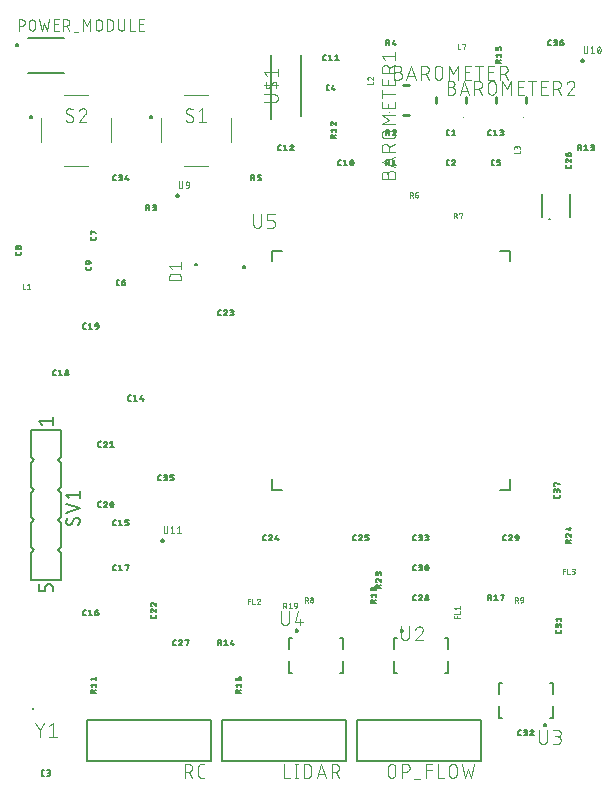
<source format=gto>
G04 EAGLE Gerber RS-274X export*
G75*
%MOMM*%
%FSLAX34Y34*%
%LPD*%
%INTop Silkscreen*%
%IPPOS*%
%AMOC8*
5,1,8,0,0,1.08239X$1,22.5*%
G01*
%ADD10C,0.254000*%
%ADD11C,0.016000*%
%ADD12C,0.016000*%
%ADD13C,0.101600*%
%ADD14C,0.127000*%
%ADD15C,0.200000*%
%ADD16C,0.076200*%
%ADD17C,0.050800*%
%ADD18C,0.100000*%
%ADD19C,0.200000*%
%ADD20C,0.152400*%
%ADD21C,0.100000*%


D10*
X368500Y599400D02*
X368500Y594400D01*
X393500Y594400D02*
X393500Y599400D01*
D11*
X391010Y582660D03*
D12*
X391012Y582643D01*
X391017Y582627D01*
X391025Y582613D01*
X391036Y582601D01*
X391050Y582591D01*
X391065Y582584D01*
X391082Y582580D01*
X391098Y582580D01*
X391115Y582584D01*
X391130Y582591D01*
X391144Y582601D01*
X391155Y582613D01*
X391163Y582627D01*
X391168Y582643D01*
X391170Y582660D01*
D11*
X391170Y582660D03*
D12*
X391168Y582677D01*
X391163Y582693D01*
X391155Y582707D01*
X391144Y582719D01*
X391130Y582729D01*
X391115Y582736D01*
X391098Y582740D01*
X391082Y582740D01*
X391065Y582736D01*
X391050Y582729D01*
X391036Y582719D01*
X391025Y582707D01*
X391017Y582693D01*
X391012Y582677D01*
X391010Y582660D01*
D13*
X336280Y620789D02*
X333035Y620789D01*
X336280Y620790D02*
X336393Y620788D01*
X336506Y620782D01*
X336619Y620772D01*
X336732Y620758D01*
X336844Y620741D01*
X336955Y620719D01*
X337065Y620694D01*
X337175Y620664D01*
X337283Y620631D01*
X337390Y620594D01*
X337496Y620554D01*
X337600Y620509D01*
X337703Y620461D01*
X337804Y620410D01*
X337903Y620355D01*
X338000Y620297D01*
X338095Y620235D01*
X338188Y620170D01*
X338278Y620102D01*
X338366Y620031D01*
X338452Y619956D01*
X338535Y619879D01*
X338615Y619799D01*
X338692Y619716D01*
X338767Y619630D01*
X338838Y619542D01*
X338906Y619452D01*
X338971Y619359D01*
X339033Y619264D01*
X339091Y619167D01*
X339146Y619068D01*
X339197Y618967D01*
X339245Y618864D01*
X339290Y618760D01*
X339330Y618654D01*
X339367Y618547D01*
X339400Y618439D01*
X339430Y618329D01*
X339455Y618219D01*
X339477Y618108D01*
X339494Y617996D01*
X339508Y617883D01*
X339518Y617770D01*
X339524Y617657D01*
X339526Y617544D01*
X339524Y617431D01*
X339518Y617318D01*
X339508Y617205D01*
X339494Y617092D01*
X339477Y616980D01*
X339455Y616869D01*
X339430Y616759D01*
X339400Y616649D01*
X339367Y616541D01*
X339330Y616434D01*
X339290Y616328D01*
X339245Y616224D01*
X339197Y616121D01*
X339146Y616020D01*
X339091Y615921D01*
X339033Y615824D01*
X338971Y615729D01*
X338906Y615636D01*
X338838Y615546D01*
X338767Y615458D01*
X338692Y615372D01*
X338615Y615289D01*
X338535Y615209D01*
X338452Y615132D01*
X338366Y615057D01*
X338278Y614986D01*
X338188Y614918D01*
X338095Y614853D01*
X338000Y614791D01*
X337903Y614733D01*
X337804Y614678D01*
X337703Y614627D01*
X337600Y614579D01*
X337496Y614534D01*
X337390Y614494D01*
X337283Y614457D01*
X337175Y614424D01*
X337065Y614394D01*
X336955Y614369D01*
X336844Y614347D01*
X336732Y614330D01*
X336619Y614316D01*
X336506Y614306D01*
X336393Y614300D01*
X336280Y614298D01*
X333035Y614298D01*
X333035Y625982D01*
X336280Y625982D01*
X336381Y625980D01*
X336481Y625974D01*
X336581Y625964D01*
X336681Y625951D01*
X336780Y625933D01*
X336879Y625912D01*
X336976Y625887D01*
X337073Y625858D01*
X337168Y625825D01*
X337262Y625789D01*
X337354Y625749D01*
X337445Y625706D01*
X337534Y625659D01*
X337621Y625609D01*
X337707Y625555D01*
X337790Y625498D01*
X337870Y625438D01*
X337949Y625375D01*
X338025Y625308D01*
X338098Y625239D01*
X338168Y625167D01*
X338236Y625093D01*
X338301Y625016D01*
X338362Y624936D01*
X338421Y624854D01*
X338476Y624770D01*
X338528Y624684D01*
X338577Y624596D01*
X338622Y624506D01*
X338664Y624414D01*
X338702Y624321D01*
X338736Y624226D01*
X338767Y624131D01*
X338794Y624034D01*
X338817Y623936D01*
X338837Y623837D01*
X338852Y623737D01*
X338864Y623637D01*
X338872Y623537D01*
X338876Y623436D01*
X338876Y623336D01*
X338872Y623235D01*
X338864Y623135D01*
X338852Y623035D01*
X338837Y622935D01*
X338817Y622836D01*
X338794Y622738D01*
X338767Y622641D01*
X338736Y622546D01*
X338702Y622451D01*
X338664Y622358D01*
X338622Y622266D01*
X338577Y622176D01*
X338528Y622088D01*
X338476Y622002D01*
X338421Y621918D01*
X338362Y621836D01*
X338301Y621756D01*
X338236Y621679D01*
X338168Y621605D01*
X338098Y621533D01*
X338025Y621464D01*
X337949Y621397D01*
X337870Y621334D01*
X337790Y621274D01*
X337707Y621217D01*
X337621Y621163D01*
X337534Y621113D01*
X337445Y621066D01*
X337354Y621023D01*
X337262Y620983D01*
X337168Y620947D01*
X337073Y620914D01*
X336976Y620885D01*
X336879Y620860D01*
X336780Y620839D01*
X336681Y620821D01*
X336581Y620808D01*
X336481Y620798D01*
X336381Y620792D01*
X336280Y620790D01*
X343265Y614298D02*
X347160Y625982D01*
X351055Y614298D01*
X350081Y617219D02*
X344239Y617219D01*
X355799Y614298D02*
X355799Y625982D01*
X359045Y625982D01*
X359158Y625980D01*
X359271Y625974D01*
X359384Y625964D01*
X359497Y625950D01*
X359609Y625933D01*
X359720Y625911D01*
X359830Y625886D01*
X359940Y625856D01*
X360048Y625823D01*
X360155Y625786D01*
X360261Y625746D01*
X360365Y625701D01*
X360468Y625653D01*
X360569Y625602D01*
X360668Y625547D01*
X360765Y625489D01*
X360860Y625427D01*
X360953Y625362D01*
X361043Y625294D01*
X361131Y625223D01*
X361217Y625148D01*
X361300Y625071D01*
X361380Y624991D01*
X361457Y624908D01*
X361532Y624822D01*
X361603Y624734D01*
X361671Y624644D01*
X361736Y624551D01*
X361798Y624456D01*
X361856Y624359D01*
X361911Y624260D01*
X361962Y624159D01*
X362010Y624056D01*
X362055Y623952D01*
X362095Y623846D01*
X362132Y623739D01*
X362165Y623631D01*
X362195Y623521D01*
X362220Y623411D01*
X362242Y623300D01*
X362259Y623188D01*
X362273Y623075D01*
X362283Y622962D01*
X362289Y622849D01*
X362291Y622736D01*
X362289Y622623D01*
X362283Y622510D01*
X362273Y622397D01*
X362259Y622284D01*
X362242Y622172D01*
X362220Y622061D01*
X362195Y621951D01*
X362165Y621841D01*
X362132Y621733D01*
X362095Y621626D01*
X362055Y621520D01*
X362010Y621416D01*
X361962Y621313D01*
X361911Y621212D01*
X361856Y621113D01*
X361798Y621016D01*
X361736Y620921D01*
X361671Y620828D01*
X361603Y620738D01*
X361532Y620650D01*
X361457Y620564D01*
X361380Y620481D01*
X361300Y620401D01*
X361217Y620324D01*
X361131Y620249D01*
X361043Y620178D01*
X360953Y620110D01*
X360860Y620045D01*
X360765Y619983D01*
X360668Y619925D01*
X360569Y619870D01*
X360468Y619819D01*
X360365Y619771D01*
X360261Y619726D01*
X360155Y619686D01*
X360048Y619649D01*
X359940Y619616D01*
X359830Y619586D01*
X359720Y619561D01*
X359609Y619539D01*
X359497Y619522D01*
X359384Y619508D01*
X359271Y619498D01*
X359158Y619492D01*
X359045Y619490D01*
X359045Y619491D02*
X355799Y619491D01*
X359694Y619491D02*
X362290Y614298D01*
X367155Y617544D02*
X367155Y622736D01*
X367157Y622849D01*
X367163Y622962D01*
X367173Y623075D01*
X367187Y623188D01*
X367204Y623300D01*
X367226Y623411D01*
X367251Y623521D01*
X367281Y623631D01*
X367314Y623739D01*
X367351Y623846D01*
X367391Y623952D01*
X367436Y624056D01*
X367484Y624159D01*
X367535Y624260D01*
X367590Y624359D01*
X367648Y624456D01*
X367710Y624551D01*
X367775Y624644D01*
X367843Y624734D01*
X367914Y624822D01*
X367989Y624908D01*
X368066Y624991D01*
X368146Y625071D01*
X368229Y625148D01*
X368315Y625223D01*
X368403Y625294D01*
X368493Y625362D01*
X368586Y625427D01*
X368681Y625489D01*
X368778Y625547D01*
X368877Y625602D01*
X368978Y625653D01*
X369081Y625701D01*
X369185Y625746D01*
X369291Y625786D01*
X369398Y625823D01*
X369506Y625856D01*
X369616Y625886D01*
X369726Y625911D01*
X369837Y625933D01*
X369949Y625950D01*
X370062Y625964D01*
X370175Y625974D01*
X370288Y625980D01*
X370401Y625982D01*
X370514Y625980D01*
X370627Y625974D01*
X370740Y625964D01*
X370853Y625950D01*
X370965Y625933D01*
X371076Y625911D01*
X371186Y625886D01*
X371296Y625856D01*
X371404Y625823D01*
X371511Y625786D01*
X371617Y625746D01*
X371721Y625701D01*
X371824Y625653D01*
X371925Y625602D01*
X372024Y625547D01*
X372121Y625489D01*
X372216Y625427D01*
X372309Y625362D01*
X372399Y625294D01*
X372487Y625223D01*
X372573Y625148D01*
X372656Y625071D01*
X372736Y624991D01*
X372813Y624908D01*
X372888Y624822D01*
X372959Y624734D01*
X373027Y624644D01*
X373092Y624551D01*
X373154Y624456D01*
X373212Y624359D01*
X373267Y624260D01*
X373318Y624159D01*
X373366Y624056D01*
X373411Y623952D01*
X373451Y623846D01*
X373488Y623739D01*
X373521Y623631D01*
X373551Y623521D01*
X373576Y623411D01*
X373598Y623300D01*
X373615Y623188D01*
X373629Y623075D01*
X373639Y622962D01*
X373645Y622849D01*
X373647Y622736D01*
X373647Y617544D01*
X373645Y617431D01*
X373639Y617318D01*
X373629Y617205D01*
X373615Y617092D01*
X373598Y616980D01*
X373576Y616869D01*
X373551Y616759D01*
X373521Y616649D01*
X373488Y616541D01*
X373451Y616434D01*
X373411Y616328D01*
X373366Y616224D01*
X373318Y616121D01*
X373267Y616020D01*
X373212Y615921D01*
X373154Y615824D01*
X373092Y615729D01*
X373027Y615636D01*
X372959Y615546D01*
X372888Y615458D01*
X372813Y615372D01*
X372736Y615289D01*
X372656Y615209D01*
X372573Y615132D01*
X372487Y615057D01*
X372399Y614986D01*
X372309Y614918D01*
X372216Y614853D01*
X372121Y614791D01*
X372024Y614733D01*
X371925Y614678D01*
X371824Y614627D01*
X371721Y614579D01*
X371617Y614534D01*
X371511Y614494D01*
X371404Y614457D01*
X371296Y614424D01*
X371186Y614394D01*
X371076Y614369D01*
X370965Y614347D01*
X370853Y614330D01*
X370740Y614316D01*
X370627Y614306D01*
X370514Y614300D01*
X370401Y614298D01*
X370288Y614300D01*
X370175Y614306D01*
X370062Y614316D01*
X369949Y614330D01*
X369837Y614347D01*
X369726Y614369D01*
X369616Y614394D01*
X369506Y614424D01*
X369398Y614457D01*
X369291Y614494D01*
X369185Y614534D01*
X369081Y614579D01*
X368978Y614627D01*
X368877Y614678D01*
X368778Y614733D01*
X368681Y614791D01*
X368586Y614853D01*
X368493Y614918D01*
X368403Y614986D01*
X368315Y615057D01*
X368229Y615132D01*
X368146Y615209D01*
X368066Y615289D01*
X367989Y615372D01*
X367914Y615458D01*
X367843Y615546D01*
X367775Y615636D01*
X367710Y615729D01*
X367648Y615824D01*
X367590Y615921D01*
X367535Y616020D01*
X367484Y616121D01*
X367436Y616224D01*
X367391Y616328D01*
X367351Y616434D01*
X367314Y616541D01*
X367281Y616649D01*
X367251Y616759D01*
X367226Y616869D01*
X367204Y616980D01*
X367187Y617092D01*
X367173Y617205D01*
X367163Y617318D01*
X367157Y617431D01*
X367155Y617544D01*
X379079Y614298D02*
X379079Y625982D01*
X382974Y619491D01*
X386869Y625982D01*
X386869Y614298D01*
X392705Y614298D02*
X397898Y614298D01*
X392705Y614298D02*
X392705Y625982D01*
X397898Y625982D01*
X396600Y620789D02*
X392705Y620789D01*
X404691Y625982D02*
X404691Y614298D01*
X401445Y625982D02*
X407937Y625982D01*
X412517Y614298D02*
X417710Y614298D01*
X412517Y614298D02*
X412517Y625982D01*
X417710Y625982D01*
X416412Y620789D02*
X412517Y620789D01*
X422474Y625982D02*
X422474Y614298D01*
X422474Y625982D02*
X425720Y625982D01*
X425833Y625980D01*
X425946Y625974D01*
X426059Y625964D01*
X426172Y625950D01*
X426284Y625933D01*
X426395Y625911D01*
X426505Y625886D01*
X426615Y625856D01*
X426723Y625823D01*
X426830Y625786D01*
X426936Y625746D01*
X427040Y625701D01*
X427143Y625653D01*
X427244Y625602D01*
X427343Y625547D01*
X427440Y625489D01*
X427535Y625427D01*
X427628Y625362D01*
X427718Y625294D01*
X427806Y625223D01*
X427892Y625148D01*
X427975Y625071D01*
X428055Y624991D01*
X428132Y624908D01*
X428207Y624822D01*
X428278Y624734D01*
X428346Y624644D01*
X428411Y624551D01*
X428473Y624456D01*
X428531Y624359D01*
X428586Y624260D01*
X428637Y624159D01*
X428685Y624056D01*
X428730Y623952D01*
X428770Y623846D01*
X428807Y623739D01*
X428840Y623631D01*
X428870Y623521D01*
X428895Y623411D01*
X428917Y623300D01*
X428934Y623188D01*
X428948Y623075D01*
X428958Y622962D01*
X428964Y622849D01*
X428966Y622736D01*
X428964Y622623D01*
X428958Y622510D01*
X428948Y622397D01*
X428934Y622284D01*
X428917Y622172D01*
X428895Y622061D01*
X428870Y621951D01*
X428840Y621841D01*
X428807Y621733D01*
X428770Y621626D01*
X428730Y621520D01*
X428685Y621416D01*
X428637Y621313D01*
X428586Y621212D01*
X428531Y621113D01*
X428473Y621016D01*
X428411Y620921D01*
X428346Y620828D01*
X428278Y620738D01*
X428207Y620650D01*
X428132Y620564D01*
X428055Y620481D01*
X427975Y620401D01*
X427892Y620324D01*
X427806Y620249D01*
X427718Y620178D01*
X427628Y620110D01*
X427535Y620045D01*
X427440Y619983D01*
X427343Y619925D01*
X427244Y619870D01*
X427143Y619819D01*
X427040Y619771D01*
X426936Y619726D01*
X426830Y619686D01*
X426723Y619649D01*
X426615Y619616D01*
X426505Y619586D01*
X426395Y619561D01*
X426284Y619539D01*
X426172Y619522D01*
X426059Y619508D01*
X425946Y619498D01*
X425833Y619492D01*
X425720Y619490D01*
X425720Y619491D02*
X422474Y619491D01*
X426369Y619491D02*
X428965Y614298D01*
D10*
X345400Y609400D02*
X340400Y609400D01*
X340400Y584400D02*
X345400Y584400D01*
D11*
X328660Y586890D03*
D12*
X328643Y586888D01*
X328627Y586883D01*
X328613Y586875D01*
X328601Y586864D01*
X328591Y586850D01*
X328584Y586835D01*
X328580Y586818D01*
X328580Y586802D01*
X328584Y586785D01*
X328591Y586770D01*
X328601Y586756D01*
X328613Y586745D01*
X328627Y586737D01*
X328643Y586732D01*
X328660Y586730D01*
D11*
X328660Y586730D03*
D12*
X328677Y586732D01*
X328693Y586737D01*
X328707Y586745D01*
X328719Y586756D01*
X328729Y586770D01*
X328736Y586785D01*
X328740Y586802D01*
X328740Y586818D01*
X328736Y586835D01*
X328729Y586850D01*
X328719Y586864D01*
X328707Y586875D01*
X328693Y586883D01*
X328677Y586888D01*
X328660Y586890D01*
D13*
X327391Y533802D02*
X327391Y530557D01*
X327390Y533802D02*
X327392Y533915D01*
X327398Y534028D01*
X327408Y534141D01*
X327422Y534254D01*
X327439Y534366D01*
X327461Y534477D01*
X327486Y534587D01*
X327516Y534697D01*
X327549Y534805D01*
X327586Y534912D01*
X327626Y535018D01*
X327671Y535122D01*
X327719Y535225D01*
X327770Y535326D01*
X327825Y535425D01*
X327883Y535522D01*
X327945Y535617D01*
X328010Y535710D01*
X328078Y535800D01*
X328149Y535888D01*
X328224Y535974D01*
X328301Y536057D01*
X328381Y536137D01*
X328464Y536214D01*
X328550Y536289D01*
X328638Y536360D01*
X328728Y536428D01*
X328821Y536493D01*
X328916Y536555D01*
X329013Y536613D01*
X329112Y536668D01*
X329213Y536719D01*
X329316Y536767D01*
X329420Y536812D01*
X329526Y536852D01*
X329633Y536889D01*
X329741Y536922D01*
X329851Y536952D01*
X329961Y536977D01*
X330072Y536999D01*
X330184Y537016D01*
X330297Y537030D01*
X330410Y537040D01*
X330523Y537046D01*
X330636Y537048D01*
X330749Y537046D01*
X330862Y537040D01*
X330975Y537030D01*
X331088Y537016D01*
X331200Y536999D01*
X331311Y536977D01*
X331421Y536952D01*
X331531Y536922D01*
X331639Y536889D01*
X331746Y536852D01*
X331852Y536812D01*
X331956Y536767D01*
X332059Y536719D01*
X332160Y536668D01*
X332259Y536613D01*
X332356Y536555D01*
X332451Y536493D01*
X332544Y536428D01*
X332634Y536360D01*
X332722Y536289D01*
X332808Y536214D01*
X332891Y536137D01*
X332971Y536057D01*
X333048Y535974D01*
X333123Y535888D01*
X333194Y535800D01*
X333262Y535710D01*
X333327Y535617D01*
X333389Y535522D01*
X333447Y535425D01*
X333502Y535326D01*
X333553Y535225D01*
X333601Y535122D01*
X333646Y535018D01*
X333686Y534912D01*
X333723Y534805D01*
X333756Y534697D01*
X333786Y534587D01*
X333811Y534477D01*
X333833Y534366D01*
X333850Y534254D01*
X333864Y534141D01*
X333874Y534028D01*
X333880Y533915D01*
X333882Y533802D01*
X333882Y530557D01*
X322198Y530557D01*
X322198Y533802D01*
X322200Y533903D01*
X322206Y534003D01*
X322216Y534103D01*
X322229Y534203D01*
X322247Y534302D01*
X322268Y534401D01*
X322293Y534498D01*
X322322Y534595D01*
X322355Y534690D01*
X322391Y534784D01*
X322431Y534876D01*
X322474Y534967D01*
X322521Y535056D01*
X322571Y535143D01*
X322625Y535229D01*
X322682Y535312D01*
X322742Y535392D01*
X322805Y535471D01*
X322872Y535547D01*
X322941Y535620D01*
X323013Y535690D01*
X323087Y535758D01*
X323164Y535823D01*
X323244Y535884D01*
X323326Y535943D01*
X323410Y535998D01*
X323496Y536050D01*
X323584Y536099D01*
X323674Y536144D01*
X323766Y536186D01*
X323859Y536224D01*
X323954Y536258D01*
X324049Y536289D01*
X324146Y536316D01*
X324244Y536339D01*
X324343Y536359D01*
X324443Y536374D01*
X324543Y536386D01*
X324643Y536394D01*
X324744Y536398D01*
X324844Y536398D01*
X324945Y536394D01*
X325045Y536386D01*
X325145Y536374D01*
X325245Y536359D01*
X325344Y536339D01*
X325442Y536316D01*
X325539Y536289D01*
X325634Y536258D01*
X325729Y536224D01*
X325822Y536186D01*
X325914Y536144D01*
X326004Y536099D01*
X326092Y536050D01*
X326178Y535998D01*
X326262Y535943D01*
X326344Y535884D01*
X326424Y535823D01*
X326501Y535758D01*
X326575Y535690D01*
X326647Y535620D01*
X326716Y535547D01*
X326783Y535471D01*
X326846Y535392D01*
X326906Y535312D01*
X326963Y535229D01*
X327017Y535143D01*
X327067Y535056D01*
X327114Y534967D01*
X327157Y534876D01*
X327197Y534784D01*
X327233Y534690D01*
X327266Y534595D01*
X327295Y534498D01*
X327320Y534401D01*
X327341Y534302D01*
X327359Y534203D01*
X327372Y534103D01*
X327382Y534003D01*
X327388Y533903D01*
X327390Y533802D01*
X333882Y540787D02*
X322198Y544682D01*
X333882Y548577D01*
X330961Y547603D02*
X330961Y541761D01*
X333882Y553321D02*
X322198Y553321D01*
X322198Y556566D01*
X322200Y556679D01*
X322206Y556792D01*
X322216Y556905D01*
X322230Y557018D01*
X322247Y557130D01*
X322269Y557241D01*
X322294Y557351D01*
X322324Y557461D01*
X322357Y557569D01*
X322394Y557676D01*
X322434Y557782D01*
X322479Y557886D01*
X322527Y557989D01*
X322578Y558090D01*
X322633Y558189D01*
X322691Y558286D01*
X322753Y558381D01*
X322818Y558474D01*
X322886Y558564D01*
X322957Y558652D01*
X323032Y558738D01*
X323109Y558821D01*
X323189Y558901D01*
X323272Y558978D01*
X323358Y559053D01*
X323446Y559124D01*
X323536Y559192D01*
X323629Y559257D01*
X323724Y559319D01*
X323821Y559377D01*
X323920Y559432D01*
X324021Y559483D01*
X324124Y559531D01*
X324228Y559576D01*
X324334Y559616D01*
X324441Y559653D01*
X324549Y559686D01*
X324659Y559716D01*
X324769Y559741D01*
X324880Y559763D01*
X324992Y559780D01*
X325105Y559794D01*
X325218Y559804D01*
X325331Y559810D01*
X325444Y559812D01*
X325557Y559810D01*
X325670Y559804D01*
X325783Y559794D01*
X325896Y559780D01*
X326008Y559763D01*
X326119Y559741D01*
X326229Y559716D01*
X326339Y559686D01*
X326447Y559653D01*
X326554Y559616D01*
X326660Y559576D01*
X326764Y559531D01*
X326867Y559483D01*
X326968Y559432D01*
X327067Y559377D01*
X327164Y559319D01*
X327259Y559257D01*
X327352Y559192D01*
X327442Y559124D01*
X327530Y559053D01*
X327616Y558978D01*
X327699Y558901D01*
X327779Y558821D01*
X327856Y558738D01*
X327931Y558652D01*
X328002Y558564D01*
X328070Y558474D01*
X328135Y558381D01*
X328197Y558286D01*
X328255Y558189D01*
X328310Y558090D01*
X328361Y557989D01*
X328409Y557886D01*
X328454Y557782D01*
X328494Y557676D01*
X328531Y557569D01*
X328564Y557461D01*
X328594Y557351D01*
X328619Y557241D01*
X328641Y557130D01*
X328658Y557018D01*
X328672Y556905D01*
X328682Y556792D01*
X328688Y556679D01*
X328690Y556566D01*
X328689Y556566D02*
X328689Y553321D01*
X328689Y557216D02*
X333882Y559812D01*
X330636Y564677D02*
X325444Y564677D01*
X325331Y564679D01*
X325218Y564685D01*
X325105Y564695D01*
X324992Y564709D01*
X324880Y564726D01*
X324769Y564748D01*
X324659Y564773D01*
X324549Y564803D01*
X324441Y564836D01*
X324334Y564873D01*
X324228Y564913D01*
X324124Y564958D01*
X324021Y565006D01*
X323920Y565057D01*
X323821Y565112D01*
X323724Y565170D01*
X323629Y565232D01*
X323536Y565297D01*
X323446Y565365D01*
X323358Y565436D01*
X323272Y565511D01*
X323189Y565588D01*
X323109Y565668D01*
X323032Y565751D01*
X322957Y565837D01*
X322886Y565925D01*
X322818Y566015D01*
X322753Y566108D01*
X322691Y566203D01*
X322633Y566300D01*
X322578Y566399D01*
X322527Y566500D01*
X322479Y566603D01*
X322434Y566707D01*
X322394Y566813D01*
X322357Y566920D01*
X322324Y567028D01*
X322294Y567138D01*
X322269Y567248D01*
X322247Y567359D01*
X322230Y567471D01*
X322216Y567584D01*
X322206Y567697D01*
X322200Y567810D01*
X322198Y567923D01*
X322200Y568036D01*
X322206Y568149D01*
X322216Y568262D01*
X322230Y568375D01*
X322247Y568487D01*
X322269Y568598D01*
X322294Y568708D01*
X322324Y568818D01*
X322357Y568926D01*
X322394Y569033D01*
X322434Y569139D01*
X322479Y569243D01*
X322527Y569346D01*
X322578Y569447D01*
X322633Y569546D01*
X322691Y569643D01*
X322753Y569738D01*
X322818Y569831D01*
X322886Y569921D01*
X322957Y570009D01*
X323032Y570095D01*
X323109Y570178D01*
X323189Y570258D01*
X323272Y570335D01*
X323358Y570410D01*
X323446Y570481D01*
X323536Y570549D01*
X323629Y570614D01*
X323724Y570676D01*
X323821Y570734D01*
X323920Y570789D01*
X324021Y570840D01*
X324124Y570888D01*
X324228Y570933D01*
X324334Y570973D01*
X324441Y571010D01*
X324549Y571043D01*
X324659Y571073D01*
X324769Y571098D01*
X324880Y571120D01*
X324992Y571137D01*
X325105Y571151D01*
X325218Y571161D01*
X325331Y571167D01*
X325444Y571169D01*
X325444Y571168D02*
X330636Y571168D01*
X330636Y571169D02*
X330749Y571167D01*
X330862Y571161D01*
X330975Y571151D01*
X331088Y571137D01*
X331200Y571120D01*
X331311Y571098D01*
X331421Y571073D01*
X331531Y571043D01*
X331639Y571010D01*
X331746Y570973D01*
X331852Y570933D01*
X331956Y570888D01*
X332059Y570840D01*
X332160Y570789D01*
X332259Y570734D01*
X332356Y570676D01*
X332451Y570614D01*
X332544Y570549D01*
X332634Y570481D01*
X332722Y570410D01*
X332808Y570335D01*
X332891Y570258D01*
X332971Y570178D01*
X333048Y570095D01*
X333123Y570009D01*
X333194Y569921D01*
X333262Y569831D01*
X333327Y569738D01*
X333389Y569643D01*
X333447Y569546D01*
X333502Y569447D01*
X333553Y569346D01*
X333601Y569243D01*
X333646Y569139D01*
X333686Y569033D01*
X333723Y568926D01*
X333756Y568818D01*
X333786Y568708D01*
X333811Y568598D01*
X333833Y568487D01*
X333850Y568375D01*
X333864Y568262D01*
X333874Y568149D01*
X333880Y568036D01*
X333882Y567923D01*
X333880Y567810D01*
X333874Y567697D01*
X333864Y567584D01*
X333850Y567471D01*
X333833Y567359D01*
X333811Y567248D01*
X333786Y567138D01*
X333756Y567028D01*
X333723Y566920D01*
X333686Y566813D01*
X333646Y566707D01*
X333601Y566603D01*
X333553Y566500D01*
X333502Y566399D01*
X333447Y566300D01*
X333389Y566203D01*
X333327Y566108D01*
X333262Y566015D01*
X333194Y565925D01*
X333123Y565837D01*
X333048Y565751D01*
X332971Y565668D01*
X332891Y565588D01*
X332808Y565511D01*
X332722Y565436D01*
X332634Y565365D01*
X332544Y565297D01*
X332451Y565232D01*
X332356Y565170D01*
X332259Y565112D01*
X332160Y565057D01*
X332059Y565006D01*
X331956Y564958D01*
X331852Y564913D01*
X331746Y564873D01*
X331639Y564836D01*
X331531Y564803D01*
X331421Y564773D01*
X331311Y564748D01*
X331200Y564726D01*
X331088Y564709D01*
X330975Y564695D01*
X330862Y564685D01*
X330749Y564679D01*
X330636Y564677D01*
X333882Y576601D02*
X322198Y576601D01*
X328689Y580496D01*
X322198Y584390D01*
X333882Y584390D01*
X333882Y590227D02*
X333882Y595420D01*
X333882Y590227D02*
X322198Y590227D01*
X322198Y595420D01*
X327391Y594122D02*
X327391Y590227D01*
X322198Y602213D02*
X333882Y602213D01*
X322198Y598967D02*
X322198Y605458D01*
X333882Y610039D02*
X333882Y615232D01*
X333882Y610039D02*
X322198Y610039D01*
X322198Y615232D01*
X327391Y613933D02*
X327391Y610039D01*
X322198Y619996D02*
X333882Y619996D01*
X322198Y619996D02*
X322198Y623241D01*
X322200Y623354D01*
X322206Y623467D01*
X322216Y623580D01*
X322230Y623693D01*
X322247Y623805D01*
X322269Y623916D01*
X322294Y624026D01*
X322324Y624136D01*
X322357Y624244D01*
X322394Y624351D01*
X322434Y624457D01*
X322479Y624561D01*
X322527Y624664D01*
X322578Y624765D01*
X322633Y624864D01*
X322691Y624961D01*
X322753Y625056D01*
X322818Y625149D01*
X322886Y625239D01*
X322957Y625327D01*
X323032Y625413D01*
X323109Y625496D01*
X323189Y625576D01*
X323272Y625653D01*
X323358Y625728D01*
X323446Y625799D01*
X323536Y625867D01*
X323629Y625932D01*
X323724Y625994D01*
X323821Y626052D01*
X323920Y626107D01*
X324021Y626158D01*
X324124Y626206D01*
X324228Y626251D01*
X324334Y626291D01*
X324441Y626328D01*
X324549Y626361D01*
X324659Y626391D01*
X324769Y626416D01*
X324880Y626438D01*
X324992Y626455D01*
X325105Y626469D01*
X325218Y626479D01*
X325331Y626485D01*
X325444Y626487D01*
X325557Y626485D01*
X325670Y626479D01*
X325783Y626469D01*
X325896Y626455D01*
X326008Y626438D01*
X326119Y626416D01*
X326229Y626391D01*
X326339Y626361D01*
X326447Y626328D01*
X326554Y626291D01*
X326660Y626251D01*
X326764Y626206D01*
X326867Y626158D01*
X326968Y626107D01*
X327067Y626052D01*
X327164Y625994D01*
X327259Y625932D01*
X327352Y625867D01*
X327442Y625799D01*
X327530Y625728D01*
X327616Y625653D01*
X327699Y625576D01*
X327779Y625496D01*
X327856Y625413D01*
X327931Y625327D01*
X328002Y625239D01*
X328070Y625149D01*
X328135Y625056D01*
X328197Y624961D01*
X328255Y624864D01*
X328310Y624765D01*
X328361Y624664D01*
X328409Y624561D01*
X328454Y624457D01*
X328494Y624351D01*
X328531Y624244D01*
X328564Y624136D01*
X328594Y624026D01*
X328619Y623916D01*
X328641Y623805D01*
X328658Y623693D01*
X328672Y623580D01*
X328682Y623467D01*
X328688Y623354D01*
X328690Y623241D01*
X328689Y623241D02*
X328689Y619996D01*
X328689Y623891D02*
X333882Y626487D01*
X324794Y631352D02*
X322198Y634598D01*
X333882Y634598D01*
X333882Y637843D02*
X333882Y631352D01*
D10*
X419300Y599400D02*
X419300Y594400D01*
X444300Y594400D02*
X444300Y599400D01*
D11*
X441810Y582660D03*
D12*
X441812Y582643D01*
X441817Y582627D01*
X441825Y582613D01*
X441836Y582601D01*
X441850Y582591D01*
X441865Y582584D01*
X441882Y582580D01*
X441898Y582580D01*
X441915Y582584D01*
X441930Y582591D01*
X441944Y582601D01*
X441955Y582613D01*
X441963Y582627D01*
X441968Y582643D01*
X441970Y582660D01*
D11*
X441970Y582660D03*
D12*
X441968Y582677D01*
X441963Y582693D01*
X441955Y582707D01*
X441944Y582719D01*
X441930Y582729D01*
X441915Y582736D01*
X441898Y582740D01*
X441882Y582740D01*
X441865Y582736D01*
X441850Y582729D01*
X441836Y582719D01*
X441825Y582707D01*
X441817Y582693D01*
X441812Y582677D01*
X441810Y582660D01*
D13*
X381402Y608089D02*
X378157Y608089D01*
X381402Y608090D02*
X381515Y608088D01*
X381628Y608082D01*
X381741Y608072D01*
X381854Y608058D01*
X381966Y608041D01*
X382077Y608019D01*
X382187Y607994D01*
X382297Y607964D01*
X382405Y607931D01*
X382512Y607894D01*
X382618Y607854D01*
X382722Y607809D01*
X382825Y607761D01*
X382926Y607710D01*
X383025Y607655D01*
X383122Y607597D01*
X383217Y607535D01*
X383310Y607470D01*
X383400Y607402D01*
X383488Y607331D01*
X383574Y607256D01*
X383657Y607179D01*
X383737Y607099D01*
X383814Y607016D01*
X383889Y606930D01*
X383960Y606842D01*
X384028Y606752D01*
X384093Y606659D01*
X384155Y606564D01*
X384213Y606467D01*
X384268Y606368D01*
X384319Y606267D01*
X384367Y606164D01*
X384412Y606060D01*
X384452Y605954D01*
X384489Y605847D01*
X384522Y605739D01*
X384552Y605629D01*
X384577Y605519D01*
X384599Y605408D01*
X384616Y605296D01*
X384630Y605183D01*
X384640Y605070D01*
X384646Y604957D01*
X384648Y604844D01*
X384646Y604731D01*
X384640Y604618D01*
X384630Y604505D01*
X384616Y604392D01*
X384599Y604280D01*
X384577Y604169D01*
X384552Y604059D01*
X384522Y603949D01*
X384489Y603841D01*
X384452Y603734D01*
X384412Y603628D01*
X384367Y603524D01*
X384319Y603421D01*
X384268Y603320D01*
X384213Y603221D01*
X384155Y603124D01*
X384093Y603029D01*
X384028Y602936D01*
X383960Y602846D01*
X383889Y602758D01*
X383814Y602672D01*
X383737Y602589D01*
X383657Y602509D01*
X383574Y602432D01*
X383488Y602357D01*
X383400Y602286D01*
X383310Y602218D01*
X383217Y602153D01*
X383122Y602091D01*
X383025Y602033D01*
X382926Y601978D01*
X382825Y601927D01*
X382722Y601879D01*
X382618Y601834D01*
X382512Y601794D01*
X382405Y601757D01*
X382297Y601724D01*
X382187Y601694D01*
X382077Y601669D01*
X381966Y601647D01*
X381854Y601630D01*
X381741Y601616D01*
X381628Y601606D01*
X381515Y601600D01*
X381402Y601598D01*
X378157Y601598D01*
X378157Y613282D01*
X381402Y613282D01*
X381503Y613280D01*
X381603Y613274D01*
X381703Y613264D01*
X381803Y613251D01*
X381902Y613233D01*
X382001Y613212D01*
X382098Y613187D01*
X382195Y613158D01*
X382290Y613125D01*
X382384Y613089D01*
X382476Y613049D01*
X382567Y613006D01*
X382656Y612959D01*
X382743Y612909D01*
X382829Y612855D01*
X382912Y612798D01*
X382992Y612738D01*
X383071Y612675D01*
X383147Y612608D01*
X383220Y612539D01*
X383290Y612467D01*
X383358Y612393D01*
X383423Y612316D01*
X383484Y612236D01*
X383543Y612154D01*
X383598Y612070D01*
X383650Y611984D01*
X383699Y611896D01*
X383744Y611806D01*
X383786Y611714D01*
X383824Y611621D01*
X383858Y611526D01*
X383889Y611431D01*
X383916Y611334D01*
X383939Y611236D01*
X383959Y611137D01*
X383974Y611037D01*
X383986Y610937D01*
X383994Y610837D01*
X383998Y610736D01*
X383998Y610636D01*
X383994Y610535D01*
X383986Y610435D01*
X383974Y610335D01*
X383959Y610235D01*
X383939Y610136D01*
X383916Y610038D01*
X383889Y609941D01*
X383858Y609846D01*
X383824Y609751D01*
X383786Y609658D01*
X383744Y609566D01*
X383699Y609476D01*
X383650Y609388D01*
X383598Y609302D01*
X383543Y609218D01*
X383484Y609136D01*
X383423Y609056D01*
X383358Y608979D01*
X383290Y608905D01*
X383220Y608833D01*
X383147Y608764D01*
X383071Y608697D01*
X382992Y608634D01*
X382912Y608574D01*
X382829Y608517D01*
X382743Y608463D01*
X382656Y608413D01*
X382567Y608366D01*
X382476Y608323D01*
X382384Y608283D01*
X382290Y608247D01*
X382195Y608214D01*
X382098Y608185D01*
X382001Y608160D01*
X381902Y608139D01*
X381803Y608121D01*
X381703Y608108D01*
X381603Y608098D01*
X381503Y608092D01*
X381402Y608090D01*
X388387Y601598D02*
X392282Y613282D01*
X396177Y601598D01*
X395203Y604519D02*
X389361Y604519D01*
X400921Y601598D02*
X400921Y613282D01*
X404167Y613282D01*
X404280Y613280D01*
X404393Y613274D01*
X404506Y613264D01*
X404619Y613250D01*
X404731Y613233D01*
X404842Y613211D01*
X404952Y613186D01*
X405062Y613156D01*
X405170Y613123D01*
X405277Y613086D01*
X405383Y613046D01*
X405487Y613001D01*
X405590Y612953D01*
X405691Y612902D01*
X405790Y612847D01*
X405887Y612789D01*
X405982Y612727D01*
X406075Y612662D01*
X406165Y612594D01*
X406253Y612523D01*
X406339Y612448D01*
X406422Y612371D01*
X406502Y612291D01*
X406579Y612208D01*
X406654Y612122D01*
X406725Y612034D01*
X406793Y611944D01*
X406858Y611851D01*
X406920Y611756D01*
X406978Y611659D01*
X407033Y611560D01*
X407084Y611459D01*
X407132Y611356D01*
X407177Y611252D01*
X407217Y611146D01*
X407254Y611039D01*
X407287Y610931D01*
X407317Y610821D01*
X407342Y610711D01*
X407364Y610600D01*
X407381Y610488D01*
X407395Y610375D01*
X407405Y610262D01*
X407411Y610149D01*
X407413Y610036D01*
X407411Y609923D01*
X407405Y609810D01*
X407395Y609697D01*
X407381Y609584D01*
X407364Y609472D01*
X407342Y609361D01*
X407317Y609251D01*
X407287Y609141D01*
X407254Y609033D01*
X407217Y608926D01*
X407177Y608820D01*
X407132Y608716D01*
X407084Y608613D01*
X407033Y608512D01*
X406978Y608413D01*
X406920Y608316D01*
X406858Y608221D01*
X406793Y608128D01*
X406725Y608038D01*
X406654Y607950D01*
X406579Y607864D01*
X406502Y607781D01*
X406422Y607701D01*
X406339Y607624D01*
X406253Y607549D01*
X406165Y607478D01*
X406075Y607410D01*
X405982Y607345D01*
X405887Y607283D01*
X405790Y607225D01*
X405691Y607170D01*
X405590Y607119D01*
X405487Y607071D01*
X405383Y607026D01*
X405277Y606986D01*
X405170Y606949D01*
X405062Y606916D01*
X404952Y606886D01*
X404842Y606861D01*
X404731Y606839D01*
X404619Y606822D01*
X404506Y606808D01*
X404393Y606798D01*
X404280Y606792D01*
X404167Y606790D01*
X404167Y606791D02*
X400921Y606791D01*
X404816Y606791D02*
X407412Y601598D01*
X412277Y604844D02*
X412277Y610036D01*
X412279Y610149D01*
X412285Y610262D01*
X412295Y610375D01*
X412309Y610488D01*
X412326Y610600D01*
X412348Y610711D01*
X412373Y610821D01*
X412403Y610931D01*
X412436Y611039D01*
X412473Y611146D01*
X412513Y611252D01*
X412558Y611356D01*
X412606Y611459D01*
X412657Y611560D01*
X412712Y611659D01*
X412770Y611756D01*
X412832Y611851D01*
X412897Y611944D01*
X412965Y612034D01*
X413036Y612122D01*
X413111Y612208D01*
X413188Y612291D01*
X413268Y612371D01*
X413351Y612448D01*
X413437Y612523D01*
X413525Y612594D01*
X413615Y612662D01*
X413708Y612727D01*
X413803Y612789D01*
X413900Y612847D01*
X413999Y612902D01*
X414100Y612953D01*
X414203Y613001D01*
X414307Y613046D01*
X414413Y613086D01*
X414520Y613123D01*
X414628Y613156D01*
X414738Y613186D01*
X414848Y613211D01*
X414959Y613233D01*
X415071Y613250D01*
X415184Y613264D01*
X415297Y613274D01*
X415410Y613280D01*
X415523Y613282D01*
X415636Y613280D01*
X415749Y613274D01*
X415862Y613264D01*
X415975Y613250D01*
X416087Y613233D01*
X416198Y613211D01*
X416308Y613186D01*
X416418Y613156D01*
X416526Y613123D01*
X416633Y613086D01*
X416739Y613046D01*
X416843Y613001D01*
X416946Y612953D01*
X417047Y612902D01*
X417146Y612847D01*
X417243Y612789D01*
X417338Y612727D01*
X417431Y612662D01*
X417521Y612594D01*
X417609Y612523D01*
X417695Y612448D01*
X417778Y612371D01*
X417858Y612291D01*
X417935Y612208D01*
X418010Y612122D01*
X418081Y612034D01*
X418149Y611944D01*
X418214Y611851D01*
X418276Y611756D01*
X418334Y611659D01*
X418389Y611560D01*
X418440Y611459D01*
X418488Y611356D01*
X418533Y611252D01*
X418573Y611146D01*
X418610Y611039D01*
X418643Y610931D01*
X418673Y610821D01*
X418698Y610711D01*
X418720Y610600D01*
X418737Y610488D01*
X418751Y610375D01*
X418761Y610262D01*
X418767Y610149D01*
X418769Y610036D01*
X418768Y610036D02*
X418768Y604844D01*
X418769Y604844D02*
X418767Y604731D01*
X418761Y604618D01*
X418751Y604505D01*
X418737Y604392D01*
X418720Y604280D01*
X418698Y604169D01*
X418673Y604059D01*
X418643Y603949D01*
X418610Y603841D01*
X418573Y603734D01*
X418533Y603628D01*
X418488Y603524D01*
X418440Y603421D01*
X418389Y603320D01*
X418334Y603221D01*
X418276Y603124D01*
X418214Y603029D01*
X418149Y602936D01*
X418081Y602846D01*
X418010Y602758D01*
X417935Y602672D01*
X417858Y602589D01*
X417778Y602509D01*
X417695Y602432D01*
X417609Y602357D01*
X417521Y602286D01*
X417431Y602218D01*
X417338Y602153D01*
X417243Y602091D01*
X417146Y602033D01*
X417047Y601978D01*
X416946Y601927D01*
X416843Y601879D01*
X416739Y601834D01*
X416633Y601794D01*
X416526Y601757D01*
X416418Y601724D01*
X416308Y601694D01*
X416198Y601669D01*
X416087Y601647D01*
X415975Y601630D01*
X415862Y601616D01*
X415749Y601606D01*
X415636Y601600D01*
X415523Y601598D01*
X415410Y601600D01*
X415297Y601606D01*
X415184Y601616D01*
X415071Y601630D01*
X414959Y601647D01*
X414848Y601669D01*
X414738Y601694D01*
X414628Y601724D01*
X414520Y601757D01*
X414413Y601794D01*
X414307Y601834D01*
X414203Y601879D01*
X414100Y601927D01*
X413999Y601978D01*
X413900Y602033D01*
X413803Y602091D01*
X413708Y602153D01*
X413615Y602218D01*
X413525Y602286D01*
X413437Y602357D01*
X413351Y602432D01*
X413268Y602509D01*
X413188Y602589D01*
X413111Y602672D01*
X413036Y602758D01*
X412965Y602846D01*
X412897Y602936D01*
X412832Y603029D01*
X412770Y603124D01*
X412712Y603221D01*
X412657Y603320D01*
X412606Y603421D01*
X412558Y603524D01*
X412513Y603628D01*
X412473Y603734D01*
X412436Y603841D01*
X412403Y603949D01*
X412373Y604059D01*
X412348Y604169D01*
X412326Y604280D01*
X412309Y604392D01*
X412295Y604505D01*
X412285Y604618D01*
X412279Y604731D01*
X412277Y604844D01*
X424201Y601598D02*
X424201Y613282D01*
X428096Y606791D01*
X431991Y613282D01*
X431991Y601598D01*
X437827Y601598D02*
X443020Y601598D01*
X437827Y601598D02*
X437827Y613282D01*
X443020Y613282D01*
X441722Y608089D02*
X437827Y608089D01*
X449813Y613282D02*
X449813Y601598D01*
X446567Y613282D02*
X453058Y613282D01*
X457639Y601598D02*
X462832Y601598D01*
X457639Y601598D02*
X457639Y613282D01*
X462832Y613282D01*
X461534Y608089D02*
X457639Y608089D01*
X467596Y613282D02*
X467596Y601598D01*
X467596Y613282D02*
X470841Y613282D01*
X470954Y613280D01*
X471067Y613274D01*
X471180Y613264D01*
X471293Y613250D01*
X471405Y613233D01*
X471516Y613211D01*
X471626Y613186D01*
X471736Y613156D01*
X471844Y613123D01*
X471951Y613086D01*
X472057Y613046D01*
X472161Y613001D01*
X472264Y612953D01*
X472365Y612902D01*
X472464Y612847D01*
X472561Y612789D01*
X472656Y612727D01*
X472749Y612662D01*
X472839Y612594D01*
X472927Y612523D01*
X473013Y612448D01*
X473096Y612371D01*
X473176Y612291D01*
X473253Y612208D01*
X473328Y612122D01*
X473399Y612034D01*
X473467Y611944D01*
X473532Y611851D01*
X473594Y611756D01*
X473652Y611659D01*
X473707Y611560D01*
X473758Y611459D01*
X473806Y611356D01*
X473851Y611252D01*
X473891Y611146D01*
X473928Y611039D01*
X473961Y610931D01*
X473991Y610821D01*
X474016Y610711D01*
X474038Y610600D01*
X474055Y610488D01*
X474069Y610375D01*
X474079Y610262D01*
X474085Y610149D01*
X474087Y610036D01*
X474085Y609923D01*
X474079Y609810D01*
X474069Y609697D01*
X474055Y609584D01*
X474038Y609472D01*
X474016Y609361D01*
X473991Y609251D01*
X473961Y609141D01*
X473928Y609033D01*
X473891Y608926D01*
X473851Y608820D01*
X473806Y608716D01*
X473758Y608613D01*
X473707Y608512D01*
X473652Y608413D01*
X473594Y608316D01*
X473532Y608221D01*
X473467Y608128D01*
X473399Y608038D01*
X473328Y607950D01*
X473253Y607864D01*
X473176Y607781D01*
X473096Y607701D01*
X473013Y607624D01*
X472927Y607549D01*
X472839Y607478D01*
X472749Y607410D01*
X472656Y607345D01*
X472561Y607283D01*
X472464Y607225D01*
X472365Y607170D01*
X472264Y607119D01*
X472161Y607071D01*
X472057Y607026D01*
X471951Y606986D01*
X471844Y606949D01*
X471736Y606916D01*
X471626Y606886D01*
X471516Y606861D01*
X471405Y606839D01*
X471293Y606822D01*
X471180Y606808D01*
X471067Y606798D01*
X470954Y606792D01*
X470841Y606790D01*
X470841Y606791D02*
X467596Y606791D01*
X471491Y606791D02*
X474087Y601598D01*
X485443Y610361D02*
X485441Y610468D01*
X485435Y610574D01*
X485425Y610680D01*
X485412Y610786D01*
X485394Y610892D01*
X485373Y610996D01*
X485348Y611100D01*
X485319Y611203D01*
X485287Y611304D01*
X485250Y611404D01*
X485210Y611503D01*
X485167Y611601D01*
X485120Y611697D01*
X485069Y611791D01*
X485015Y611883D01*
X484958Y611973D01*
X484898Y612061D01*
X484834Y612146D01*
X484767Y612229D01*
X484697Y612310D01*
X484625Y612388D01*
X484549Y612464D01*
X484471Y612536D01*
X484390Y612606D01*
X484307Y612673D01*
X484222Y612737D01*
X484134Y612797D01*
X484044Y612854D01*
X483952Y612908D01*
X483858Y612959D01*
X483762Y613006D01*
X483664Y613049D01*
X483565Y613089D01*
X483465Y613126D01*
X483364Y613158D01*
X483261Y613187D01*
X483157Y613212D01*
X483053Y613233D01*
X482947Y613251D01*
X482841Y613264D01*
X482735Y613274D01*
X482629Y613280D01*
X482522Y613282D01*
X482401Y613280D01*
X482280Y613274D01*
X482160Y613264D01*
X482039Y613251D01*
X481920Y613233D01*
X481800Y613212D01*
X481682Y613187D01*
X481565Y613158D01*
X481448Y613125D01*
X481333Y613089D01*
X481219Y613048D01*
X481106Y613005D01*
X480994Y612957D01*
X480885Y612906D01*
X480777Y612851D01*
X480670Y612793D01*
X480566Y612732D01*
X480464Y612667D01*
X480364Y612599D01*
X480266Y612528D01*
X480170Y612454D01*
X480077Y612377D01*
X479987Y612296D01*
X479899Y612213D01*
X479814Y612127D01*
X479731Y612038D01*
X479652Y611947D01*
X479575Y611853D01*
X479502Y611757D01*
X479432Y611659D01*
X479365Y611558D01*
X479301Y611455D01*
X479241Y611350D01*
X479184Y611243D01*
X479130Y611135D01*
X479080Y611025D01*
X479034Y610913D01*
X478991Y610800D01*
X478952Y610685D01*
X484470Y608089D02*
X484549Y608166D01*
X484625Y608247D01*
X484698Y608330D01*
X484768Y608415D01*
X484835Y608503D01*
X484899Y608593D01*
X484959Y608685D01*
X485016Y608780D01*
X485070Y608876D01*
X485121Y608974D01*
X485168Y609074D01*
X485212Y609176D01*
X485252Y609279D01*
X485288Y609383D01*
X485320Y609489D01*
X485349Y609595D01*
X485374Y609703D01*
X485396Y609811D01*
X485413Y609921D01*
X485427Y610030D01*
X485436Y610140D01*
X485442Y610251D01*
X485444Y610361D01*
X484470Y608089D02*
X478952Y601598D01*
X485443Y601598D01*
D14*
X379504Y567055D02*
X378432Y567055D01*
X378367Y567057D01*
X378303Y567063D01*
X378239Y567073D01*
X378175Y567086D01*
X378113Y567104D01*
X378052Y567125D01*
X377992Y567149D01*
X377934Y567178D01*
X377877Y567210D01*
X377823Y567245D01*
X377771Y567283D01*
X377721Y567325D01*
X377674Y567369D01*
X377630Y567416D01*
X377588Y567466D01*
X377550Y567518D01*
X377515Y567572D01*
X377483Y567629D01*
X377454Y567687D01*
X377430Y567747D01*
X377409Y567808D01*
X377391Y567870D01*
X377378Y567934D01*
X377368Y567998D01*
X377362Y568062D01*
X377360Y568127D01*
X377359Y568127D02*
X377359Y570809D01*
X377360Y570809D02*
X377362Y570874D01*
X377368Y570938D01*
X377378Y571002D01*
X377391Y571066D01*
X377409Y571128D01*
X377430Y571189D01*
X377454Y571249D01*
X377483Y571307D01*
X377515Y571364D01*
X377550Y571418D01*
X377588Y571470D01*
X377630Y571520D01*
X377674Y571567D01*
X377721Y571611D01*
X377771Y571653D01*
X377823Y571691D01*
X377877Y571726D01*
X377934Y571758D01*
X377992Y571787D01*
X378052Y571811D01*
X378113Y571832D01*
X378175Y571850D01*
X378239Y571863D01*
X378303Y571873D01*
X378367Y571879D01*
X378432Y571881D01*
X379504Y571881D01*
X381960Y570809D02*
X383300Y571881D01*
X383300Y567055D01*
X381960Y567055D02*
X384641Y567055D01*
X287861Y541655D02*
X286788Y541655D01*
X286723Y541657D01*
X286659Y541663D01*
X286595Y541673D01*
X286531Y541686D01*
X286469Y541704D01*
X286408Y541725D01*
X286348Y541749D01*
X286290Y541778D01*
X286233Y541810D01*
X286179Y541845D01*
X286127Y541883D01*
X286077Y541925D01*
X286030Y541969D01*
X285986Y542016D01*
X285944Y542066D01*
X285906Y542118D01*
X285871Y542172D01*
X285839Y542229D01*
X285810Y542287D01*
X285786Y542347D01*
X285765Y542408D01*
X285747Y542470D01*
X285734Y542534D01*
X285724Y542598D01*
X285718Y542662D01*
X285716Y542727D01*
X285716Y545409D01*
X285718Y545474D01*
X285724Y545538D01*
X285734Y545602D01*
X285747Y545666D01*
X285765Y545728D01*
X285786Y545789D01*
X285810Y545849D01*
X285839Y545907D01*
X285871Y545964D01*
X285906Y546018D01*
X285944Y546070D01*
X285986Y546120D01*
X286030Y546167D01*
X286077Y546211D01*
X286127Y546253D01*
X286179Y546291D01*
X286233Y546326D01*
X286290Y546358D01*
X286348Y546387D01*
X286408Y546411D01*
X286469Y546432D01*
X286531Y546450D01*
X286595Y546463D01*
X286659Y546473D01*
X286723Y546479D01*
X286788Y546481D01*
X287861Y546481D01*
X290317Y545409D02*
X291657Y546481D01*
X291657Y541655D01*
X290317Y541655D02*
X292998Y541655D01*
X295803Y544068D02*
X295805Y544188D01*
X295810Y544308D01*
X295819Y544428D01*
X295832Y544548D01*
X295848Y544667D01*
X295868Y544786D01*
X295892Y544904D01*
X295919Y545021D01*
X295949Y545137D01*
X295983Y545252D01*
X296021Y545367D01*
X296062Y545480D01*
X296106Y545591D01*
X296154Y545702D01*
X296205Y545811D01*
X296206Y545811D02*
X296227Y545868D01*
X296253Y545924D01*
X296281Y545979D01*
X296313Y546031D01*
X296349Y546082D01*
X296387Y546130D01*
X296428Y546176D01*
X296472Y546219D01*
X296518Y546259D01*
X296567Y546296D01*
X296619Y546330D01*
X296672Y546361D01*
X296727Y546389D01*
X296783Y546413D01*
X296841Y546434D01*
X296900Y546451D01*
X296960Y546464D01*
X297021Y546473D01*
X297083Y546479D01*
X297144Y546481D01*
X297205Y546479D01*
X297267Y546473D01*
X297328Y546464D01*
X297388Y546451D01*
X297447Y546434D01*
X297505Y546413D01*
X297561Y546389D01*
X297616Y546361D01*
X297669Y546330D01*
X297721Y546296D01*
X297770Y546259D01*
X297816Y546219D01*
X297860Y546176D01*
X297901Y546130D01*
X297939Y546082D01*
X297975Y546031D01*
X298007Y545979D01*
X298035Y545924D01*
X298061Y545868D01*
X298082Y545811D01*
X298133Y545702D01*
X298181Y545591D01*
X298225Y545480D01*
X298266Y545367D01*
X298304Y545252D01*
X298338Y545137D01*
X298368Y545021D01*
X298395Y544904D01*
X298419Y544786D01*
X298439Y544667D01*
X298455Y544548D01*
X298468Y544428D01*
X298477Y544308D01*
X298482Y544188D01*
X298484Y544068D01*
X295803Y544068D02*
X295805Y543948D01*
X295810Y543828D01*
X295819Y543708D01*
X295832Y543588D01*
X295848Y543469D01*
X295868Y543350D01*
X295892Y543232D01*
X295919Y543115D01*
X295949Y542999D01*
X295983Y542884D01*
X296021Y542769D01*
X296062Y542656D01*
X296106Y542545D01*
X296154Y542434D01*
X296205Y542325D01*
X296206Y542325D02*
X296227Y542268D01*
X296253Y542212D01*
X296281Y542157D01*
X296313Y542105D01*
X296349Y542054D01*
X296387Y542006D01*
X296428Y541960D01*
X296472Y541917D01*
X296518Y541877D01*
X296567Y541840D01*
X296619Y541806D01*
X296672Y541775D01*
X296727Y541747D01*
X296783Y541723D01*
X296841Y541702D01*
X296900Y541685D01*
X296960Y541672D01*
X297021Y541663D01*
X297083Y541657D01*
X297144Y541655D01*
X298082Y542325D02*
X298133Y542434D01*
X298181Y542545D01*
X298225Y542656D01*
X298266Y542769D01*
X298304Y542884D01*
X298338Y542999D01*
X298368Y543115D01*
X298395Y543232D01*
X298419Y543350D01*
X298439Y543469D01*
X298455Y543588D01*
X298468Y543708D01*
X298477Y543828D01*
X298482Y543948D01*
X298484Y544068D01*
X298082Y542325D02*
X298061Y542268D01*
X298035Y542212D01*
X298007Y542157D01*
X297975Y542105D01*
X297939Y542054D01*
X297901Y542006D01*
X297860Y541960D01*
X297816Y541917D01*
X297769Y541877D01*
X297721Y541840D01*
X297669Y541806D01*
X297616Y541775D01*
X297561Y541747D01*
X297505Y541723D01*
X297447Y541702D01*
X297388Y541685D01*
X297328Y541672D01*
X297267Y541663D01*
X297205Y541657D01*
X297144Y541655D01*
X296071Y542727D02*
X298216Y545409D01*
X275161Y630555D02*
X274088Y630555D01*
X274023Y630557D01*
X273959Y630563D01*
X273895Y630573D01*
X273831Y630586D01*
X273769Y630604D01*
X273708Y630625D01*
X273648Y630649D01*
X273590Y630678D01*
X273533Y630710D01*
X273479Y630745D01*
X273427Y630783D01*
X273377Y630825D01*
X273330Y630869D01*
X273286Y630916D01*
X273244Y630966D01*
X273206Y631018D01*
X273171Y631072D01*
X273139Y631129D01*
X273110Y631187D01*
X273086Y631247D01*
X273065Y631308D01*
X273047Y631370D01*
X273034Y631434D01*
X273024Y631498D01*
X273018Y631562D01*
X273016Y631627D01*
X273016Y634309D01*
X273018Y634374D01*
X273024Y634438D01*
X273034Y634502D01*
X273047Y634566D01*
X273065Y634628D01*
X273086Y634689D01*
X273110Y634749D01*
X273139Y634807D01*
X273171Y634864D01*
X273206Y634918D01*
X273244Y634970D01*
X273286Y635020D01*
X273330Y635067D01*
X273377Y635111D01*
X273427Y635153D01*
X273479Y635191D01*
X273533Y635226D01*
X273590Y635258D01*
X273648Y635287D01*
X273708Y635311D01*
X273769Y635332D01*
X273831Y635350D01*
X273895Y635363D01*
X273959Y635373D01*
X274023Y635379D01*
X274088Y635381D01*
X275161Y635381D01*
X277617Y634309D02*
X278957Y635381D01*
X278957Y630555D01*
X277617Y630555D02*
X280298Y630555D01*
X283103Y634309D02*
X284444Y635381D01*
X284444Y630555D01*
X285784Y630555D02*
X283103Y630555D01*
X237061Y554355D02*
X235988Y554355D01*
X235923Y554357D01*
X235859Y554363D01*
X235795Y554373D01*
X235731Y554386D01*
X235669Y554404D01*
X235608Y554425D01*
X235548Y554449D01*
X235490Y554478D01*
X235433Y554510D01*
X235379Y554545D01*
X235327Y554583D01*
X235277Y554625D01*
X235230Y554669D01*
X235186Y554716D01*
X235144Y554766D01*
X235106Y554818D01*
X235071Y554872D01*
X235039Y554929D01*
X235010Y554987D01*
X234986Y555047D01*
X234965Y555108D01*
X234947Y555170D01*
X234934Y555234D01*
X234924Y555298D01*
X234918Y555362D01*
X234916Y555427D01*
X234916Y558109D01*
X234918Y558174D01*
X234924Y558238D01*
X234934Y558302D01*
X234947Y558366D01*
X234965Y558428D01*
X234986Y558489D01*
X235010Y558549D01*
X235039Y558607D01*
X235071Y558664D01*
X235106Y558718D01*
X235144Y558770D01*
X235186Y558820D01*
X235230Y558867D01*
X235277Y558911D01*
X235327Y558953D01*
X235379Y558991D01*
X235433Y559026D01*
X235490Y559058D01*
X235548Y559087D01*
X235608Y559111D01*
X235669Y559132D01*
X235731Y559150D01*
X235795Y559163D01*
X235859Y559173D01*
X235923Y559179D01*
X235988Y559181D01*
X237061Y559181D01*
X239517Y558109D02*
X240857Y559181D01*
X240857Y554355D01*
X239517Y554355D02*
X242198Y554355D01*
X246478Y559181D02*
X246546Y559179D01*
X246613Y559173D01*
X246680Y559164D01*
X246747Y559151D01*
X246812Y559134D01*
X246877Y559113D01*
X246940Y559089D01*
X247002Y559061D01*
X247062Y559030D01*
X247120Y558996D01*
X247176Y558958D01*
X247231Y558918D01*
X247282Y558874D01*
X247331Y558827D01*
X247378Y558778D01*
X247422Y558727D01*
X247462Y558672D01*
X247500Y558616D01*
X247534Y558558D01*
X247565Y558498D01*
X247593Y558436D01*
X247617Y558373D01*
X247638Y558308D01*
X247655Y558243D01*
X247668Y558176D01*
X247677Y558109D01*
X247683Y558042D01*
X247685Y557974D01*
X246478Y559181D02*
X246400Y559179D01*
X246322Y559173D01*
X246245Y559163D01*
X246168Y559150D01*
X246092Y559132D01*
X246017Y559111D01*
X245943Y559086D01*
X245871Y559057D01*
X245800Y559025D01*
X245731Y558989D01*
X245663Y558950D01*
X245598Y558907D01*
X245535Y558861D01*
X245474Y558812D01*
X245416Y558760D01*
X245361Y558705D01*
X245308Y558648D01*
X245259Y558588D01*
X245212Y558525D01*
X245169Y558461D01*
X245129Y558394D01*
X245092Y558325D01*
X245059Y558254D01*
X245029Y558182D01*
X245003Y558109D01*
X247282Y557036D02*
X247331Y557085D01*
X247378Y557137D01*
X247421Y557192D01*
X247462Y557249D01*
X247500Y557308D01*
X247534Y557369D01*
X247565Y557432D01*
X247593Y557496D01*
X247617Y557562D01*
X247637Y557628D01*
X247654Y557696D01*
X247667Y557765D01*
X247676Y557834D01*
X247682Y557904D01*
X247684Y557974D01*
X247282Y557036D02*
X245003Y554355D01*
X247684Y554355D01*
X413788Y567055D02*
X414861Y567055D01*
X413788Y567055D02*
X413723Y567057D01*
X413659Y567063D01*
X413595Y567073D01*
X413531Y567086D01*
X413469Y567104D01*
X413408Y567125D01*
X413348Y567149D01*
X413290Y567178D01*
X413233Y567210D01*
X413179Y567245D01*
X413127Y567283D01*
X413077Y567325D01*
X413030Y567369D01*
X412986Y567416D01*
X412944Y567466D01*
X412906Y567518D01*
X412871Y567572D01*
X412839Y567629D01*
X412810Y567687D01*
X412786Y567747D01*
X412765Y567808D01*
X412747Y567870D01*
X412734Y567934D01*
X412724Y567998D01*
X412718Y568062D01*
X412716Y568127D01*
X412716Y570809D01*
X412718Y570874D01*
X412724Y570938D01*
X412734Y571002D01*
X412747Y571066D01*
X412765Y571128D01*
X412786Y571189D01*
X412810Y571249D01*
X412839Y571307D01*
X412871Y571364D01*
X412906Y571418D01*
X412944Y571470D01*
X412986Y571520D01*
X413030Y571567D01*
X413077Y571611D01*
X413127Y571653D01*
X413179Y571691D01*
X413233Y571726D01*
X413290Y571758D01*
X413348Y571787D01*
X413408Y571811D01*
X413469Y571832D01*
X413531Y571850D01*
X413595Y571863D01*
X413659Y571873D01*
X413723Y571879D01*
X413788Y571881D01*
X414861Y571881D01*
X417317Y570809D02*
X418657Y571881D01*
X418657Y567055D01*
X417317Y567055D02*
X419998Y567055D01*
X422803Y567055D02*
X424144Y567055D01*
X424215Y567057D01*
X424287Y567063D01*
X424357Y567072D01*
X424427Y567085D01*
X424497Y567102D01*
X424565Y567123D01*
X424632Y567147D01*
X424698Y567175D01*
X424762Y567206D01*
X424825Y567241D01*
X424885Y567279D01*
X424944Y567320D01*
X425000Y567364D01*
X425054Y567411D01*
X425105Y567460D01*
X425153Y567513D01*
X425199Y567568D01*
X425241Y567625D01*
X425281Y567685D01*
X425317Y567746D01*
X425350Y567810D01*
X425379Y567875D01*
X425405Y567941D01*
X425428Y568009D01*
X425447Y568078D01*
X425462Y568148D01*
X425473Y568218D01*
X425481Y568289D01*
X425485Y568360D01*
X425485Y568432D01*
X425481Y568503D01*
X425473Y568574D01*
X425462Y568644D01*
X425447Y568714D01*
X425428Y568783D01*
X425405Y568851D01*
X425379Y568917D01*
X425350Y568982D01*
X425317Y569046D01*
X425281Y569107D01*
X425241Y569167D01*
X425199Y569224D01*
X425153Y569279D01*
X425105Y569332D01*
X425054Y569381D01*
X425000Y569428D01*
X424944Y569472D01*
X424885Y569513D01*
X424825Y569551D01*
X424762Y569586D01*
X424698Y569617D01*
X424632Y569645D01*
X424565Y569669D01*
X424497Y569690D01*
X424427Y569707D01*
X424357Y569720D01*
X424287Y569729D01*
X424215Y569735D01*
X424144Y569737D01*
X424412Y571881D02*
X422803Y571881D01*
X424412Y571881D02*
X424477Y571879D01*
X424541Y571873D01*
X424605Y571863D01*
X424669Y571850D01*
X424731Y571832D01*
X424792Y571811D01*
X424852Y571787D01*
X424910Y571758D01*
X424967Y571726D01*
X425021Y571691D01*
X425073Y571653D01*
X425123Y571611D01*
X425170Y571567D01*
X425214Y571520D01*
X425256Y571470D01*
X425294Y571418D01*
X425329Y571364D01*
X425361Y571307D01*
X425390Y571249D01*
X425414Y571189D01*
X425435Y571128D01*
X425453Y571066D01*
X425466Y571002D01*
X425476Y570938D01*
X425482Y570874D01*
X425484Y570809D01*
X425482Y570744D01*
X425476Y570680D01*
X425466Y570616D01*
X425453Y570552D01*
X425435Y570490D01*
X425414Y570429D01*
X425390Y570369D01*
X425361Y570311D01*
X425329Y570254D01*
X425294Y570200D01*
X425256Y570148D01*
X425214Y570098D01*
X425170Y570051D01*
X425123Y570007D01*
X425073Y569965D01*
X425021Y569927D01*
X424967Y569892D01*
X424910Y569860D01*
X424852Y569831D01*
X424792Y569807D01*
X424731Y569786D01*
X424669Y569768D01*
X424605Y569755D01*
X424541Y569745D01*
X424477Y569739D01*
X424412Y569737D01*
X424412Y569736D02*
X423339Y569736D01*
X110061Y342519D02*
X108988Y342519D01*
X108923Y342521D01*
X108859Y342527D01*
X108795Y342537D01*
X108731Y342550D01*
X108669Y342568D01*
X108608Y342589D01*
X108548Y342613D01*
X108490Y342642D01*
X108433Y342674D01*
X108379Y342709D01*
X108327Y342747D01*
X108277Y342789D01*
X108230Y342833D01*
X108186Y342880D01*
X108144Y342930D01*
X108106Y342982D01*
X108071Y343036D01*
X108039Y343093D01*
X108010Y343151D01*
X107986Y343211D01*
X107965Y343272D01*
X107947Y343334D01*
X107934Y343398D01*
X107924Y343462D01*
X107918Y343526D01*
X107916Y343591D01*
X107916Y346273D01*
X107918Y346338D01*
X107924Y346402D01*
X107934Y346466D01*
X107947Y346530D01*
X107965Y346592D01*
X107986Y346653D01*
X108010Y346713D01*
X108039Y346771D01*
X108071Y346828D01*
X108106Y346882D01*
X108144Y346934D01*
X108186Y346984D01*
X108230Y347031D01*
X108277Y347075D01*
X108327Y347117D01*
X108379Y347155D01*
X108433Y347190D01*
X108490Y347222D01*
X108548Y347251D01*
X108608Y347275D01*
X108669Y347296D01*
X108731Y347314D01*
X108795Y347327D01*
X108859Y347337D01*
X108923Y347343D01*
X108988Y347345D01*
X110061Y347345D01*
X112517Y346273D02*
X113857Y347345D01*
X113857Y342519D01*
X112517Y342519D02*
X115198Y342519D01*
X118003Y343591D02*
X119075Y347345D01*
X118003Y343591D02*
X120684Y343591D01*
X119880Y344664D02*
X119880Y342519D01*
X97361Y236855D02*
X96288Y236855D01*
X96223Y236857D01*
X96159Y236863D01*
X96095Y236873D01*
X96031Y236886D01*
X95969Y236904D01*
X95908Y236925D01*
X95848Y236949D01*
X95790Y236978D01*
X95733Y237010D01*
X95679Y237045D01*
X95627Y237083D01*
X95577Y237125D01*
X95530Y237169D01*
X95486Y237216D01*
X95444Y237266D01*
X95406Y237318D01*
X95371Y237372D01*
X95339Y237429D01*
X95310Y237487D01*
X95286Y237547D01*
X95265Y237608D01*
X95247Y237670D01*
X95234Y237734D01*
X95224Y237798D01*
X95218Y237862D01*
X95216Y237927D01*
X95216Y240609D01*
X95218Y240674D01*
X95224Y240738D01*
X95234Y240802D01*
X95247Y240866D01*
X95265Y240928D01*
X95286Y240989D01*
X95310Y241049D01*
X95339Y241107D01*
X95371Y241164D01*
X95406Y241218D01*
X95444Y241270D01*
X95486Y241320D01*
X95530Y241367D01*
X95577Y241411D01*
X95627Y241453D01*
X95679Y241491D01*
X95733Y241526D01*
X95790Y241558D01*
X95848Y241587D01*
X95908Y241611D01*
X95969Y241632D01*
X96031Y241650D01*
X96095Y241663D01*
X96159Y241673D01*
X96223Y241679D01*
X96288Y241681D01*
X97361Y241681D01*
X99817Y240609D02*
X101157Y241681D01*
X101157Y236855D01*
X99817Y236855D02*
X102498Y236855D01*
X105303Y236855D02*
X106912Y236855D01*
X106977Y236857D01*
X107041Y236863D01*
X107105Y236873D01*
X107169Y236886D01*
X107231Y236904D01*
X107292Y236925D01*
X107352Y236949D01*
X107410Y236978D01*
X107467Y237010D01*
X107521Y237045D01*
X107573Y237083D01*
X107623Y237125D01*
X107670Y237169D01*
X107714Y237216D01*
X107756Y237266D01*
X107794Y237318D01*
X107829Y237372D01*
X107861Y237429D01*
X107890Y237487D01*
X107914Y237547D01*
X107935Y237608D01*
X107953Y237670D01*
X107966Y237734D01*
X107976Y237798D01*
X107982Y237862D01*
X107984Y237927D01*
X107984Y238464D01*
X107982Y238529D01*
X107976Y238593D01*
X107966Y238657D01*
X107953Y238721D01*
X107935Y238783D01*
X107914Y238844D01*
X107890Y238904D01*
X107861Y238962D01*
X107829Y239019D01*
X107794Y239073D01*
X107756Y239125D01*
X107714Y239175D01*
X107670Y239222D01*
X107623Y239266D01*
X107573Y239308D01*
X107521Y239346D01*
X107467Y239381D01*
X107410Y239413D01*
X107352Y239442D01*
X107292Y239466D01*
X107231Y239487D01*
X107169Y239505D01*
X107105Y239518D01*
X107041Y239528D01*
X106977Y239534D01*
X106912Y239536D01*
X105303Y239536D01*
X105303Y241681D01*
X107984Y241681D01*
X71961Y160655D02*
X70888Y160655D01*
X70823Y160657D01*
X70759Y160663D01*
X70695Y160673D01*
X70631Y160686D01*
X70569Y160704D01*
X70508Y160725D01*
X70448Y160749D01*
X70390Y160778D01*
X70333Y160810D01*
X70279Y160845D01*
X70227Y160883D01*
X70177Y160925D01*
X70130Y160969D01*
X70086Y161016D01*
X70044Y161066D01*
X70006Y161118D01*
X69971Y161172D01*
X69939Y161229D01*
X69910Y161287D01*
X69886Y161347D01*
X69865Y161408D01*
X69847Y161470D01*
X69834Y161534D01*
X69824Y161598D01*
X69818Y161662D01*
X69816Y161727D01*
X69816Y164409D01*
X69818Y164474D01*
X69824Y164538D01*
X69834Y164602D01*
X69847Y164666D01*
X69865Y164728D01*
X69886Y164789D01*
X69910Y164849D01*
X69939Y164907D01*
X69971Y164964D01*
X70006Y165018D01*
X70044Y165070D01*
X70086Y165120D01*
X70130Y165167D01*
X70177Y165211D01*
X70227Y165253D01*
X70279Y165291D01*
X70333Y165326D01*
X70390Y165358D01*
X70448Y165387D01*
X70508Y165411D01*
X70569Y165432D01*
X70631Y165450D01*
X70695Y165463D01*
X70759Y165473D01*
X70823Y165479D01*
X70888Y165481D01*
X71961Y165481D01*
X74417Y164409D02*
X75757Y165481D01*
X75757Y160655D01*
X74417Y160655D02*
X77098Y160655D01*
X79903Y163336D02*
X81512Y163336D01*
X81577Y163334D01*
X81641Y163328D01*
X81705Y163318D01*
X81769Y163305D01*
X81831Y163287D01*
X81892Y163266D01*
X81952Y163242D01*
X82010Y163213D01*
X82067Y163181D01*
X82121Y163146D01*
X82173Y163108D01*
X82223Y163066D01*
X82270Y163022D01*
X82314Y162975D01*
X82356Y162925D01*
X82394Y162873D01*
X82429Y162819D01*
X82461Y162762D01*
X82490Y162704D01*
X82514Y162644D01*
X82535Y162583D01*
X82553Y162521D01*
X82566Y162457D01*
X82576Y162393D01*
X82582Y162329D01*
X82584Y162264D01*
X82584Y161996D01*
X82585Y161996D02*
X82583Y161925D01*
X82577Y161853D01*
X82568Y161783D01*
X82555Y161713D01*
X82538Y161643D01*
X82517Y161575D01*
X82493Y161508D01*
X82465Y161442D01*
X82434Y161378D01*
X82399Y161315D01*
X82361Y161255D01*
X82320Y161196D01*
X82276Y161140D01*
X82229Y161086D01*
X82180Y161035D01*
X82127Y160987D01*
X82072Y160941D01*
X82015Y160899D01*
X81955Y160859D01*
X81894Y160823D01*
X81830Y160790D01*
X81765Y160761D01*
X81699Y160735D01*
X81631Y160712D01*
X81562Y160693D01*
X81492Y160678D01*
X81422Y160667D01*
X81351Y160659D01*
X81280Y160655D01*
X81208Y160655D01*
X81137Y160659D01*
X81066Y160667D01*
X80996Y160678D01*
X80926Y160693D01*
X80857Y160712D01*
X80789Y160735D01*
X80723Y160761D01*
X80658Y160790D01*
X80594Y160823D01*
X80533Y160859D01*
X80473Y160899D01*
X80416Y160941D01*
X80361Y160987D01*
X80308Y161035D01*
X80259Y161086D01*
X80212Y161140D01*
X80168Y161196D01*
X80127Y161255D01*
X80089Y161315D01*
X80054Y161378D01*
X80023Y161442D01*
X79995Y161508D01*
X79971Y161575D01*
X79950Y161643D01*
X79933Y161713D01*
X79920Y161783D01*
X79911Y161853D01*
X79905Y161925D01*
X79903Y161996D01*
X79903Y163336D01*
X79905Y163427D01*
X79911Y163518D01*
X79920Y163608D01*
X79934Y163699D01*
X79951Y163788D01*
X79972Y163876D01*
X79997Y163964D01*
X80026Y164051D01*
X80058Y164136D01*
X80093Y164220D01*
X80133Y164302D01*
X80175Y164382D01*
X80221Y164461D01*
X80271Y164537D01*
X80323Y164611D01*
X80379Y164684D01*
X80438Y164753D01*
X80499Y164820D01*
X80564Y164885D01*
X80631Y164946D01*
X80700Y165005D01*
X80772Y165061D01*
X80847Y165113D01*
X80923Y165163D01*
X81002Y165209D01*
X81082Y165251D01*
X81164Y165291D01*
X81248Y165326D01*
X81333Y165358D01*
X81420Y165387D01*
X81507Y165412D01*
X81596Y165433D01*
X81685Y165450D01*
X81776Y165464D01*
X81866Y165473D01*
X81957Y165479D01*
X82048Y165481D01*
X96288Y198755D02*
X97361Y198755D01*
X96288Y198755D02*
X96223Y198757D01*
X96159Y198763D01*
X96095Y198773D01*
X96031Y198786D01*
X95969Y198804D01*
X95908Y198825D01*
X95848Y198849D01*
X95790Y198878D01*
X95733Y198910D01*
X95679Y198945D01*
X95627Y198983D01*
X95577Y199025D01*
X95530Y199069D01*
X95486Y199116D01*
X95444Y199166D01*
X95406Y199218D01*
X95371Y199272D01*
X95339Y199329D01*
X95310Y199387D01*
X95286Y199447D01*
X95265Y199508D01*
X95247Y199570D01*
X95234Y199634D01*
X95224Y199698D01*
X95218Y199762D01*
X95216Y199827D01*
X95216Y202509D01*
X95218Y202574D01*
X95224Y202638D01*
X95234Y202702D01*
X95247Y202766D01*
X95265Y202828D01*
X95286Y202889D01*
X95310Y202949D01*
X95339Y203007D01*
X95371Y203064D01*
X95406Y203118D01*
X95444Y203170D01*
X95486Y203220D01*
X95530Y203267D01*
X95577Y203311D01*
X95627Y203353D01*
X95679Y203391D01*
X95733Y203426D01*
X95790Y203458D01*
X95848Y203487D01*
X95908Y203511D01*
X95969Y203532D01*
X96031Y203550D01*
X96095Y203563D01*
X96159Y203573D01*
X96223Y203579D01*
X96288Y203581D01*
X97361Y203581D01*
X99817Y202509D02*
X101157Y203581D01*
X101157Y198755D01*
X99817Y198755D02*
X102498Y198755D01*
X105303Y203045D02*
X105303Y203581D01*
X107984Y203581D01*
X106644Y198755D01*
X46561Y363855D02*
X45488Y363855D01*
X45423Y363857D01*
X45359Y363863D01*
X45295Y363873D01*
X45231Y363886D01*
X45169Y363904D01*
X45108Y363925D01*
X45048Y363949D01*
X44990Y363978D01*
X44933Y364010D01*
X44879Y364045D01*
X44827Y364083D01*
X44777Y364125D01*
X44730Y364169D01*
X44686Y364216D01*
X44644Y364266D01*
X44606Y364318D01*
X44571Y364372D01*
X44539Y364429D01*
X44510Y364487D01*
X44486Y364547D01*
X44465Y364608D01*
X44447Y364670D01*
X44434Y364734D01*
X44424Y364798D01*
X44418Y364862D01*
X44416Y364927D01*
X44416Y367609D01*
X44418Y367674D01*
X44424Y367738D01*
X44434Y367802D01*
X44447Y367866D01*
X44465Y367928D01*
X44486Y367989D01*
X44510Y368049D01*
X44539Y368107D01*
X44571Y368164D01*
X44606Y368218D01*
X44644Y368270D01*
X44686Y368320D01*
X44730Y368367D01*
X44777Y368411D01*
X44827Y368453D01*
X44879Y368491D01*
X44933Y368526D01*
X44990Y368558D01*
X45048Y368587D01*
X45108Y368611D01*
X45169Y368632D01*
X45231Y368650D01*
X45295Y368663D01*
X45359Y368673D01*
X45423Y368679D01*
X45488Y368681D01*
X46561Y368681D01*
X49017Y367609D02*
X50357Y368681D01*
X50357Y363855D01*
X49017Y363855D02*
X51698Y363855D01*
X54503Y365196D02*
X54505Y365267D01*
X54511Y365339D01*
X54520Y365409D01*
X54533Y365479D01*
X54550Y365549D01*
X54571Y365617D01*
X54595Y365684D01*
X54623Y365750D01*
X54654Y365814D01*
X54689Y365877D01*
X54727Y365937D01*
X54768Y365996D01*
X54812Y366052D01*
X54859Y366106D01*
X54908Y366157D01*
X54961Y366205D01*
X55016Y366251D01*
X55073Y366293D01*
X55133Y366333D01*
X55194Y366369D01*
X55258Y366402D01*
X55323Y366431D01*
X55389Y366457D01*
X55457Y366480D01*
X55526Y366499D01*
X55596Y366514D01*
X55666Y366525D01*
X55737Y366533D01*
X55808Y366537D01*
X55880Y366537D01*
X55951Y366533D01*
X56022Y366525D01*
X56092Y366514D01*
X56162Y366499D01*
X56231Y366480D01*
X56299Y366457D01*
X56365Y366431D01*
X56430Y366402D01*
X56494Y366369D01*
X56555Y366333D01*
X56615Y366293D01*
X56672Y366251D01*
X56727Y366205D01*
X56780Y366157D01*
X56829Y366106D01*
X56876Y366052D01*
X56920Y365996D01*
X56961Y365937D01*
X56999Y365877D01*
X57034Y365814D01*
X57065Y365750D01*
X57093Y365684D01*
X57117Y365617D01*
X57138Y365549D01*
X57155Y365479D01*
X57168Y365409D01*
X57177Y365339D01*
X57183Y365267D01*
X57185Y365196D01*
X57183Y365125D01*
X57177Y365053D01*
X57168Y364983D01*
X57155Y364913D01*
X57138Y364843D01*
X57117Y364775D01*
X57093Y364708D01*
X57065Y364642D01*
X57034Y364578D01*
X56999Y364515D01*
X56961Y364455D01*
X56920Y364396D01*
X56876Y364340D01*
X56829Y364286D01*
X56780Y364235D01*
X56727Y364187D01*
X56672Y364141D01*
X56615Y364099D01*
X56555Y364059D01*
X56494Y364023D01*
X56430Y363990D01*
X56365Y363961D01*
X56299Y363935D01*
X56231Y363912D01*
X56162Y363893D01*
X56092Y363878D01*
X56022Y363867D01*
X55951Y363859D01*
X55880Y363855D01*
X55808Y363855D01*
X55737Y363859D01*
X55666Y363867D01*
X55596Y363878D01*
X55526Y363893D01*
X55457Y363912D01*
X55389Y363935D01*
X55323Y363961D01*
X55258Y363990D01*
X55194Y364023D01*
X55133Y364059D01*
X55073Y364099D01*
X55016Y364141D01*
X54961Y364187D01*
X54908Y364235D01*
X54859Y364286D01*
X54812Y364340D01*
X54768Y364396D01*
X54727Y364455D01*
X54689Y364515D01*
X54654Y364578D01*
X54623Y364642D01*
X54595Y364708D01*
X54571Y364775D01*
X54550Y364843D01*
X54533Y364913D01*
X54520Y364983D01*
X54511Y365053D01*
X54505Y365125D01*
X54503Y365196D01*
X54772Y367609D02*
X54774Y367674D01*
X54780Y367738D01*
X54790Y367802D01*
X54803Y367866D01*
X54821Y367928D01*
X54842Y367989D01*
X54866Y368049D01*
X54895Y368107D01*
X54927Y368164D01*
X54962Y368218D01*
X55000Y368270D01*
X55042Y368320D01*
X55086Y368367D01*
X55133Y368411D01*
X55183Y368453D01*
X55235Y368491D01*
X55289Y368526D01*
X55346Y368558D01*
X55404Y368587D01*
X55464Y368611D01*
X55525Y368632D01*
X55587Y368650D01*
X55651Y368663D01*
X55715Y368673D01*
X55779Y368679D01*
X55844Y368681D01*
X55909Y368679D01*
X55973Y368673D01*
X56037Y368663D01*
X56101Y368650D01*
X56163Y368632D01*
X56224Y368611D01*
X56284Y368587D01*
X56342Y368558D01*
X56399Y368526D01*
X56453Y368491D01*
X56505Y368453D01*
X56555Y368411D01*
X56602Y368367D01*
X56646Y368320D01*
X56688Y368270D01*
X56726Y368218D01*
X56761Y368164D01*
X56793Y368107D01*
X56822Y368049D01*
X56846Y367989D01*
X56867Y367928D01*
X56885Y367866D01*
X56898Y367802D01*
X56908Y367738D01*
X56914Y367674D01*
X56916Y367609D01*
X56914Y367544D01*
X56908Y367480D01*
X56898Y367416D01*
X56885Y367352D01*
X56867Y367290D01*
X56846Y367229D01*
X56822Y367169D01*
X56793Y367111D01*
X56761Y367054D01*
X56726Y367000D01*
X56688Y366948D01*
X56646Y366898D01*
X56602Y366851D01*
X56555Y366807D01*
X56505Y366765D01*
X56453Y366727D01*
X56399Y366692D01*
X56342Y366660D01*
X56284Y366631D01*
X56224Y366607D01*
X56163Y366586D01*
X56101Y366568D01*
X56037Y366555D01*
X55973Y366545D01*
X55909Y366539D01*
X55844Y366537D01*
X55779Y366539D01*
X55715Y366545D01*
X55651Y366555D01*
X55587Y366568D01*
X55525Y366586D01*
X55464Y366607D01*
X55404Y366631D01*
X55346Y366660D01*
X55289Y366692D01*
X55235Y366727D01*
X55183Y366765D01*
X55133Y366807D01*
X55086Y366851D01*
X55042Y366898D01*
X55000Y366948D01*
X54962Y367000D01*
X54927Y367054D01*
X54895Y367111D01*
X54866Y367169D01*
X54842Y367229D01*
X54821Y367290D01*
X54803Y367352D01*
X54790Y367416D01*
X54780Y367480D01*
X54774Y367544D01*
X54772Y367609D01*
X70888Y403225D02*
X71961Y403225D01*
X70888Y403225D02*
X70823Y403227D01*
X70759Y403233D01*
X70695Y403243D01*
X70631Y403256D01*
X70569Y403274D01*
X70508Y403295D01*
X70448Y403319D01*
X70390Y403348D01*
X70333Y403380D01*
X70279Y403415D01*
X70227Y403453D01*
X70177Y403495D01*
X70130Y403539D01*
X70086Y403586D01*
X70044Y403636D01*
X70006Y403688D01*
X69971Y403742D01*
X69939Y403799D01*
X69910Y403857D01*
X69886Y403917D01*
X69865Y403978D01*
X69847Y404040D01*
X69834Y404104D01*
X69824Y404168D01*
X69818Y404232D01*
X69816Y404297D01*
X69816Y406979D01*
X69818Y407044D01*
X69824Y407108D01*
X69834Y407172D01*
X69847Y407236D01*
X69865Y407298D01*
X69886Y407359D01*
X69910Y407419D01*
X69939Y407477D01*
X69971Y407534D01*
X70006Y407588D01*
X70044Y407640D01*
X70086Y407690D01*
X70130Y407737D01*
X70177Y407781D01*
X70227Y407823D01*
X70279Y407861D01*
X70333Y407896D01*
X70390Y407928D01*
X70448Y407957D01*
X70508Y407981D01*
X70569Y408002D01*
X70631Y408020D01*
X70695Y408033D01*
X70759Y408043D01*
X70823Y408049D01*
X70888Y408051D01*
X71961Y408051D01*
X74417Y406979D02*
X75757Y408051D01*
X75757Y403225D01*
X74417Y403225D02*
X77098Y403225D01*
X80975Y405370D02*
X82584Y405370D01*
X80975Y405370D02*
X80910Y405372D01*
X80846Y405378D01*
X80782Y405388D01*
X80718Y405401D01*
X80656Y405419D01*
X80595Y405440D01*
X80535Y405464D01*
X80477Y405493D01*
X80420Y405525D01*
X80366Y405560D01*
X80314Y405598D01*
X80264Y405640D01*
X80217Y405684D01*
X80173Y405731D01*
X80131Y405781D01*
X80093Y405833D01*
X80058Y405887D01*
X80026Y405944D01*
X79997Y406002D01*
X79973Y406062D01*
X79952Y406123D01*
X79934Y406185D01*
X79921Y406249D01*
X79911Y406313D01*
X79905Y406377D01*
X79903Y406442D01*
X79903Y406710D01*
X79905Y406781D01*
X79911Y406853D01*
X79920Y406923D01*
X79933Y406993D01*
X79950Y407063D01*
X79971Y407131D01*
X79995Y407198D01*
X80023Y407264D01*
X80054Y407328D01*
X80089Y407391D01*
X80127Y407451D01*
X80168Y407510D01*
X80212Y407566D01*
X80259Y407620D01*
X80308Y407671D01*
X80361Y407719D01*
X80416Y407765D01*
X80473Y407807D01*
X80533Y407847D01*
X80594Y407883D01*
X80658Y407916D01*
X80723Y407945D01*
X80789Y407971D01*
X80857Y407994D01*
X80926Y408013D01*
X80996Y408028D01*
X81066Y408039D01*
X81137Y408047D01*
X81208Y408051D01*
X81280Y408051D01*
X81351Y408047D01*
X81422Y408039D01*
X81492Y408028D01*
X81562Y408013D01*
X81631Y407994D01*
X81699Y407971D01*
X81765Y407945D01*
X81830Y407916D01*
X81894Y407883D01*
X81955Y407847D01*
X82015Y407807D01*
X82072Y407765D01*
X82127Y407719D01*
X82180Y407671D01*
X82229Y407620D01*
X82276Y407566D01*
X82320Y407510D01*
X82361Y407451D01*
X82399Y407391D01*
X82434Y407328D01*
X82465Y407264D01*
X82493Y407198D01*
X82517Y407131D01*
X82538Y407063D01*
X82555Y406993D01*
X82568Y406923D01*
X82577Y406853D01*
X82583Y406781D01*
X82585Y406710D01*
X82584Y406710D02*
X82584Y405370D01*
X82582Y405279D01*
X82576Y405188D01*
X82567Y405098D01*
X82553Y405007D01*
X82536Y404918D01*
X82515Y404830D01*
X82490Y404742D01*
X82461Y404655D01*
X82429Y404570D01*
X82394Y404486D01*
X82354Y404404D01*
X82312Y404324D01*
X82266Y404245D01*
X82216Y404169D01*
X82164Y404095D01*
X82108Y404022D01*
X82049Y403953D01*
X81988Y403886D01*
X81923Y403821D01*
X81856Y403760D01*
X81787Y403701D01*
X81714Y403645D01*
X81640Y403593D01*
X81564Y403543D01*
X81485Y403497D01*
X81405Y403455D01*
X81323Y403415D01*
X81239Y403380D01*
X81154Y403348D01*
X81067Y403319D01*
X80979Y403294D01*
X80891Y403273D01*
X80802Y403256D01*
X80711Y403242D01*
X80621Y403233D01*
X80530Y403227D01*
X80439Y403225D01*
X378432Y541655D02*
X379504Y541655D01*
X378432Y541655D02*
X378367Y541657D01*
X378303Y541663D01*
X378239Y541673D01*
X378175Y541686D01*
X378113Y541704D01*
X378052Y541725D01*
X377992Y541749D01*
X377934Y541778D01*
X377877Y541810D01*
X377823Y541845D01*
X377771Y541883D01*
X377721Y541925D01*
X377674Y541969D01*
X377630Y542016D01*
X377588Y542066D01*
X377550Y542118D01*
X377515Y542172D01*
X377483Y542229D01*
X377454Y542287D01*
X377430Y542347D01*
X377409Y542408D01*
X377391Y542470D01*
X377378Y542534D01*
X377368Y542598D01*
X377362Y542662D01*
X377360Y542727D01*
X377359Y542727D02*
X377359Y545409D01*
X377360Y545409D02*
X377362Y545474D01*
X377368Y545538D01*
X377378Y545602D01*
X377391Y545666D01*
X377409Y545728D01*
X377430Y545789D01*
X377454Y545849D01*
X377483Y545907D01*
X377515Y545964D01*
X377550Y546018D01*
X377588Y546070D01*
X377630Y546120D01*
X377674Y546167D01*
X377721Y546211D01*
X377771Y546253D01*
X377823Y546291D01*
X377877Y546326D01*
X377934Y546358D01*
X377992Y546387D01*
X378052Y546411D01*
X378113Y546432D01*
X378175Y546450D01*
X378239Y546463D01*
X378303Y546473D01*
X378367Y546479D01*
X378432Y546481D01*
X379504Y546481D01*
X383434Y546481D02*
X383502Y546479D01*
X383569Y546473D01*
X383636Y546464D01*
X383703Y546451D01*
X383768Y546434D01*
X383833Y546413D01*
X383896Y546389D01*
X383958Y546361D01*
X384018Y546330D01*
X384076Y546296D01*
X384132Y546258D01*
X384187Y546218D01*
X384238Y546174D01*
X384287Y546127D01*
X384334Y546078D01*
X384378Y546027D01*
X384418Y545972D01*
X384456Y545916D01*
X384490Y545858D01*
X384521Y545798D01*
X384549Y545736D01*
X384573Y545673D01*
X384594Y545608D01*
X384611Y545543D01*
X384624Y545476D01*
X384633Y545409D01*
X384639Y545342D01*
X384641Y545274D01*
X383434Y546481D02*
X383356Y546479D01*
X383278Y546473D01*
X383201Y546463D01*
X383124Y546450D01*
X383048Y546432D01*
X382973Y546411D01*
X382899Y546386D01*
X382827Y546357D01*
X382756Y546325D01*
X382687Y546289D01*
X382619Y546250D01*
X382554Y546207D01*
X382491Y546161D01*
X382430Y546112D01*
X382372Y546060D01*
X382317Y546005D01*
X382264Y545948D01*
X382215Y545888D01*
X382168Y545825D01*
X382125Y545761D01*
X382085Y545694D01*
X382048Y545625D01*
X382015Y545554D01*
X381985Y545482D01*
X381959Y545409D01*
X384239Y544336D02*
X384288Y544385D01*
X384335Y544437D01*
X384378Y544492D01*
X384419Y544549D01*
X384457Y544608D01*
X384491Y544669D01*
X384522Y544732D01*
X384550Y544796D01*
X384574Y544862D01*
X384594Y544928D01*
X384611Y544996D01*
X384624Y545065D01*
X384633Y545134D01*
X384639Y545204D01*
X384641Y545274D01*
X384239Y544336D02*
X381960Y541655D01*
X384641Y541655D01*
X84661Y252349D02*
X83588Y252349D01*
X83523Y252351D01*
X83459Y252357D01*
X83395Y252367D01*
X83331Y252380D01*
X83269Y252398D01*
X83208Y252419D01*
X83148Y252443D01*
X83090Y252472D01*
X83033Y252504D01*
X82979Y252539D01*
X82927Y252577D01*
X82877Y252619D01*
X82830Y252663D01*
X82786Y252710D01*
X82744Y252760D01*
X82706Y252812D01*
X82671Y252866D01*
X82639Y252923D01*
X82610Y252981D01*
X82586Y253041D01*
X82565Y253102D01*
X82547Y253164D01*
X82534Y253228D01*
X82524Y253292D01*
X82518Y253356D01*
X82516Y253421D01*
X82516Y256103D01*
X82518Y256168D01*
X82524Y256232D01*
X82534Y256296D01*
X82547Y256360D01*
X82565Y256422D01*
X82586Y256483D01*
X82610Y256543D01*
X82639Y256601D01*
X82671Y256658D01*
X82706Y256712D01*
X82744Y256764D01*
X82786Y256814D01*
X82830Y256861D01*
X82877Y256905D01*
X82927Y256947D01*
X82979Y256985D01*
X83033Y257020D01*
X83090Y257052D01*
X83148Y257081D01*
X83208Y257105D01*
X83269Y257126D01*
X83331Y257144D01*
X83395Y257157D01*
X83459Y257167D01*
X83523Y257173D01*
X83588Y257175D01*
X84661Y257175D01*
X88591Y257175D02*
X88659Y257173D01*
X88726Y257167D01*
X88793Y257158D01*
X88860Y257145D01*
X88925Y257128D01*
X88990Y257107D01*
X89053Y257083D01*
X89115Y257055D01*
X89175Y257024D01*
X89233Y256990D01*
X89289Y256952D01*
X89344Y256912D01*
X89395Y256868D01*
X89444Y256821D01*
X89491Y256772D01*
X89535Y256721D01*
X89575Y256666D01*
X89613Y256610D01*
X89647Y256552D01*
X89678Y256492D01*
X89706Y256430D01*
X89730Y256367D01*
X89751Y256302D01*
X89768Y256237D01*
X89781Y256170D01*
X89790Y256103D01*
X89796Y256036D01*
X89798Y255968D01*
X88591Y257175D02*
X88513Y257173D01*
X88435Y257167D01*
X88358Y257157D01*
X88281Y257144D01*
X88205Y257126D01*
X88130Y257105D01*
X88056Y257080D01*
X87984Y257051D01*
X87913Y257019D01*
X87844Y256983D01*
X87776Y256944D01*
X87711Y256901D01*
X87648Y256855D01*
X87587Y256806D01*
X87529Y256754D01*
X87474Y256699D01*
X87421Y256642D01*
X87372Y256582D01*
X87325Y256519D01*
X87282Y256455D01*
X87242Y256388D01*
X87205Y256319D01*
X87172Y256248D01*
X87142Y256176D01*
X87116Y256103D01*
X89396Y255030D02*
X89445Y255079D01*
X89492Y255131D01*
X89535Y255186D01*
X89576Y255243D01*
X89614Y255302D01*
X89648Y255363D01*
X89679Y255426D01*
X89707Y255490D01*
X89731Y255556D01*
X89751Y255622D01*
X89768Y255690D01*
X89781Y255759D01*
X89790Y255828D01*
X89796Y255898D01*
X89798Y255968D01*
X89396Y255030D02*
X87117Y252349D01*
X89798Y252349D01*
X92603Y254762D02*
X92605Y254882D01*
X92610Y255002D01*
X92619Y255122D01*
X92632Y255242D01*
X92648Y255361D01*
X92668Y255480D01*
X92692Y255598D01*
X92719Y255715D01*
X92749Y255831D01*
X92783Y255946D01*
X92821Y256061D01*
X92862Y256174D01*
X92906Y256285D01*
X92954Y256396D01*
X93005Y256505D01*
X93006Y256505D02*
X93027Y256562D01*
X93053Y256618D01*
X93081Y256673D01*
X93113Y256725D01*
X93149Y256776D01*
X93187Y256824D01*
X93228Y256870D01*
X93272Y256913D01*
X93318Y256953D01*
X93367Y256990D01*
X93419Y257024D01*
X93472Y257055D01*
X93527Y257083D01*
X93583Y257107D01*
X93641Y257128D01*
X93700Y257145D01*
X93760Y257158D01*
X93821Y257167D01*
X93883Y257173D01*
X93944Y257175D01*
X94005Y257173D01*
X94067Y257167D01*
X94128Y257158D01*
X94188Y257145D01*
X94247Y257128D01*
X94305Y257107D01*
X94361Y257083D01*
X94416Y257055D01*
X94469Y257024D01*
X94521Y256990D01*
X94570Y256953D01*
X94616Y256913D01*
X94660Y256870D01*
X94701Y256824D01*
X94739Y256776D01*
X94775Y256725D01*
X94807Y256673D01*
X94835Y256618D01*
X94861Y256562D01*
X94882Y256505D01*
X94933Y256396D01*
X94981Y256285D01*
X95025Y256174D01*
X95066Y256061D01*
X95104Y255946D01*
X95138Y255831D01*
X95168Y255715D01*
X95195Y255598D01*
X95219Y255480D01*
X95239Y255361D01*
X95255Y255242D01*
X95268Y255122D01*
X95277Y255002D01*
X95282Y254882D01*
X95284Y254762D01*
X92603Y254762D02*
X92605Y254642D01*
X92610Y254522D01*
X92619Y254402D01*
X92632Y254282D01*
X92648Y254163D01*
X92668Y254044D01*
X92692Y253926D01*
X92719Y253809D01*
X92749Y253693D01*
X92783Y253578D01*
X92821Y253463D01*
X92862Y253350D01*
X92906Y253239D01*
X92954Y253128D01*
X93005Y253019D01*
X93006Y253019D02*
X93027Y252962D01*
X93053Y252906D01*
X93081Y252851D01*
X93113Y252799D01*
X93149Y252748D01*
X93187Y252700D01*
X93228Y252654D01*
X93272Y252611D01*
X93318Y252571D01*
X93367Y252534D01*
X93419Y252500D01*
X93472Y252469D01*
X93527Y252441D01*
X93583Y252417D01*
X93641Y252396D01*
X93700Y252379D01*
X93760Y252366D01*
X93821Y252357D01*
X93883Y252351D01*
X93944Y252349D01*
X94882Y253019D02*
X94933Y253128D01*
X94981Y253239D01*
X95025Y253350D01*
X95066Y253463D01*
X95104Y253578D01*
X95138Y253693D01*
X95168Y253809D01*
X95195Y253926D01*
X95219Y254044D01*
X95239Y254163D01*
X95255Y254282D01*
X95268Y254402D01*
X95277Y254522D01*
X95282Y254642D01*
X95284Y254762D01*
X94882Y253019D02*
X94861Y252962D01*
X94835Y252906D01*
X94807Y252851D01*
X94775Y252799D01*
X94739Y252748D01*
X94701Y252700D01*
X94660Y252654D01*
X94616Y252611D01*
X94569Y252571D01*
X94521Y252534D01*
X94469Y252500D01*
X94416Y252469D01*
X94361Y252441D01*
X94305Y252417D01*
X94247Y252396D01*
X94188Y252379D01*
X94128Y252366D01*
X94067Y252357D01*
X94005Y252351D01*
X93944Y252349D01*
X92871Y253421D02*
X95016Y256103D01*
X84661Y303149D02*
X83588Y303149D01*
X83523Y303151D01*
X83459Y303157D01*
X83395Y303167D01*
X83331Y303180D01*
X83269Y303198D01*
X83208Y303219D01*
X83148Y303243D01*
X83090Y303272D01*
X83033Y303304D01*
X82979Y303339D01*
X82927Y303377D01*
X82877Y303419D01*
X82830Y303463D01*
X82786Y303510D01*
X82744Y303560D01*
X82706Y303612D01*
X82671Y303666D01*
X82639Y303723D01*
X82610Y303781D01*
X82586Y303841D01*
X82565Y303902D01*
X82547Y303964D01*
X82534Y304028D01*
X82524Y304092D01*
X82518Y304156D01*
X82516Y304221D01*
X82516Y306903D01*
X82518Y306968D01*
X82524Y307032D01*
X82534Y307096D01*
X82547Y307160D01*
X82565Y307222D01*
X82586Y307283D01*
X82610Y307343D01*
X82639Y307401D01*
X82671Y307458D01*
X82706Y307512D01*
X82744Y307564D01*
X82786Y307614D01*
X82830Y307661D01*
X82877Y307705D01*
X82927Y307747D01*
X82979Y307785D01*
X83033Y307820D01*
X83090Y307852D01*
X83148Y307881D01*
X83208Y307905D01*
X83269Y307926D01*
X83331Y307944D01*
X83395Y307957D01*
X83459Y307967D01*
X83523Y307973D01*
X83588Y307975D01*
X84661Y307975D01*
X88591Y307975D02*
X88659Y307973D01*
X88726Y307967D01*
X88793Y307958D01*
X88860Y307945D01*
X88925Y307928D01*
X88990Y307907D01*
X89053Y307883D01*
X89115Y307855D01*
X89175Y307824D01*
X89233Y307790D01*
X89289Y307752D01*
X89344Y307712D01*
X89395Y307668D01*
X89444Y307621D01*
X89491Y307572D01*
X89535Y307521D01*
X89575Y307466D01*
X89613Y307410D01*
X89647Y307352D01*
X89678Y307292D01*
X89706Y307230D01*
X89730Y307167D01*
X89751Y307102D01*
X89768Y307037D01*
X89781Y306970D01*
X89790Y306903D01*
X89796Y306836D01*
X89798Y306768D01*
X88591Y307975D02*
X88513Y307973D01*
X88435Y307967D01*
X88358Y307957D01*
X88281Y307944D01*
X88205Y307926D01*
X88130Y307905D01*
X88056Y307880D01*
X87984Y307851D01*
X87913Y307819D01*
X87844Y307783D01*
X87776Y307744D01*
X87711Y307701D01*
X87648Y307655D01*
X87587Y307606D01*
X87529Y307554D01*
X87474Y307499D01*
X87421Y307442D01*
X87372Y307382D01*
X87325Y307319D01*
X87282Y307255D01*
X87242Y307188D01*
X87205Y307119D01*
X87172Y307048D01*
X87142Y306976D01*
X87116Y306903D01*
X89396Y305830D02*
X89445Y305879D01*
X89492Y305931D01*
X89535Y305986D01*
X89576Y306043D01*
X89614Y306102D01*
X89648Y306163D01*
X89679Y306226D01*
X89707Y306290D01*
X89731Y306356D01*
X89751Y306422D01*
X89768Y306490D01*
X89781Y306559D01*
X89790Y306628D01*
X89796Y306698D01*
X89798Y306768D01*
X89396Y305830D02*
X87117Y303149D01*
X89798Y303149D01*
X92603Y306903D02*
X93944Y307975D01*
X93944Y303149D01*
X95284Y303149D02*
X92603Y303149D01*
X131445Y160861D02*
X131445Y159788D01*
X131443Y159723D01*
X131437Y159659D01*
X131427Y159595D01*
X131414Y159531D01*
X131396Y159469D01*
X131375Y159408D01*
X131351Y159348D01*
X131322Y159290D01*
X131290Y159233D01*
X131255Y159179D01*
X131217Y159127D01*
X131175Y159077D01*
X131131Y159030D01*
X131084Y158986D01*
X131034Y158944D01*
X130982Y158906D01*
X130928Y158871D01*
X130871Y158839D01*
X130813Y158810D01*
X130753Y158786D01*
X130692Y158765D01*
X130630Y158747D01*
X130566Y158734D01*
X130502Y158724D01*
X130438Y158718D01*
X130373Y158716D01*
X127691Y158716D01*
X127691Y158715D02*
X127626Y158717D01*
X127562Y158723D01*
X127498Y158733D01*
X127434Y158746D01*
X127372Y158764D01*
X127311Y158785D01*
X127251Y158810D01*
X127192Y158838D01*
X127136Y158870D01*
X127081Y158905D01*
X127029Y158943D01*
X126979Y158985D01*
X126932Y159029D01*
X126888Y159076D01*
X126846Y159126D01*
X126808Y159178D01*
X126773Y159233D01*
X126741Y159289D01*
X126713Y159348D01*
X126688Y159407D01*
X126667Y159469D01*
X126649Y159531D01*
X126636Y159595D01*
X126626Y159659D01*
X126620Y159723D01*
X126618Y159788D01*
X126619Y159788D02*
X126619Y160861D01*
X126619Y164791D02*
X126621Y164859D01*
X126627Y164926D01*
X126636Y164993D01*
X126649Y165060D01*
X126666Y165125D01*
X126687Y165190D01*
X126711Y165253D01*
X126739Y165315D01*
X126770Y165375D01*
X126804Y165433D01*
X126842Y165489D01*
X126882Y165544D01*
X126926Y165595D01*
X126973Y165644D01*
X127022Y165691D01*
X127073Y165735D01*
X127128Y165775D01*
X127184Y165813D01*
X127242Y165847D01*
X127302Y165878D01*
X127364Y165906D01*
X127427Y165930D01*
X127492Y165951D01*
X127557Y165968D01*
X127624Y165981D01*
X127691Y165990D01*
X127758Y165996D01*
X127826Y165998D01*
X126619Y164791D02*
X126621Y164713D01*
X126627Y164635D01*
X126637Y164558D01*
X126650Y164481D01*
X126668Y164405D01*
X126689Y164330D01*
X126714Y164256D01*
X126743Y164184D01*
X126775Y164113D01*
X126811Y164044D01*
X126850Y163976D01*
X126893Y163911D01*
X126939Y163848D01*
X126988Y163787D01*
X127040Y163729D01*
X127095Y163674D01*
X127152Y163621D01*
X127212Y163572D01*
X127275Y163525D01*
X127340Y163482D01*
X127406Y163442D01*
X127475Y163405D01*
X127546Y163372D01*
X127618Y163342D01*
X127692Y163316D01*
X128764Y165596D02*
X128715Y165645D01*
X128663Y165692D01*
X128608Y165735D01*
X128551Y165776D01*
X128492Y165814D01*
X128431Y165848D01*
X128368Y165879D01*
X128304Y165907D01*
X128238Y165931D01*
X128172Y165951D01*
X128104Y165968D01*
X128035Y165981D01*
X127966Y165990D01*
X127896Y165996D01*
X127826Y165998D01*
X128764Y165596D02*
X131445Y163317D01*
X131445Y165998D01*
X126619Y170278D02*
X126621Y170346D01*
X126627Y170413D01*
X126636Y170480D01*
X126649Y170547D01*
X126666Y170612D01*
X126687Y170677D01*
X126711Y170740D01*
X126739Y170802D01*
X126770Y170862D01*
X126804Y170920D01*
X126842Y170976D01*
X126882Y171031D01*
X126926Y171082D01*
X126973Y171131D01*
X127022Y171178D01*
X127073Y171222D01*
X127128Y171262D01*
X127184Y171300D01*
X127242Y171334D01*
X127302Y171365D01*
X127364Y171393D01*
X127427Y171417D01*
X127492Y171438D01*
X127557Y171455D01*
X127624Y171468D01*
X127691Y171477D01*
X127758Y171483D01*
X127826Y171485D01*
X126619Y170277D02*
X126621Y170199D01*
X126627Y170121D01*
X126637Y170044D01*
X126650Y169967D01*
X126668Y169891D01*
X126689Y169816D01*
X126714Y169742D01*
X126743Y169670D01*
X126775Y169599D01*
X126811Y169530D01*
X126850Y169462D01*
X126893Y169397D01*
X126939Y169334D01*
X126988Y169273D01*
X127040Y169215D01*
X127095Y169160D01*
X127152Y169107D01*
X127212Y169058D01*
X127275Y169011D01*
X127340Y168968D01*
X127406Y168928D01*
X127475Y168891D01*
X127546Y168858D01*
X127618Y168828D01*
X127692Y168802D01*
X128764Y171082D02*
X128715Y171131D01*
X128663Y171178D01*
X128608Y171221D01*
X128551Y171262D01*
X128492Y171300D01*
X128431Y171334D01*
X128368Y171365D01*
X128304Y171393D01*
X128238Y171417D01*
X128172Y171437D01*
X128104Y171454D01*
X128035Y171467D01*
X127966Y171476D01*
X127896Y171482D01*
X127826Y171484D01*
X128764Y171082D02*
X131445Y168803D01*
X131445Y171484D01*
X185188Y414655D02*
X186261Y414655D01*
X185188Y414655D02*
X185123Y414657D01*
X185059Y414663D01*
X184995Y414673D01*
X184931Y414686D01*
X184869Y414704D01*
X184808Y414725D01*
X184748Y414749D01*
X184690Y414778D01*
X184633Y414810D01*
X184579Y414845D01*
X184527Y414883D01*
X184477Y414925D01*
X184430Y414969D01*
X184386Y415016D01*
X184344Y415066D01*
X184306Y415118D01*
X184271Y415172D01*
X184239Y415229D01*
X184210Y415287D01*
X184186Y415347D01*
X184165Y415408D01*
X184147Y415470D01*
X184134Y415534D01*
X184124Y415598D01*
X184118Y415662D01*
X184116Y415727D01*
X184116Y418409D01*
X184118Y418474D01*
X184124Y418538D01*
X184134Y418602D01*
X184147Y418666D01*
X184165Y418728D01*
X184186Y418789D01*
X184210Y418849D01*
X184239Y418907D01*
X184271Y418964D01*
X184306Y419018D01*
X184344Y419070D01*
X184386Y419120D01*
X184430Y419167D01*
X184477Y419211D01*
X184527Y419253D01*
X184579Y419291D01*
X184633Y419326D01*
X184690Y419358D01*
X184748Y419387D01*
X184808Y419411D01*
X184869Y419432D01*
X184931Y419450D01*
X184995Y419463D01*
X185059Y419473D01*
X185123Y419479D01*
X185188Y419481D01*
X186261Y419481D01*
X190191Y419481D02*
X190259Y419479D01*
X190326Y419473D01*
X190393Y419464D01*
X190460Y419451D01*
X190525Y419434D01*
X190590Y419413D01*
X190653Y419389D01*
X190715Y419361D01*
X190775Y419330D01*
X190833Y419296D01*
X190889Y419258D01*
X190944Y419218D01*
X190995Y419174D01*
X191044Y419127D01*
X191091Y419078D01*
X191135Y419027D01*
X191175Y418972D01*
X191213Y418916D01*
X191247Y418858D01*
X191278Y418798D01*
X191306Y418736D01*
X191330Y418673D01*
X191351Y418608D01*
X191368Y418543D01*
X191381Y418476D01*
X191390Y418409D01*
X191396Y418342D01*
X191398Y418274D01*
X190191Y419481D02*
X190113Y419479D01*
X190035Y419473D01*
X189958Y419463D01*
X189881Y419450D01*
X189805Y419432D01*
X189730Y419411D01*
X189656Y419386D01*
X189584Y419357D01*
X189513Y419325D01*
X189444Y419289D01*
X189376Y419250D01*
X189311Y419207D01*
X189248Y419161D01*
X189187Y419112D01*
X189129Y419060D01*
X189074Y419005D01*
X189021Y418948D01*
X188972Y418888D01*
X188925Y418825D01*
X188882Y418761D01*
X188842Y418694D01*
X188805Y418625D01*
X188772Y418554D01*
X188742Y418482D01*
X188716Y418409D01*
X190996Y417336D02*
X191045Y417385D01*
X191092Y417437D01*
X191135Y417492D01*
X191176Y417549D01*
X191214Y417608D01*
X191248Y417669D01*
X191279Y417732D01*
X191307Y417796D01*
X191331Y417862D01*
X191351Y417928D01*
X191368Y417996D01*
X191381Y418065D01*
X191390Y418134D01*
X191396Y418204D01*
X191398Y418274D01*
X190996Y417336D02*
X188717Y414655D01*
X191398Y414655D01*
X194203Y414655D02*
X195544Y414655D01*
X195615Y414657D01*
X195687Y414663D01*
X195757Y414672D01*
X195827Y414685D01*
X195897Y414702D01*
X195965Y414723D01*
X196032Y414747D01*
X196098Y414775D01*
X196162Y414806D01*
X196225Y414841D01*
X196285Y414879D01*
X196344Y414920D01*
X196400Y414964D01*
X196454Y415011D01*
X196505Y415060D01*
X196553Y415113D01*
X196599Y415168D01*
X196641Y415225D01*
X196681Y415285D01*
X196717Y415346D01*
X196750Y415410D01*
X196779Y415475D01*
X196805Y415541D01*
X196828Y415609D01*
X196847Y415678D01*
X196862Y415748D01*
X196873Y415818D01*
X196881Y415889D01*
X196885Y415960D01*
X196885Y416032D01*
X196881Y416103D01*
X196873Y416174D01*
X196862Y416244D01*
X196847Y416314D01*
X196828Y416383D01*
X196805Y416451D01*
X196779Y416517D01*
X196750Y416582D01*
X196717Y416646D01*
X196681Y416707D01*
X196641Y416767D01*
X196599Y416824D01*
X196553Y416879D01*
X196505Y416932D01*
X196454Y416981D01*
X196400Y417028D01*
X196344Y417072D01*
X196285Y417113D01*
X196225Y417151D01*
X196162Y417186D01*
X196098Y417217D01*
X196032Y417245D01*
X195965Y417269D01*
X195897Y417290D01*
X195827Y417307D01*
X195757Y417320D01*
X195687Y417329D01*
X195615Y417335D01*
X195544Y417337D01*
X195812Y419481D02*
X194203Y419481D01*
X195812Y419481D02*
X195877Y419479D01*
X195941Y419473D01*
X196005Y419463D01*
X196069Y419450D01*
X196131Y419432D01*
X196192Y419411D01*
X196252Y419387D01*
X196310Y419358D01*
X196367Y419326D01*
X196421Y419291D01*
X196473Y419253D01*
X196523Y419211D01*
X196570Y419167D01*
X196614Y419120D01*
X196656Y419070D01*
X196694Y419018D01*
X196729Y418964D01*
X196761Y418907D01*
X196790Y418849D01*
X196814Y418789D01*
X196835Y418728D01*
X196853Y418666D01*
X196866Y418602D01*
X196876Y418538D01*
X196882Y418474D01*
X196884Y418409D01*
X196882Y418344D01*
X196876Y418280D01*
X196866Y418216D01*
X196853Y418152D01*
X196835Y418090D01*
X196814Y418029D01*
X196790Y417969D01*
X196761Y417911D01*
X196729Y417854D01*
X196694Y417800D01*
X196656Y417748D01*
X196614Y417698D01*
X196570Y417651D01*
X196523Y417607D01*
X196473Y417565D01*
X196421Y417527D01*
X196367Y417492D01*
X196310Y417460D01*
X196252Y417431D01*
X196192Y417407D01*
X196131Y417386D01*
X196069Y417368D01*
X196005Y417355D01*
X195941Y417345D01*
X195877Y417339D01*
X195812Y417337D01*
X195812Y417336D02*
X194739Y417336D01*
X482981Y540788D02*
X482981Y541861D01*
X482981Y540788D02*
X482979Y540723D01*
X482973Y540659D01*
X482963Y540595D01*
X482950Y540531D01*
X482932Y540469D01*
X482911Y540408D01*
X482887Y540348D01*
X482858Y540290D01*
X482826Y540233D01*
X482791Y540179D01*
X482753Y540127D01*
X482711Y540077D01*
X482667Y540030D01*
X482620Y539986D01*
X482570Y539944D01*
X482518Y539906D01*
X482464Y539871D01*
X482407Y539839D01*
X482349Y539810D01*
X482289Y539786D01*
X482228Y539765D01*
X482166Y539747D01*
X482102Y539734D01*
X482038Y539724D01*
X481974Y539718D01*
X481909Y539716D01*
X479227Y539716D01*
X479227Y539715D02*
X479162Y539717D01*
X479098Y539723D01*
X479034Y539733D01*
X478970Y539746D01*
X478908Y539764D01*
X478847Y539785D01*
X478787Y539810D01*
X478728Y539838D01*
X478672Y539870D01*
X478617Y539905D01*
X478565Y539943D01*
X478515Y539985D01*
X478468Y540029D01*
X478424Y540076D01*
X478382Y540126D01*
X478344Y540178D01*
X478309Y540233D01*
X478277Y540289D01*
X478249Y540348D01*
X478224Y540407D01*
X478203Y540469D01*
X478185Y540531D01*
X478172Y540595D01*
X478162Y540659D01*
X478156Y540723D01*
X478154Y540788D01*
X478155Y540788D02*
X478155Y541861D01*
X478155Y545791D02*
X478157Y545859D01*
X478163Y545926D01*
X478172Y545993D01*
X478185Y546060D01*
X478202Y546125D01*
X478223Y546190D01*
X478247Y546253D01*
X478275Y546315D01*
X478306Y546375D01*
X478340Y546433D01*
X478378Y546489D01*
X478418Y546544D01*
X478462Y546595D01*
X478509Y546644D01*
X478558Y546691D01*
X478609Y546735D01*
X478664Y546775D01*
X478720Y546813D01*
X478778Y546847D01*
X478838Y546878D01*
X478900Y546906D01*
X478963Y546930D01*
X479028Y546951D01*
X479093Y546968D01*
X479160Y546981D01*
X479227Y546990D01*
X479294Y546996D01*
X479362Y546998D01*
X478155Y545791D02*
X478157Y545713D01*
X478163Y545635D01*
X478173Y545558D01*
X478186Y545481D01*
X478204Y545405D01*
X478225Y545330D01*
X478250Y545256D01*
X478279Y545184D01*
X478311Y545113D01*
X478347Y545044D01*
X478386Y544976D01*
X478429Y544911D01*
X478475Y544848D01*
X478524Y544787D01*
X478576Y544729D01*
X478631Y544674D01*
X478688Y544621D01*
X478748Y544572D01*
X478811Y544525D01*
X478876Y544482D01*
X478942Y544442D01*
X479011Y544405D01*
X479082Y544372D01*
X479154Y544342D01*
X479228Y544316D01*
X480300Y546596D02*
X480251Y546645D01*
X480199Y546692D01*
X480144Y546735D01*
X480087Y546776D01*
X480028Y546814D01*
X479967Y546848D01*
X479904Y546879D01*
X479840Y546907D01*
X479774Y546931D01*
X479708Y546951D01*
X479640Y546968D01*
X479571Y546981D01*
X479502Y546990D01*
X479432Y546996D01*
X479362Y546998D01*
X480300Y546596D02*
X482981Y544317D01*
X482981Y546998D01*
X480300Y549803D02*
X480300Y551412D01*
X480302Y551477D01*
X480308Y551541D01*
X480318Y551605D01*
X480331Y551669D01*
X480349Y551731D01*
X480370Y551792D01*
X480394Y551852D01*
X480423Y551910D01*
X480455Y551967D01*
X480490Y552021D01*
X480528Y552073D01*
X480570Y552123D01*
X480614Y552170D01*
X480661Y552214D01*
X480711Y552256D01*
X480763Y552294D01*
X480817Y552329D01*
X480874Y552361D01*
X480932Y552390D01*
X480992Y552414D01*
X481053Y552435D01*
X481115Y552453D01*
X481179Y552466D01*
X481243Y552476D01*
X481307Y552482D01*
X481372Y552484D01*
X481640Y552484D01*
X481640Y552485D02*
X481711Y552483D01*
X481783Y552477D01*
X481853Y552468D01*
X481923Y552455D01*
X481993Y552438D01*
X482061Y552417D01*
X482128Y552393D01*
X482194Y552365D01*
X482258Y552334D01*
X482321Y552299D01*
X482381Y552261D01*
X482440Y552220D01*
X482496Y552176D01*
X482550Y552129D01*
X482601Y552080D01*
X482649Y552027D01*
X482695Y551972D01*
X482737Y551915D01*
X482777Y551855D01*
X482813Y551794D01*
X482846Y551730D01*
X482875Y551665D01*
X482901Y551599D01*
X482924Y551531D01*
X482943Y551462D01*
X482958Y551392D01*
X482969Y551322D01*
X482977Y551251D01*
X482981Y551180D01*
X482981Y551108D01*
X482977Y551037D01*
X482969Y550966D01*
X482958Y550896D01*
X482943Y550826D01*
X482924Y550757D01*
X482901Y550689D01*
X482875Y550623D01*
X482846Y550558D01*
X482813Y550494D01*
X482777Y550433D01*
X482737Y550373D01*
X482695Y550316D01*
X482649Y550261D01*
X482601Y550208D01*
X482550Y550159D01*
X482496Y550112D01*
X482440Y550068D01*
X482381Y550027D01*
X482321Y549989D01*
X482258Y549954D01*
X482194Y549923D01*
X482128Y549895D01*
X482061Y549871D01*
X481993Y549850D01*
X481923Y549833D01*
X481853Y549820D01*
X481783Y549811D01*
X481711Y549805D01*
X481640Y549803D01*
X480300Y549803D01*
X480209Y549805D01*
X480118Y549811D01*
X480028Y549820D01*
X479937Y549834D01*
X479848Y549851D01*
X479760Y549872D01*
X479672Y549897D01*
X479585Y549926D01*
X479500Y549958D01*
X479416Y549993D01*
X479334Y550033D01*
X479254Y550075D01*
X479175Y550121D01*
X479099Y550171D01*
X479025Y550223D01*
X478952Y550279D01*
X478883Y550338D01*
X478816Y550399D01*
X478751Y550464D01*
X478690Y550531D01*
X478631Y550600D01*
X478575Y550672D01*
X478523Y550747D01*
X478473Y550823D01*
X478427Y550902D01*
X478385Y550982D01*
X478345Y551064D01*
X478310Y551148D01*
X478278Y551233D01*
X478249Y551320D01*
X478224Y551407D01*
X478203Y551496D01*
X478186Y551585D01*
X478172Y551675D01*
X478163Y551766D01*
X478157Y551857D01*
X478155Y551948D01*
X277904Y605155D02*
X276832Y605155D01*
X276767Y605157D01*
X276703Y605163D01*
X276639Y605173D01*
X276575Y605186D01*
X276513Y605204D01*
X276452Y605225D01*
X276392Y605249D01*
X276334Y605278D01*
X276277Y605310D01*
X276223Y605345D01*
X276171Y605383D01*
X276121Y605425D01*
X276074Y605469D01*
X276030Y605516D01*
X275988Y605566D01*
X275950Y605618D01*
X275915Y605672D01*
X275883Y605729D01*
X275854Y605787D01*
X275830Y605847D01*
X275809Y605908D01*
X275791Y605970D01*
X275778Y606034D01*
X275768Y606098D01*
X275762Y606162D01*
X275760Y606227D01*
X275759Y606227D02*
X275759Y608909D01*
X275760Y608909D02*
X275762Y608974D01*
X275768Y609038D01*
X275778Y609102D01*
X275791Y609166D01*
X275809Y609228D01*
X275830Y609289D01*
X275854Y609349D01*
X275883Y609407D01*
X275915Y609464D01*
X275950Y609518D01*
X275988Y609570D01*
X276030Y609620D01*
X276074Y609667D01*
X276121Y609711D01*
X276171Y609753D01*
X276223Y609791D01*
X276277Y609826D01*
X276334Y609858D01*
X276392Y609887D01*
X276452Y609911D01*
X276513Y609932D01*
X276575Y609950D01*
X276639Y609963D01*
X276703Y609973D01*
X276767Y609979D01*
X276832Y609981D01*
X277904Y609981D01*
X281432Y609981D02*
X280360Y606227D01*
X283041Y606227D01*
X282237Y607300D02*
X282237Y605155D01*
X416532Y541655D02*
X417604Y541655D01*
X416532Y541655D02*
X416467Y541657D01*
X416403Y541663D01*
X416339Y541673D01*
X416275Y541686D01*
X416213Y541704D01*
X416152Y541725D01*
X416092Y541749D01*
X416034Y541778D01*
X415977Y541810D01*
X415923Y541845D01*
X415871Y541883D01*
X415821Y541925D01*
X415774Y541969D01*
X415730Y542016D01*
X415688Y542066D01*
X415650Y542118D01*
X415615Y542172D01*
X415583Y542229D01*
X415554Y542287D01*
X415530Y542347D01*
X415509Y542408D01*
X415491Y542470D01*
X415478Y542534D01*
X415468Y542598D01*
X415462Y542662D01*
X415460Y542727D01*
X415459Y542727D02*
X415459Y545409D01*
X415460Y545409D02*
X415462Y545474D01*
X415468Y545538D01*
X415478Y545602D01*
X415491Y545666D01*
X415509Y545728D01*
X415530Y545789D01*
X415554Y545849D01*
X415583Y545907D01*
X415615Y545964D01*
X415650Y546018D01*
X415688Y546070D01*
X415730Y546120D01*
X415774Y546167D01*
X415821Y546211D01*
X415871Y546253D01*
X415923Y546291D01*
X415977Y546326D01*
X416034Y546358D01*
X416092Y546387D01*
X416152Y546411D01*
X416213Y546432D01*
X416275Y546450D01*
X416339Y546463D01*
X416403Y546473D01*
X416467Y546479D01*
X416532Y546481D01*
X417604Y546481D01*
X420060Y541655D02*
X421668Y541655D01*
X421733Y541657D01*
X421797Y541663D01*
X421861Y541673D01*
X421925Y541686D01*
X421987Y541704D01*
X422048Y541725D01*
X422108Y541749D01*
X422166Y541778D01*
X422223Y541810D01*
X422277Y541845D01*
X422329Y541883D01*
X422379Y541925D01*
X422426Y541969D01*
X422470Y542016D01*
X422512Y542066D01*
X422550Y542118D01*
X422585Y542172D01*
X422617Y542229D01*
X422646Y542287D01*
X422670Y542347D01*
X422691Y542408D01*
X422709Y542470D01*
X422722Y542534D01*
X422732Y542598D01*
X422738Y542662D01*
X422740Y542727D01*
X422741Y542727D02*
X422741Y543264D01*
X422740Y543264D02*
X422738Y543329D01*
X422732Y543393D01*
X422722Y543457D01*
X422709Y543521D01*
X422691Y543583D01*
X422670Y543644D01*
X422646Y543704D01*
X422617Y543762D01*
X422585Y543819D01*
X422550Y543873D01*
X422512Y543925D01*
X422470Y543975D01*
X422426Y544022D01*
X422379Y544066D01*
X422329Y544108D01*
X422277Y544146D01*
X422223Y544181D01*
X422166Y544213D01*
X422108Y544242D01*
X422048Y544266D01*
X421987Y544287D01*
X421925Y544305D01*
X421861Y544318D01*
X421797Y544328D01*
X421733Y544334D01*
X421668Y544336D01*
X420060Y544336D01*
X420060Y546481D01*
X422741Y546481D01*
X100104Y440055D02*
X99032Y440055D01*
X98967Y440057D01*
X98903Y440063D01*
X98839Y440073D01*
X98775Y440086D01*
X98713Y440104D01*
X98652Y440125D01*
X98592Y440149D01*
X98534Y440178D01*
X98477Y440210D01*
X98423Y440245D01*
X98371Y440283D01*
X98321Y440325D01*
X98274Y440369D01*
X98230Y440416D01*
X98188Y440466D01*
X98150Y440518D01*
X98115Y440572D01*
X98083Y440629D01*
X98054Y440687D01*
X98030Y440747D01*
X98009Y440808D01*
X97991Y440870D01*
X97978Y440934D01*
X97968Y440998D01*
X97962Y441062D01*
X97960Y441127D01*
X97959Y441127D02*
X97959Y443809D01*
X97960Y443809D02*
X97962Y443874D01*
X97968Y443938D01*
X97978Y444002D01*
X97991Y444066D01*
X98009Y444128D01*
X98030Y444189D01*
X98054Y444249D01*
X98083Y444307D01*
X98115Y444364D01*
X98150Y444418D01*
X98188Y444470D01*
X98230Y444520D01*
X98274Y444567D01*
X98321Y444611D01*
X98371Y444653D01*
X98423Y444691D01*
X98477Y444726D01*
X98534Y444758D01*
X98592Y444787D01*
X98652Y444811D01*
X98713Y444832D01*
X98775Y444850D01*
X98839Y444863D01*
X98903Y444873D01*
X98967Y444879D01*
X99032Y444881D01*
X100104Y444881D01*
X102560Y442736D02*
X104168Y442736D01*
X104233Y442734D01*
X104297Y442728D01*
X104361Y442718D01*
X104425Y442705D01*
X104487Y442687D01*
X104548Y442666D01*
X104608Y442642D01*
X104666Y442613D01*
X104723Y442581D01*
X104777Y442546D01*
X104829Y442508D01*
X104879Y442466D01*
X104926Y442422D01*
X104970Y442375D01*
X105012Y442325D01*
X105050Y442273D01*
X105085Y442219D01*
X105117Y442162D01*
X105146Y442104D01*
X105170Y442044D01*
X105191Y441983D01*
X105209Y441921D01*
X105222Y441857D01*
X105232Y441793D01*
X105238Y441729D01*
X105240Y441664D01*
X105241Y441664D02*
X105241Y441396D01*
X105239Y441325D01*
X105233Y441253D01*
X105224Y441183D01*
X105211Y441113D01*
X105194Y441043D01*
X105173Y440975D01*
X105149Y440908D01*
X105121Y440842D01*
X105090Y440778D01*
X105055Y440715D01*
X105017Y440655D01*
X104976Y440596D01*
X104932Y440540D01*
X104885Y440486D01*
X104836Y440435D01*
X104783Y440387D01*
X104728Y440341D01*
X104671Y440299D01*
X104611Y440259D01*
X104550Y440223D01*
X104486Y440190D01*
X104421Y440161D01*
X104355Y440135D01*
X104287Y440112D01*
X104218Y440093D01*
X104148Y440078D01*
X104078Y440067D01*
X104007Y440059D01*
X103936Y440055D01*
X103864Y440055D01*
X103793Y440059D01*
X103722Y440067D01*
X103652Y440078D01*
X103582Y440093D01*
X103513Y440112D01*
X103445Y440135D01*
X103379Y440161D01*
X103314Y440190D01*
X103250Y440223D01*
X103189Y440259D01*
X103129Y440299D01*
X103072Y440341D01*
X103017Y440387D01*
X102964Y440435D01*
X102915Y440486D01*
X102868Y440540D01*
X102824Y440596D01*
X102783Y440655D01*
X102745Y440715D01*
X102710Y440778D01*
X102679Y440842D01*
X102651Y440908D01*
X102627Y440975D01*
X102606Y441043D01*
X102589Y441113D01*
X102576Y441183D01*
X102567Y441253D01*
X102561Y441325D01*
X102559Y441396D01*
X102560Y441396D02*
X102560Y442736D01*
X102562Y442827D01*
X102568Y442918D01*
X102577Y443008D01*
X102591Y443099D01*
X102608Y443188D01*
X102629Y443276D01*
X102654Y443364D01*
X102683Y443451D01*
X102715Y443536D01*
X102750Y443620D01*
X102790Y443702D01*
X102832Y443782D01*
X102878Y443861D01*
X102928Y443937D01*
X102980Y444011D01*
X103036Y444084D01*
X103095Y444153D01*
X103156Y444220D01*
X103221Y444285D01*
X103288Y444346D01*
X103357Y444405D01*
X103429Y444461D01*
X103504Y444513D01*
X103580Y444563D01*
X103659Y444609D01*
X103739Y444651D01*
X103821Y444691D01*
X103905Y444726D01*
X103990Y444758D01*
X104077Y444787D01*
X104164Y444812D01*
X104253Y444833D01*
X104342Y444850D01*
X104433Y444864D01*
X104523Y444873D01*
X104614Y444879D01*
X104705Y444881D01*
X80645Y480032D02*
X80645Y481104D01*
X80645Y480032D02*
X80643Y479967D01*
X80637Y479903D01*
X80627Y479839D01*
X80614Y479775D01*
X80596Y479713D01*
X80575Y479652D01*
X80551Y479592D01*
X80522Y479534D01*
X80490Y479477D01*
X80455Y479423D01*
X80417Y479371D01*
X80375Y479321D01*
X80331Y479274D01*
X80284Y479230D01*
X80234Y479188D01*
X80182Y479150D01*
X80128Y479115D01*
X80071Y479083D01*
X80013Y479054D01*
X79953Y479030D01*
X79892Y479009D01*
X79830Y478991D01*
X79766Y478978D01*
X79702Y478968D01*
X79638Y478962D01*
X79573Y478960D01*
X79573Y478959D02*
X76891Y478959D01*
X76826Y478961D01*
X76762Y478967D01*
X76698Y478977D01*
X76634Y478990D01*
X76572Y479008D01*
X76511Y479029D01*
X76451Y479054D01*
X76392Y479082D01*
X76336Y479114D01*
X76281Y479149D01*
X76229Y479187D01*
X76179Y479229D01*
X76132Y479273D01*
X76088Y479320D01*
X76046Y479370D01*
X76008Y479422D01*
X75973Y479477D01*
X75941Y479533D01*
X75913Y479592D01*
X75888Y479651D01*
X75867Y479713D01*
X75849Y479775D01*
X75836Y479839D01*
X75826Y479903D01*
X75820Y479967D01*
X75818Y480032D01*
X75819Y480032D02*
X75819Y481104D01*
X75819Y483560D02*
X76355Y483560D01*
X75819Y483560D02*
X75819Y486241D01*
X80645Y484900D01*
X17145Y468404D02*
X17145Y467332D01*
X17143Y467267D01*
X17137Y467203D01*
X17127Y467139D01*
X17114Y467075D01*
X17096Y467013D01*
X17075Y466952D01*
X17051Y466892D01*
X17022Y466834D01*
X16990Y466777D01*
X16955Y466723D01*
X16917Y466671D01*
X16875Y466621D01*
X16831Y466574D01*
X16784Y466530D01*
X16734Y466488D01*
X16682Y466450D01*
X16628Y466415D01*
X16571Y466383D01*
X16513Y466354D01*
X16453Y466330D01*
X16392Y466309D01*
X16330Y466291D01*
X16266Y466278D01*
X16202Y466268D01*
X16138Y466262D01*
X16073Y466260D01*
X16073Y466259D02*
X13391Y466259D01*
X13326Y466261D01*
X13262Y466267D01*
X13198Y466277D01*
X13134Y466290D01*
X13072Y466308D01*
X13011Y466329D01*
X12951Y466354D01*
X12892Y466382D01*
X12836Y466414D01*
X12781Y466449D01*
X12729Y466487D01*
X12679Y466529D01*
X12632Y466573D01*
X12588Y466620D01*
X12546Y466670D01*
X12508Y466722D01*
X12473Y466777D01*
X12441Y466833D01*
X12413Y466892D01*
X12388Y466951D01*
X12367Y467013D01*
X12349Y467075D01*
X12336Y467139D01*
X12326Y467203D01*
X12320Y467267D01*
X12318Y467332D01*
X12319Y467332D02*
X12319Y468404D01*
X15804Y470859D02*
X15733Y470861D01*
X15661Y470867D01*
X15591Y470876D01*
X15521Y470889D01*
X15451Y470906D01*
X15383Y470927D01*
X15316Y470951D01*
X15250Y470979D01*
X15186Y471010D01*
X15123Y471045D01*
X15063Y471083D01*
X15004Y471124D01*
X14948Y471168D01*
X14894Y471215D01*
X14843Y471264D01*
X14795Y471317D01*
X14749Y471372D01*
X14707Y471429D01*
X14667Y471489D01*
X14631Y471550D01*
X14598Y471614D01*
X14569Y471679D01*
X14543Y471745D01*
X14520Y471813D01*
X14501Y471882D01*
X14486Y471952D01*
X14475Y472022D01*
X14467Y472093D01*
X14463Y472164D01*
X14463Y472236D01*
X14467Y472307D01*
X14475Y472378D01*
X14486Y472448D01*
X14501Y472518D01*
X14520Y472587D01*
X14543Y472655D01*
X14569Y472721D01*
X14598Y472786D01*
X14631Y472850D01*
X14667Y472911D01*
X14707Y472971D01*
X14749Y473028D01*
X14795Y473083D01*
X14843Y473136D01*
X14894Y473185D01*
X14948Y473232D01*
X15004Y473276D01*
X15063Y473317D01*
X15123Y473355D01*
X15186Y473390D01*
X15250Y473421D01*
X15316Y473449D01*
X15383Y473473D01*
X15451Y473494D01*
X15521Y473511D01*
X15591Y473524D01*
X15661Y473533D01*
X15733Y473539D01*
X15804Y473541D01*
X15875Y473539D01*
X15947Y473533D01*
X16017Y473524D01*
X16087Y473511D01*
X16157Y473494D01*
X16225Y473473D01*
X16292Y473449D01*
X16358Y473421D01*
X16422Y473390D01*
X16485Y473355D01*
X16545Y473317D01*
X16604Y473276D01*
X16660Y473232D01*
X16714Y473185D01*
X16765Y473136D01*
X16813Y473083D01*
X16859Y473028D01*
X16901Y472971D01*
X16941Y472911D01*
X16977Y472850D01*
X17010Y472786D01*
X17039Y472721D01*
X17065Y472655D01*
X17088Y472587D01*
X17107Y472518D01*
X17122Y472448D01*
X17133Y472378D01*
X17141Y472307D01*
X17145Y472236D01*
X17145Y472164D01*
X17141Y472093D01*
X17133Y472022D01*
X17122Y471952D01*
X17107Y471882D01*
X17088Y471813D01*
X17065Y471745D01*
X17039Y471679D01*
X17010Y471614D01*
X16977Y471550D01*
X16941Y471489D01*
X16901Y471429D01*
X16859Y471372D01*
X16813Y471317D01*
X16765Y471264D01*
X16714Y471215D01*
X16660Y471168D01*
X16604Y471124D01*
X16545Y471083D01*
X16485Y471045D01*
X16422Y471010D01*
X16358Y470979D01*
X16292Y470951D01*
X16225Y470927D01*
X16157Y470906D01*
X16087Y470889D01*
X16017Y470876D01*
X15947Y470867D01*
X15875Y470861D01*
X15804Y470859D01*
X13391Y471128D02*
X13326Y471130D01*
X13262Y471136D01*
X13198Y471146D01*
X13134Y471159D01*
X13072Y471177D01*
X13011Y471198D01*
X12951Y471222D01*
X12893Y471251D01*
X12836Y471283D01*
X12782Y471318D01*
X12730Y471356D01*
X12680Y471398D01*
X12633Y471442D01*
X12589Y471489D01*
X12547Y471539D01*
X12509Y471591D01*
X12474Y471645D01*
X12442Y471702D01*
X12413Y471760D01*
X12389Y471820D01*
X12368Y471881D01*
X12350Y471943D01*
X12337Y472007D01*
X12327Y472071D01*
X12321Y472135D01*
X12319Y472200D01*
X12321Y472265D01*
X12327Y472329D01*
X12337Y472393D01*
X12350Y472457D01*
X12368Y472519D01*
X12389Y472580D01*
X12413Y472640D01*
X12442Y472698D01*
X12474Y472755D01*
X12509Y472809D01*
X12547Y472861D01*
X12589Y472911D01*
X12633Y472958D01*
X12680Y473002D01*
X12730Y473044D01*
X12782Y473082D01*
X12836Y473117D01*
X12893Y473149D01*
X12951Y473178D01*
X13011Y473202D01*
X13072Y473223D01*
X13134Y473241D01*
X13198Y473254D01*
X13262Y473264D01*
X13326Y473270D01*
X13391Y473272D01*
X13456Y473270D01*
X13520Y473264D01*
X13584Y473254D01*
X13648Y473241D01*
X13710Y473223D01*
X13771Y473202D01*
X13831Y473178D01*
X13889Y473149D01*
X13946Y473117D01*
X14000Y473082D01*
X14052Y473044D01*
X14102Y473002D01*
X14149Y472958D01*
X14193Y472911D01*
X14235Y472861D01*
X14273Y472809D01*
X14308Y472755D01*
X14340Y472698D01*
X14369Y472640D01*
X14393Y472580D01*
X14414Y472519D01*
X14432Y472457D01*
X14445Y472393D01*
X14455Y472329D01*
X14461Y472265D01*
X14463Y472200D01*
X14461Y472135D01*
X14455Y472071D01*
X14445Y472007D01*
X14432Y471943D01*
X14414Y471881D01*
X14393Y471820D01*
X14369Y471760D01*
X14340Y471702D01*
X14308Y471645D01*
X14273Y471591D01*
X14235Y471539D01*
X14193Y471489D01*
X14149Y471442D01*
X14102Y471398D01*
X14052Y471356D01*
X14000Y471318D01*
X13946Y471283D01*
X13889Y471251D01*
X13831Y471222D01*
X13771Y471198D01*
X13710Y471177D01*
X13648Y471159D01*
X13584Y471146D01*
X13520Y471136D01*
X13456Y471130D01*
X13391Y471128D01*
X76581Y455704D02*
X76581Y454632D01*
X76579Y454567D01*
X76573Y454503D01*
X76563Y454439D01*
X76550Y454375D01*
X76532Y454313D01*
X76511Y454252D01*
X76487Y454192D01*
X76458Y454134D01*
X76426Y454077D01*
X76391Y454023D01*
X76353Y453971D01*
X76311Y453921D01*
X76267Y453874D01*
X76220Y453830D01*
X76170Y453788D01*
X76118Y453750D01*
X76064Y453715D01*
X76007Y453683D01*
X75949Y453654D01*
X75889Y453630D01*
X75828Y453609D01*
X75766Y453591D01*
X75702Y453578D01*
X75638Y453568D01*
X75574Y453562D01*
X75509Y453560D01*
X75509Y453559D02*
X72827Y453559D01*
X72762Y453561D01*
X72698Y453567D01*
X72634Y453577D01*
X72570Y453590D01*
X72508Y453608D01*
X72447Y453629D01*
X72387Y453654D01*
X72328Y453682D01*
X72272Y453714D01*
X72217Y453749D01*
X72165Y453787D01*
X72115Y453829D01*
X72068Y453873D01*
X72024Y453920D01*
X71982Y453970D01*
X71944Y454022D01*
X71909Y454077D01*
X71877Y454133D01*
X71849Y454192D01*
X71824Y454251D01*
X71803Y454313D01*
X71785Y454375D01*
X71772Y454439D01*
X71762Y454503D01*
X71756Y454567D01*
X71754Y454632D01*
X71755Y454632D02*
X71755Y455704D01*
X74436Y459232D02*
X74436Y460841D01*
X74436Y459232D02*
X74434Y459167D01*
X74428Y459103D01*
X74418Y459039D01*
X74405Y458975D01*
X74387Y458913D01*
X74366Y458852D01*
X74342Y458792D01*
X74313Y458734D01*
X74281Y458677D01*
X74246Y458623D01*
X74208Y458571D01*
X74166Y458521D01*
X74122Y458474D01*
X74075Y458430D01*
X74025Y458388D01*
X73973Y458350D01*
X73919Y458315D01*
X73862Y458283D01*
X73804Y458254D01*
X73744Y458230D01*
X73683Y458209D01*
X73621Y458191D01*
X73557Y458178D01*
X73493Y458168D01*
X73429Y458162D01*
X73364Y458160D01*
X73096Y458160D01*
X73096Y458159D02*
X73025Y458161D01*
X72953Y458167D01*
X72883Y458176D01*
X72813Y458189D01*
X72743Y458206D01*
X72675Y458227D01*
X72608Y458251D01*
X72542Y458279D01*
X72478Y458310D01*
X72415Y458345D01*
X72355Y458383D01*
X72296Y458424D01*
X72240Y458468D01*
X72186Y458515D01*
X72135Y458564D01*
X72087Y458617D01*
X72041Y458672D01*
X71999Y458729D01*
X71959Y458789D01*
X71923Y458850D01*
X71890Y458914D01*
X71861Y458979D01*
X71835Y459045D01*
X71812Y459113D01*
X71793Y459182D01*
X71778Y459252D01*
X71767Y459322D01*
X71759Y459393D01*
X71755Y459464D01*
X71755Y459536D01*
X71759Y459607D01*
X71767Y459678D01*
X71778Y459748D01*
X71793Y459818D01*
X71812Y459887D01*
X71835Y459955D01*
X71861Y460021D01*
X71890Y460086D01*
X71923Y460150D01*
X71959Y460211D01*
X71999Y460271D01*
X72041Y460328D01*
X72087Y460383D01*
X72135Y460436D01*
X72186Y460485D01*
X72240Y460532D01*
X72296Y460576D01*
X72355Y460617D01*
X72415Y460655D01*
X72478Y460690D01*
X72542Y460721D01*
X72608Y460749D01*
X72675Y460773D01*
X72743Y460794D01*
X72813Y460811D01*
X72883Y460824D01*
X72953Y460833D01*
X73025Y460839D01*
X73096Y460841D01*
X74436Y460841D01*
X74527Y460839D01*
X74618Y460833D01*
X74708Y460824D01*
X74799Y460810D01*
X74888Y460793D01*
X74976Y460772D01*
X75064Y460747D01*
X75151Y460718D01*
X75236Y460686D01*
X75320Y460651D01*
X75402Y460611D01*
X75482Y460569D01*
X75561Y460523D01*
X75637Y460473D01*
X75711Y460421D01*
X75784Y460365D01*
X75853Y460306D01*
X75920Y460245D01*
X75985Y460180D01*
X76046Y460113D01*
X76105Y460044D01*
X76161Y459971D01*
X76213Y459897D01*
X76263Y459821D01*
X76309Y459742D01*
X76351Y459662D01*
X76391Y459580D01*
X76426Y459496D01*
X76458Y459411D01*
X76487Y459324D01*
X76512Y459236D01*
X76533Y459148D01*
X76550Y459059D01*
X76564Y458968D01*
X76573Y458878D01*
X76579Y458787D01*
X76581Y458696D01*
D15*
X164600Y457900D02*
X164602Y457944D01*
X164608Y457988D01*
X164618Y458031D01*
X164631Y458073D01*
X164648Y458114D01*
X164669Y458153D01*
X164693Y458190D01*
X164720Y458225D01*
X164750Y458257D01*
X164783Y458287D01*
X164819Y458313D01*
X164856Y458337D01*
X164896Y458356D01*
X164937Y458373D01*
X164980Y458385D01*
X165023Y458394D01*
X165067Y458399D01*
X165111Y458400D01*
X165155Y458397D01*
X165199Y458390D01*
X165242Y458379D01*
X165284Y458365D01*
X165324Y458347D01*
X165363Y458325D01*
X165399Y458301D01*
X165433Y458273D01*
X165465Y458242D01*
X165494Y458208D01*
X165520Y458172D01*
X165542Y458134D01*
X165561Y458094D01*
X165576Y458052D01*
X165588Y458010D01*
X165596Y457966D01*
X165600Y457922D01*
X165600Y457878D01*
X165596Y457834D01*
X165588Y457790D01*
X165576Y457748D01*
X165561Y457706D01*
X165542Y457666D01*
X165520Y457628D01*
X165494Y457592D01*
X165465Y457558D01*
X165433Y457527D01*
X165399Y457499D01*
X165363Y457475D01*
X165324Y457453D01*
X165284Y457435D01*
X165242Y457421D01*
X165199Y457410D01*
X165155Y457403D01*
X165111Y457400D01*
X165067Y457401D01*
X165023Y457406D01*
X164980Y457415D01*
X164937Y457427D01*
X164896Y457444D01*
X164856Y457463D01*
X164819Y457487D01*
X164783Y457513D01*
X164750Y457543D01*
X164720Y457575D01*
X164693Y457610D01*
X164669Y457647D01*
X164648Y457686D01*
X164631Y457727D01*
X164618Y457769D01*
X164608Y457812D01*
X164602Y457856D01*
X164600Y457900D01*
D16*
X152019Y444881D02*
X142621Y444881D01*
X142621Y447492D01*
X142623Y447592D01*
X142629Y447692D01*
X142638Y447791D01*
X142652Y447891D01*
X142669Y447989D01*
X142690Y448087D01*
X142714Y448184D01*
X142743Y448280D01*
X142775Y448375D01*
X142810Y448468D01*
X142849Y448560D01*
X142892Y448651D01*
X142938Y448739D01*
X142988Y448826D01*
X143040Y448911D01*
X143096Y448994D01*
X143155Y449075D01*
X143218Y449153D01*
X143283Y449229D01*
X143351Y449303D01*
X143421Y449373D01*
X143495Y449441D01*
X143571Y449506D01*
X143649Y449569D01*
X143730Y449628D01*
X143813Y449684D01*
X143898Y449736D01*
X143985Y449786D01*
X144073Y449832D01*
X144164Y449875D01*
X144256Y449914D01*
X144349Y449949D01*
X144444Y449981D01*
X144540Y450010D01*
X144637Y450034D01*
X144735Y450055D01*
X144833Y450072D01*
X144933Y450086D01*
X145032Y450095D01*
X145132Y450101D01*
X145232Y450103D01*
X145232Y450102D02*
X149408Y450102D01*
X149408Y450103D02*
X149508Y450101D01*
X149608Y450095D01*
X149707Y450086D01*
X149807Y450072D01*
X149905Y450055D01*
X150003Y450034D01*
X150100Y450010D01*
X150196Y449981D01*
X150291Y449949D01*
X150384Y449914D01*
X150476Y449875D01*
X150567Y449832D01*
X150655Y449786D01*
X150742Y449736D01*
X150827Y449684D01*
X150910Y449628D01*
X150991Y449569D01*
X151069Y449506D01*
X151145Y449441D01*
X151219Y449373D01*
X151289Y449303D01*
X151357Y449229D01*
X151422Y449153D01*
X151485Y449075D01*
X151544Y448994D01*
X151600Y448911D01*
X151652Y448826D01*
X151702Y448739D01*
X151748Y448651D01*
X151791Y448560D01*
X151830Y448468D01*
X151865Y448375D01*
X151897Y448280D01*
X151926Y448184D01*
X151950Y448087D01*
X151971Y447989D01*
X151988Y447891D01*
X152002Y447791D01*
X152011Y447692D01*
X152017Y447592D01*
X152019Y447492D01*
X152019Y444881D01*
X144709Y454330D02*
X142621Y456940D01*
X152019Y456940D01*
X152019Y454330D02*
X152019Y459551D01*
D17*
X383854Y158154D02*
X388346Y158154D01*
X383854Y158154D02*
X383854Y160150D01*
X385850Y160150D02*
X385850Y158154D01*
X383854Y162054D02*
X388346Y162054D01*
X388346Y164050D01*
X384852Y165794D02*
X383854Y167042D01*
X388346Y167042D01*
X388346Y168289D02*
X388346Y165794D01*
X208954Y170454D02*
X208954Y174946D01*
X210950Y174946D01*
X210950Y172950D02*
X208954Y172950D01*
X212854Y174946D02*
X212854Y170454D01*
X214850Y170454D01*
X219089Y173823D02*
X219087Y173888D01*
X219081Y173953D01*
X219072Y174018D01*
X219059Y174082D01*
X219042Y174145D01*
X219021Y174207D01*
X218997Y174268D01*
X218970Y174327D01*
X218939Y174385D01*
X218904Y174440D01*
X218867Y174494D01*
X218826Y174545D01*
X218783Y174594D01*
X218737Y174640D01*
X218688Y174683D01*
X218637Y174724D01*
X218583Y174761D01*
X218528Y174796D01*
X218470Y174827D01*
X218411Y174854D01*
X218350Y174878D01*
X218288Y174899D01*
X218225Y174916D01*
X218161Y174929D01*
X218096Y174938D01*
X218031Y174944D01*
X217966Y174946D01*
X217893Y174944D01*
X217821Y174939D01*
X217749Y174930D01*
X217678Y174917D01*
X217607Y174901D01*
X217537Y174881D01*
X217468Y174857D01*
X217401Y174831D01*
X217335Y174801D01*
X217270Y174767D01*
X217208Y174731D01*
X217147Y174691D01*
X217088Y174648D01*
X217032Y174603D01*
X216978Y174554D01*
X216926Y174503D01*
X216877Y174450D01*
X216831Y174394D01*
X216787Y174336D01*
X216747Y174275D01*
X216710Y174213D01*
X216676Y174149D01*
X216645Y174083D01*
X216617Y174016D01*
X216593Y173948D01*
X218715Y172950D02*
X218761Y172996D01*
X218804Y173044D01*
X218845Y173095D01*
X218883Y173148D01*
X218918Y173203D01*
X218949Y173260D01*
X218978Y173318D01*
X219004Y173378D01*
X219026Y173439D01*
X219045Y173501D01*
X219061Y173565D01*
X219073Y173629D01*
X219082Y173693D01*
X219087Y173758D01*
X219089Y173823D01*
X218715Y172950D02*
X216594Y170454D01*
X219089Y170454D01*
X475654Y195854D02*
X475654Y200346D01*
X477650Y200346D01*
X477650Y198350D02*
X475654Y198350D01*
X479554Y200346D02*
X479554Y195854D01*
X481550Y195854D01*
X483294Y195854D02*
X484542Y195854D01*
X484611Y195856D01*
X484679Y195862D01*
X484747Y195871D01*
X484815Y195884D01*
X484882Y195901D01*
X484947Y195922D01*
X485012Y195946D01*
X485075Y195973D01*
X485136Y196004D01*
X485196Y196039D01*
X485253Y196076D01*
X485309Y196117D01*
X485362Y196161D01*
X485412Y196207D01*
X485460Y196257D01*
X485505Y196309D01*
X485548Y196363D01*
X485587Y196419D01*
X485623Y196478D01*
X485656Y196538D01*
X485685Y196601D01*
X485711Y196664D01*
X485733Y196729D01*
X485752Y196796D01*
X485767Y196863D01*
X485778Y196931D01*
X485786Y196999D01*
X485790Y197068D01*
X485790Y197136D01*
X485786Y197205D01*
X485778Y197273D01*
X485767Y197341D01*
X485752Y197408D01*
X485733Y197475D01*
X485711Y197540D01*
X485685Y197603D01*
X485656Y197666D01*
X485623Y197726D01*
X485587Y197785D01*
X485548Y197841D01*
X485505Y197895D01*
X485460Y197947D01*
X485412Y197997D01*
X485362Y198043D01*
X485309Y198087D01*
X485253Y198128D01*
X485196Y198165D01*
X485136Y198200D01*
X485075Y198231D01*
X485012Y198258D01*
X484947Y198282D01*
X484882Y198303D01*
X484815Y198320D01*
X484747Y198333D01*
X484679Y198342D01*
X484611Y198348D01*
X484542Y198350D01*
X484791Y200346D02*
X483294Y200346D01*
X484791Y200346D02*
X484852Y200344D01*
X484914Y200338D01*
X484974Y200329D01*
X485034Y200316D01*
X485094Y200299D01*
X485152Y200279D01*
X485208Y200255D01*
X485263Y200227D01*
X485316Y200197D01*
X485368Y200163D01*
X485417Y200126D01*
X485463Y200086D01*
X485507Y200043D01*
X485549Y199997D01*
X485587Y199949D01*
X485623Y199899D01*
X485655Y199847D01*
X485684Y199793D01*
X485710Y199737D01*
X485732Y199680D01*
X485751Y199621D01*
X485766Y199562D01*
X485777Y199501D01*
X485785Y199440D01*
X485789Y199379D01*
X485789Y199317D01*
X485785Y199256D01*
X485777Y199195D01*
X485766Y199134D01*
X485751Y199075D01*
X485732Y199016D01*
X485710Y198959D01*
X485684Y198903D01*
X485655Y198849D01*
X485623Y198797D01*
X485587Y198747D01*
X485549Y198699D01*
X485507Y198653D01*
X485463Y198610D01*
X485417Y198570D01*
X485368Y198533D01*
X485316Y198499D01*
X485263Y198469D01*
X485208Y198441D01*
X485152Y198417D01*
X485094Y198397D01*
X485034Y198380D01*
X484974Y198367D01*
X484914Y198358D01*
X484852Y198352D01*
X484791Y198350D01*
X483793Y198350D01*
X18454Y437154D02*
X18454Y441646D01*
X18454Y437154D02*
X20450Y437154D01*
X22194Y440648D02*
X23442Y441646D01*
X23442Y437154D01*
X24689Y437154D02*
X22194Y437154D01*
X310154Y610311D02*
X314646Y610311D01*
X314646Y612307D01*
X311277Y616546D02*
X311212Y616544D01*
X311147Y616538D01*
X311082Y616529D01*
X311018Y616516D01*
X310955Y616499D01*
X310893Y616478D01*
X310832Y616454D01*
X310773Y616427D01*
X310716Y616396D01*
X310660Y616361D01*
X310606Y616324D01*
X310555Y616283D01*
X310506Y616240D01*
X310460Y616194D01*
X310417Y616145D01*
X310376Y616094D01*
X310339Y616040D01*
X310304Y615985D01*
X310273Y615927D01*
X310246Y615868D01*
X310222Y615807D01*
X310201Y615745D01*
X310184Y615682D01*
X310171Y615618D01*
X310162Y615553D01*
X310156Y615488D01*
X310154Y615423D01*
X310156Y615350D01*
X310161Y615278D01*
X310170Y615206D01*
X310183Y615135D01*
X310199Y615064D01*
X310219Y614994D01*
X310243Y614925D01*
X310269Y614858D01*
X310299Y614792D01*
X310333Y614727D01*
X310369Y614665D01*
X310409Y614604D01*
X310452Y614545D01*
X310497Y614489D01*
X310546Y614435D01*
X310597Y614383D01*
X310650Y614334D01*
X310706Y614288D01*
X310764Y614244D01*
X310825Y614204D01*
X310887Y614167D01*
X310951Y614133D01*
X311017Y614102D01*
X311084Y614074D01*
X311152Y614050D01*
X312150Y616172D02*
X312104Y616218D01*
X312056Y616261D01*
X312005Y616302D01*
X311952Y616340D01*
X311897Y616375D01*
X311840Y616406D01*
X311782Y616435D01*
X311722Y616461D01*
X311661Y616483D01*
X311599Y616502D01*
X311535Y616518D01*
X311471Y616530D01*
X311407Y616539D01*
X311342Y616544D01*
X311277Y616546D01*
X312150Y616172D02*
X314646Y614050D01*
X314646Y616546D01*
X434654Y551854D02*
X439146Y551854D01*
X439146Y553850D01*
X439146Y555594D02*
X439146Y556842D01*
X439144Y556911D01*
X439138Y556979D01*
X439129Y557047D01*
X439116Y557115D01*
X439099Y557182D01*
X439078Y557247D01*
X439054Y557312D01*
X439027Y557375D01*
X438996Y557436D01*
X438961Y557496D01*
X438924Y557553D01*
X438883Y557609D01*
X438839Y557662D01*
X438793Y557712D01*
X438743Y557760D01*
X438691Y557805D01*
X438637Y557848D01*
X438581Y557887D01*
X438522Y557923D01*
X438462Y557956D01*
X438399Y557985D01*
X438336Y558011D01*
X438271Y558033D01*
X438204Y558052D01*
X438137Y558067D01*
X438069Y558078D01*
X438001Y558086D01*
X437932Y558090D01*
X437864Y558090D01*
X437795Y558086D01*
X437727Y558078D01*
X437659Y558067D01*
X437592Y558052D01*
X437525Y558033D01*
X437460Y558011D01*
X437397Y557985D01*
X437334Y557956D01*
X437274Y557923D01*
X437215Y557887D01*
X437159Y557848D01*
X437105Y557805D01*
X437053Y557760D01*
X437003Y557712D01*
X436957Y557662D01*
X436913Y557609D01*
X436872Y557553D01*
X436835Y557496D01*
X436800Y557436D01*
X436769Y557375D01*
X436742Y557312D01*
X436718Y557247D01*
X436697Y557182D01*
X436680Y557115D01*
X436667Y557047D01*
X436658Y556979D01*
X436652Y556911D01*
X436650Y556842D01*
X434654Y557091D02*
X434654Y555594D01*
X434654Y557091D02*
X434656Y557152D01*
X434662Y557214D01*
X434671Y557274D01*
X434684Y557334D01*
X434701Y557394D01*
X434721Y557452D01*
X434745Y557508D01*
X434773Y557563D01*
X434803Y557616D01*
X434837Y557668D01*
X434874Y557717D01*
X434914Y557763D01*
X434957Y557807D01*
X435003Y557849D01*
X435051Y557887D01*
X435101Y557923D01*
X435153Y557955D01*
X435207Y557984D01*
X435263Y558010D01*
X435320Y558032D01*
X435379Y558051D01*
X435438Y558066D01*
X435499Y558077D01*
X435560Y558085D01*
X435621Y558089D01*
X435683Y558089D01*
X435744Y558085D01*
X435805Y558077D01*
X435866Y558066D01*
X435925Y558051D01*
X435984Y558032D01*
X436041Y558010D01*
X436097Y557984D01*
X436151Y557955D01*
X436203Y557923D01*
X436253Y557887D01*
X436301Y557849D01*
X436347Y557807D01*
X436390Y557763D01*
X436430Y557717D01*
X436467Y557668D01*
X436501Y557616D01*
X436531Y557563D01*
X436559Y557508D01*
X436583Y557452D01*
X436603Y557394D01*
X436620Y557334D01*
X436633Y557274D01*
X436642Y557214D01*
X436648Y557152D01*
X436650Y557091D01*
X436650Y556093D01*
X386754Y640354D02*
X386754Y644846D01*
X386754Y640354D02*
X388750Y640354D01*
X390494Y644347D02*
X390494Y644846D01*
X392989Y644846D01*
X391742Y640354D01*
D15*
X12600Y644000D02*
X12602Y644063D01*
X12608Y644125D01*
X12618Y644187D01*
X12631Y644249D01*
X12649Y644309D01*
X12670Y644368D01*
X12695Y644426D01*
X12724Y644482D01*
X12756Y644536D01*
X12791Y644588D01*
X12829Y644637D01*
X12871Y644685D01*
X12915Y644729D01*
X12963Y644771D01*
X13012Y644809D01*
X13064Y644844D01*
X13118Y644876D01*
X13174Y644905D01*
X13232Y644930D01*
X13291Y644951D01*
X13351Y644969D01*
X13413Y644982D01*
X13475Y644992D01*
X13537Y644998D01*
X13600Y645000D01*
X13663Y644998D01*
X13725Y644992D01*
X13787Y644982D01*
X13849Y644969D01*
X13909Y644951D01*
X13968Y644930D01*
X14026Y644905D01*
X14082Y644876D01*
X14136Y644844D01*
X14188Y644809D01*
X14237Y644771D01*
X14285Y644729D01*
X14329Y644685D01*
X14371Y644637D01*
X14409Y644588D01*
X14444Y644536D01*
X14476Y644482D01*
X14505Y644426D01*
X14530Y644368D01*
X14551Y644309D01*
X14569Y644249D01*
X14582Y644187D01*
X14592Y644125D01*
X14598Y644063D01*
X14600Y644000D01*
X14598Y643937D01*
X14592Y643875D01*
X14582Y643813D01*
X14569Y643751D01*
X14551Y643691D01*
X14530Y643632D01*
X14505Y643574D01*
X14476Y643518D01*
X14444Y643464D01*
X14409Y643412D01*
X14371Y643363D01*
X14329Y643315D01*
X14285Y643271D01*
X14237Y643229D01*
X14188Y643191D01*
X14136Y643156D01*
X14082Y643124D01*
X14026Y643095D01*
X13968Y643070D01*
X13909Y643049D01*
X13849Y643031D01*
X13787Y643018D01*
X13725Y643008D01*
X13663Y643002D01*
X13600Y643000D01*
X13537Y643002D01*
X13475Y643008D01*
X13413Y643018D01*
X13351Y643031D01*
X13291Y643049D01*
X13232Y643070D01*
X13174Y643095D01*
X13118Y643124D01*
X13064Y643156D01*
X13012Y643191D01*
X12963Y643229D01*
X12915Y643271D01*
X12871Y643315D01*
X12829Y643363D01*
X12791Y643412D01*
X12756Y643464D01*
X12724Y643518D01*
X12695Y643574D01*
X12670Y643632D01*
X12649Y643691D01*
X12631Y643751D01*
X12618Y643813D01*
X12608Y643875D01*
X12602Y643937D01*
X12600Y644000D01*
D14*
X23100Y650000D02*
X53100Y650000D01*
X53100Y620000D02*
X23100Y620000D01*
D16*
X15027Y655904D02*
X15027Y665302D01*
X17637Y665302D01*
X17738Y665300D01*
X17839Y665294D01*
X17940Y665284D01*
X18040Y665271D01*
X18140Y665253D01*
X18239Y665232D01*
X18337Y665206D01*
X18434Y665177D01*
X18530Y665145D01*
X18624Y665108D01*
X18717Y665068D01*
X18809Y665024D01*
X18898Y664977D01*
X18986Y664926D01*
X19072Y664872D01*
X19155Y664815D01*
X19237Y664755D01*
X19315Y664691D01*
X19392Y664625D01*
X19465Y664555D01*
X19536Y664483D01*
X19604Y664408D01*
X19669Y664330D01*
X19731Y664250D01*
X19790Y664168D01*
X19846Y664083D01*
X19898Y663997D01*
X19947Y663908D01*
X19993Y663817D01*
X20034Y663725D01*
X20073Y663631D01*
X20107Y663536D01*
X20138Y663440D01*
X20165Y663342D01*
X20189Y663244D01*
X20208Y663144D01*
X20224Y663044D01*
X20236Y662944D01*
X20244Y662843D01*
X20248Y662742D01*
X20248Y662640D01*
X20244Y662539D01*
X20236Y662438D01*
X20224Y662338D01*
X20208Y662238D01*
X20189Y662138D01*
X20165Y662040D01*
X20138Y661942D01*
X20107Y661846D01*
X20073Y661751D01*
X20034Y661657D01*
X19993Y661565D01*
X19947Y661474D01*
X19898Y661386D01*
X19846Y661299D01*
X19790Y661214D01*
X19731Y661132D01*
X19669Y661052D01*
X19604Y660974D01*
X19536Y660899D01*
X19465Y660827D01*
X19392Y660757D01*
X19315Y660691D01*
X19237Y660627D01*
X19155Y660567D01*
X19072Y660510D01*
X18986Y660456D01*
X18898Y660405D01*
X18809Y660358D01*
X18717Y660314D01*
X18624Y660274D01*
X18530Y660237D01*
X18434Y660205D01*
X18337Y660176D01*
X18239Y660150D01*
X18140Y660129D01*
X18040Y660111D01*
X17940Y660098D01*
X17839Y660088D01*
X17738Y660082D01*
X17637Y660080D01*
X15027Y660080D01*
X23735Y658514D02*
X23735Y662691D01*
X23734Y662691D02*
X23736Y662792D01*
X23742Y662893D01*
X23752Y662994D01*
X23765Y663094D01*
X23783Y663194D01*
X23804Y663293D01*
X23830Y663391D01*
X23859Y663488D01*
X23891Y663584D01*
X23928Y663678D01*
X23968Y663771D01*
X24012Y663863D01*
X24059Y663952D01*
X24110Y664040D01*
X24164Y664126D01*
X24221Y664209D01*
X24281Y664291D01*
X24345Y664369D01*
X24411Y664446D01*
X24481Y664519D01*
X24553Y664590D01*
X24628Y664658D01*
X24706Y664723D01*
X24786Y664785D01*
X24868Y664844D01*
X24953Y664900D01*
X25040Y664952D01*
X25128Y665001D01*
X25219Y665047D01*
X25311Y665088D01*
X25405Y665127D01*
X25500Y665161D01*
X25596Y665192D01*
X25694Y665219D01*
X25792Y665243D01*
X25892Y665262D01*
X25992Y665278D01*
X26092Y665290D01*
X26193Y665298D01*
X26294Y665302D01*
X26396Y665302D01*
X26497Y665298D01*
X26598Y665290D01*
X26698Y665278D01*
X26798Y665262D01*
X26898Y665243D01*
X26996Y665219D01*
X27094Y665192D01*
X27190Y665161D01*
X27285Y665127D01*
X27379Y665088D01*
X27471Y665047D01*
X27562Y665001D01*
X27651Y664952D01*
X27737Y664900D01*
X27822Y664844D01*
X27904Y664785D01*
X27984Y664723D01*
X28062Y664658D01*
X28137Y664590D01*
X28209Y664519D01*
X28279Y664446D01*
X28345Y664369D01*
X28409Y664291D01*
X28469Y664209D01*
X28526Y664126D01*
X28580Y664040D01*
X28631Y663952D01*
X28678Y663863D01*
X28722Y663771D01*
X28762Y663678D01*
X28799Y663584D01*
X28831Y663488D01*
X28860Y663391D01*
X28886Y663293D01*
X28907Y663194D01*
X28925Y663094D01*
X28938Y662994D01*
X28948Y662893D01*
X28954Y662792D01*
X28956Y662691D01*
X28956Y658514D01*
X28954Y658413D01*
X28948Y658312D01*
X28938Y658211D01*
X28925Y658111D01*
X28907Y658011D01*
X28886Y657912D01*
X28860Y657814D01*
X28831Y657717D01*
X28799Y657621D01*
X28762Y657527D01*
X28722Y657434D01*
X28678Y657342D01*
X28631Y657253D01*
X28580Y657165D01*
X28526Y657079D01*
X28469Y656996D01*
X28409Y656914D01*
X28345Y656836D01*
X28279Y656759D01*
X28209Y656686D01*
X28137Y656615D01*
X28062Y656547D01*
X27984Y656482D01*
X27904Y656420D01*
X27822Y656361D01*
X27737Y656305D01*
X27650Y656253D01*
X27562Y656204D01*
X27471Y656158D01*
X27379Y656117D01*
X27285Y656078D01*
X27190Y656044D01*
X27094Y656013D01*
X26996Y655986D01*
X26898Y655962D01*
X26798Y655943D01*
X26698Y655927D01*
X26598Y655915D01*
X26497Y655907D01*
X26396Y655903D01*
X26294Y655903D01*
X26193Y655907D01*
X26092Y655915D01*
X25992Y655927D01*
X25892Y655943D01*
X25792Y655962D01*
X25694Y655986D01*
X25596Y656013D01*
X25500Y656044D01*
X25405Y656078D01*
X25311Y656117D01*
X25219Y656158D01*
X25128Y656204D01*
X25039Y656253D01*
X24953Y656305D01*
X24868Y656361D01*
X24786Y656420D01*
X24706Y656482D01*
X24628Y656547D01*
X24553Y656615D01*
X24481Y656686D01*
X24411Y656759D01*
X24345Y656836D01*
X24281Y656914D01*
X24221Y656996D01*
X24164Y657079D01*
X24110Y657165D01*
X24059Y657253D01*
X24012Y657342D01*
X23968Y657434D01*
X23928Y657527D01*
X23891Y657621D01*
X23859Y657717D01*
X23830Y657814D01*
X23804Y657912D01*
X23783Y658011D01*
X23765Y658111D01*
X23752Y658211D01*
X23742Y658312D01*
X23736Y658413D01*
X23734Y658514D01*
X32532Y665302D02*
X34620Y655904D01*
X36708Y662169D01*
X38797Y655904D01*
X40885Y665302D01*
X44783Y655904D02*
X48960Y655904D01*
X44783Y655904D02*
X44783Y665302D01*
X48960Y665302D01*
X47916Y661125D02*
X44783Y661125D01*
X52748Y665302D02*
X52748Y655904D01*
X52748Y665302D02*
X55358Y665302D01*
X55459Y665300D01*
X55560Y665294D01*
X55661Y665284D01*
X55761Y665271D01*
X55861Y665253D01*
X55960Y665232D01*
X56058Y665206D01*
X56155Y665177D01*
X56251Y665145D01*
X56345Y665108D01*
X56438Y665068D01*
X56530Y665024D01*
X56619Y664977D01*
X56707Y664926D01*
X56793Y664872D01*
X56876Y664815D01*
X56958Y664755D01*
X57036Y664691D01*
X57113Y664625D01*
X57186Y664555D01*
X57257Y664483D01*
X57325Y664408D01*
X57390Y664330D01*
X57452Y664250D01*
X57511Y664168D01*
X57567Y664083D01*
X57619Y663997D01*
X57668Y663908D01*
X57714Y663817D01*
X57755Y663725D01*
X57794Y663631D01*
X57828Y663536D01*
X57859Y663440D01*
X57886Y663342D01*
X57910Y663244D01*
X57929Y663144D01*
X57945Y663044D01*
X57957Y662944D01*
X57965Y662843D01*
X57969Y662742D01*
X57969Y662640D01*
X57965Y662539D01*
X57957Y662438D01*
X57945Y662338D01*
X57929Y662238D01*
X57910Y662138D01*
X57886Y662040D01*
X57859Y661942D01*
X57828Y661846D01*
X57794Y661751D01*
X57755Y661657D01*
X57714Y661565D01*
X57668Y661474D01*
X57619Y661386D01*
X57567Y661299D01*
X57511Y661214D01*
X57452Y661132D01*
X57390Y661052D01*
X57325Y660974D01*
X57257Y660899D01*
X57186Y660827D01*
X57113Y660757D01*
X57036Y660691D01*
X56958Y660627D01*
X56876Y660567D01*
X56793Y660510D01*
X56707Y660456D01*
X56619Y660405D01*
X56530Y660358D01*
X56438Y660314D01*
X56345Y660274D01*
X56251Y660237D01*
X56155Y660205D01*
X56058Y660176D01*
X55960Y660150D01*
X55861Y660129D01*
X55761Y660111D01*
X55661Y660098D01*
X55560Y660088D01*
X55459Y660082D01*
X55358Y660080D01*
X52748Y660080D01*
X55880Y660080D02*
X57969Y655904D01*
X61442Y654859D02*
X65619Y654859D01*
X69542Y655904D02*
X69542Y665302D01*
X72675Y660080D01*
X75807Y665302D01*
X75807Y655904D01*
X80122Y658514D02*
X80122Y662691D01*
X80124Y662792D01*
X80130Y662893D01*
X80140Y662994D01*
X80153Y663094D01*
X80171Y663194D01*
X80192Y663293D01*
X80218Y663391D01*
X80247Y663488D01*
X80279Y663584D01*
X80316Y663678D01*
X80356Y663771D01*
X80400Y663863D01*
X80447Y663952D01*
X80498Y664040D01*
X80552Y664126D01*
X80609Y664209D01*
X80669Y664291D01*
X80733Y664369D01*
X80799Y664446D01*
X80869Y664519D01*
X80941Y664590D01*
X81016Y664658D01*
X81094Y664723D01*
X81174Y664785D01*
X81256Y664844D01*
X81341Y664900D01*
X81428Y664952D01*
X81516Y665001D01*
X81607Y665047D01*
X81699Y665088D01*
X81793Y665127D01*
X81888Y665161D01*
X81984Y665192D01*
X82082Y665219D01*
X82180Y665243D01*
X82280Y665262D01*
X82380Y665278D01*
X82480Y665290D01*
X82581Y665298D01*
X82682Y665302D01*
X82784Y665302D01*
X82885Y665298D01*
X82986Y665290D01*
X83086Y665278D01*
X83186Y665262D01*
X83286Y665243D01*
X83384Y665219D01*
X83482Y665192D01*
X83578Y665161D01*
X83673Y665127D01*
X83767Y665088D01*
X83859Y665047D01*
X83950Y665001D01*
X84039Y664952D01*
X84125Y664900D01*
X84210Y664844D01*
X84292Y664785D01*
X84372Y664723D01*
X84450Y664658D01*
X84525Y664590D01*
X84597Y664519D01*
X84667Y664446D01*
X84733Y664369D01*
X84797Y664291D01*
X84857Y664209D01*
X84914Y664126D01*
X84968Y664040D01*
X85019Y663952D01*
X85066Y663863D01*
X85110Y663771D01*
X85150Y663678D01*
X85187Y663584D01*
X85219Y663488D01*
X85248Y663391D01*
X85274Y663293D01*
X85295Y663194D01*
X85313Y663094D01*
X85326Y662994D01*
X85336Y662893D01*
X85342Y662792D01*
X85344Y662691D01*
X85344Y658514D01*
X85342Y658413D01*
X85336Y658312D01*
X85326Y658211D01*
X85313Y658111D01*
X85295Y658011D01*
X85274Y657912D01*
X85248Y657814D01*
X85219Y657717D01*
X85187Y657621D01*
X85150Y657527D01*
X85110Y657434D01*
X85066Y657342D01*
X85019Y657253D01*
X84968Y657165D01*
X84914Y657079D01*
X84857Y656996D01*
X84797Y656914D01*
X84733Y656836D01*
X84667Y656759D01*
X84597Y656686D01*
X84525Y656615D01*
X84450Y656547D01*
X84372Y656482D01*
X84292Y656420D01*
X84210Y656361D01*
X84125Y656305D01*
X84038Y656253D01*
X83950Y656204D01*
X83859Y656158D01*
X83767Y656117D01*
X83673Y656078D01*
X83578Y656044D01*
X83482Y656013D01*
X83384Y655986D01*
X83286Y655962D01*
X83186Y655943D01*
X83086Y655927D01*
X82986Y655915D01*
X82885Y655907D01*
X82784Y655903D01*
X82682Y655903D01*
X82581Y655907D01*
X82480Y655915D01*
X82380Y655927D01*
X82280Y655943D01*
X82180Y655962D01*
X82082Y655986D01*
X81984Y656013D01*
X81888Y656044D01*
X81793Y656078D01*
X81699Y656117D01*
X81607Y656158D01*
X81516Y656204D01*
X81428Y656253D01*
X81341Y656305D01*
X81256Y656361D01*
X81174Y656420D01*
X81094Y656482D01*
X81016Y656547D01*
X80941Y656615D01*
X80869Y656686D01*
X80799Y656759D01*
X80733Y656836D01*
X80669Y656914D01*
X80609Y656996D01*
X80552Y657079D01*
X80498Y657165D01*
X80447Y657253D01*
X80400Y657342D01*
X80356Y657434D01*
X80316Y657527D01*
X80279Y657621D01*
X80247Y657717D01*
X80218Y657814D01*
X80192Y657912D01*
X80171Y658011D01*
X80153Y658111D01*
X80140Y658211D01*
X80130Y658312D01*
X80124Y658413D01*
X80122Y658514D01*
X89571Y655904D02*
X89571Y665302D01*
X92182Y665302D01*
X92282Y665300D01*
X92382Y665294D01*
X92481Y665285D01*
X92581Y665271D01*
X92679Y665254D01*
X92777Y665233D01*
X92874Y665209D01*
X92970Y665180D01*
X93065Y665148D01*
X93158Y665113D01*
X93250Y665074D01*
X93341Y665031D01*
X93429Y664985D01*
X93516Y664935D01*
X93601Y664883D01*
X93684Y664827D01*
X93765Y664768D01*
X93843Y664705D01*
X93919Y664640D01*
X93993Y664572D01*
X94063Y664502D01*
X94131Y664428D01*
X94196Y664352D01*
X94259Y664274D01*
X94318Y664193D01*
X94374Y664110D01*
X94426Y664025D01*
X94476Y663938D01*
X94522Y663850D01*
X94565Y663759D01*
X94604Y663667D01*
X94639Y663574D01*
X94671Y663479D01*
X94700Y663383D01*
X94724Y663286D01*
X94745Y663188D01*
X94762Y663090D01*
X94776Y662990D01*
X94785Y662891D01*
X94791Y662791D01*
X94793Y662691D01*
X94792Y662691D02*
X94792Y658514D01*
X94793Y658514D02*
X94791Y658414D01*
X94785Y658314D01*
X94776Y658215D01*
X94762Y658115D01*
X94745Y658017D01*
X94724Y657919D01*
X94700Y657822D01*
X94671Y657726D01*
X94639Y657631D01*
X94604Y657538D01*
X94565Y657446D01*
X94522Y657355D01*
X94476Y657267D01*
X94426Y657180D01*
X94374Y657095D01*
X94318Y657012D01*
X94259Y656931D01*
X94196Y656853D01*
X94131Y656777D01*
X94063Y656703D01*
X93993Y656633D01*
X93919Y656565D01*
X93843Y656500D01*
X93765Y656437D01*
X93684Y656378D01*
X93601Y656322D01*
X93516Y656270D01*
X93429Y656220D01*
X93341Y656174D01*
X93250Y656131D01*
X93158Y656092D01*
X93065Y656057D01*
X92970Y656025D01*
X92874Y655996D01*
X92777Y655972D01*
X92679Y655951D01*
X92581Y655934D01*
X92481Y655920D01*
X92382Y655911D01*
X92282Y655905D01*
X92182Y655903D01*
X92182Y655904D02*
X89571Y655904D01*
X99325Y658514D02*
X99325Y665302D01*
X99324Y658514D02*
X99326Y658413D01*
X99332Y658312D01*
X99342Y658211D01*
X99355Y658111D01*
X99373Y658011D01*
X99394Y657912D01*
X99420Y657814D01*
X99449Y657717D01*
X99481Y657621D01*
X99518Y657527D01*
X99558Y657434D01*
X99602Y657342D01*
X99649Y657253D01*
X99700Y657165D01*
X99754Y657079D01*
X99811Y656996D01*
X99871Y656914D01*
X99935Y656836D01*
X100001Y656759D01*
X100071Y656686D01*
X100143Y656615D01*
X100218Y656547D01*
X100296Y656482D01*
X100376Y656420D01*
X100458Y656361D01*
X100543Y656305D01*
X100630Y656253D01*
X100718Y656204D01*
X100809Y656158D01*
X100901Y656117D01*
X100995Y656078D01*
X101090Y656044D01*
X101186Y656013D01*
X101284Y655986D01*
X101382Y655962D01*
X101482Y655943D01*
X101582Y655927D01*
X101682Y655915D01*
X101783Y655907D01*
X101884Y655903D01*
X101986Y655903D01*
X102087Y655907D01*
X102188Y655915D01*
X102288Y655927D01*
X102388Y655943D01*
X102488Y655962D01*
X102586Y655986D01*
X102684Y656013D01*
X102780Y656044D01*
X102875Y656078D01*
X102969Y656117D01*
X103061Y656158D01*
X103152Y656204D01*
X103240Y656253D01*
X103327Y656305D01*
X103412Y656361D01*
X103494Y656420D01*
X103574Y656482D01*
X103652Y656547D01*
X103727Y656615D01*
X103799Y656686D01*
X103869Y656759D01*
X103935Y656836D01*
X103999Y656914D01*
X104059Y656996D01*
X104116Y657079D01*
X104170Y657165D01*
X104221Y657253D01*
X104268Y657342D01*
X104312Y657434D01*
X104352Y657527D01*
X104389Y657621D01*
X104421Y657717D01*
X104450Y657814D01*
X104476Y657912D01*
X104497Y658011D01*
X104515Y658111D01*
X104528Y658211D01*
X104538Y658312D01*
X104544Y658413D01*
X104546Y658514D01*
X104546Y665302D01*
X109096Y665302D02*
X109096Y655904D01*
X113273Y655904D01*
X117021Y655904D02*
X121198Y655904D01*
X117021Y655904D02*
X117021Y665302D01*
X121198Y665302D01*
X120153Y661125D02*
X117021Y661125D01*
D14*
X326148Y546481D02*
X326148Y541655D01*
X326148Y546481D02*
X327489Y546481D01*
X327560Y546479D01*
X327632Y546473D01*
X327702Y546464D01*
X327772Y546451D01*
X327842Y546434D01*
X327910Y546413D01*
X327977Y546389D01*
X328043Y546361D01*
X328107Y546330D01*
X328170Y546295D01*
X328230Y546257D01*
X328289Y546216D01*
X328345Y546172D01*
X328399Y546125D01*
X328450Y546076D01*
X328498Y546023D01*
X328544Y545968D01*
X328586Y545911D01*
X328626Y545851D01*
X328662Y545790D01*
X328695Y545726D01*
X328724Y545661D01*
X328750Y545595D01*
X328773Y545527D01*
X328792Y545458D01*
X328807Y545388D01*
X328818Y545318D01*
X328826Y545247D01*
X328830Y545176D01*
X328830Y545104D01*
X328826Y545033D01*
X328818Y544962D01*
X328807Y544892D01*
X328792Y544822D01*
X328773Y544753D01*
X328750Y544685D01*
X328724Y544619D01*
X328695Y544554D01*
X328662Y544490D01*
X328626Y544429D01*
X328586Y544369D01*
X328544Y544312D01*
X328498Y544257D01*
X328450Y544204D01*
X328399Y544155D01*
X328345Y544108D01*
X328289Y544064D01*
X328230Y544023D01*
X328170Y543985D01*
X328107Y543950D01*
X328043Y543919D01*
X327977Y543891D01*
X327910Y543867D01*
X327842Y543846D01*
X327772Y543829D01*
X327702Y543816D01*
X327632Y543807D01*
X327560Y543801D01*
X327489Y543799D01*
X327489Y543800D02*
X326148Y543800D01*
X327757Y543800D02*
X328829Y541655D01*
X331571Y545409D02*
X332911Y546481D01*
X332911Y541655D01*
X331571Y541655D02*
X334252Y541655D01*
X80645Y94805D02*
X75819Y94805D01*
X75819Y96146D01*
X75821Y96217D01*
X75827Y96289D01*
X75836Y96359D01*
X75849Y96429D01*
X75866Y96499D01*
X75887Y96567D01*
X75911Y96634D01*
X75939Y96700D01*
X75970Y96764D01*
X76005Y96827D01*
X76043Y96887D01*
X76084Y96946D01*
X76128Y97002D01*
X76175Y97056D01*
X76224Y97107D01*
X76277Y97155D01*
X76332Y97201D01*
X76389Y97243D01*
X76449Y97283D01*
X76510Y97319D01*
X76574Y97352D01*
X76639Y97381D01*
X76705Y97407D01*
X76773Y97430D01*
X76842Y97449D01*
X76912Y97464D01*
X76982Y97475D01*
X77053Y97483D01*
X77124Y97487D01*
X77196Y97487D01*
X77267Y97483D01*
X77338Y97475D01*
X77408Y97464D01*
X77478Y97449D01*
X77547Y97430D01*
X77615Y97407D01*
X77681Y97381D01*
X77746Y97352D01*
X77810Y97319D01*
X77871Y97283D01*
X77931Y97243D01*
X77988Y97201D01*
X78043Y97155D01*
X78096Y97107D01*
X78145Y97056D01*
X78192Y97002D01*
X78236Y96946D01*
X78277Y96887D01*
X78315Y96827D01*
X78350Y96764D01*
X78381Y96700D01*
X78409Y96634D01*
X78433Y96567D01*
X78454Y96499D01*
X78471Y96429D01*
X78484Y96359D01*
X78493Y96289D01*
X78499Y96217D01*
X78501Y96146D01*
X78500Y96146D02*
X78500Y94805D01*
X78500Y96414D02*
X80645Y97486D01*
X76891Y100228D02*
X75819Y101568D01*
X80645Y101568D01*
X80645Y100228D02*
X80645Y102909D01*
X76891Y105714D02*
X75819Y107055D01*
X80645Y107055D01*
X80645Y108395D02*
X80645Y105714D01*
X279019Y564705D02*
X283845Y564705D01*
X279019Y564705D02*
X279019Y566046D01*
X279021Y566117D01*
X279027Y566189D01*
X279036Y566259D01*
X279049Y566329D01*
X279066Y566399D01*
X279087Y566467D01*
X279111Y566534D01*
X279139Y566600D01*
X279170Y566664D01*
X279205Y566727D01*
X279243Y566787D01*
X279284Y566846D01*
X279328Y566902D01*
X279375Y566956D01*
X279424Y567007D01*
X279477Y567055D01*
X279532Y567101D01*
X279589Y567143D01*
X279649Y567183D01*
X279710Y567219D01*
X279774Y567252D01*
X279839Y567281D01*
X279905Y567307D01*
X279973Y567330D01*
X280042Y567349D01*
X280112Y567364D01*
X280182Y567375D01*
X280253Y567383D01*
X280324Y567387D01*
X280396Y567387D01*
X280467Y567383D01*
X280538Y567375D01*
X280608Y567364D01*
X280678Y567349D01*
X280747Y567330D01*
X280815Y567307D01*
X280881Y567281D01*
X280946Y567252D01*
X281010Y567219D01*
X281071Y567183D01*
X281131Y567143D01*
X281188Y567101D01*
X281243Y567055D01*
X281296Y567007D01*
X281345Y566956D01*
X281392Y566902D01*
X281436Y566846D01*
X281477Y566787D01*
X281515Y566727D01*
X281550Y566664D01*
X281581Y566600D01*
X281609Y566534D01*
X281633Y566467D01*
X281654Y566399D01*
X281671Y566329D01*
X281684Y566259D01*
X281693Y566189D01*
X281699Y566117D01*
X281701Y566046D01*
X281700Y566046D02*
X281700Y564705D01*
X281700Y566314D02*
X283845Y567386D01*
X280091Y570128D02*
X279019Y571468D01*
X283845Y571468D01*
X283845Y570128D02*
X283845Y572809D01*
X279019Y577089D02*
X279021Y577157D01*
X279027Y577224D01*
X279036Y577291D01*
X279049Y577358D01*
X279066Y577423D01*
X279087Y577488D01*
X279111Y577551D01*
X279139Y577613D01*
X279170Y577673D01*
X279204Y577731D01*
X279242Y577787D01*
X279282Y577842D01*
X279326Y577893D01*
X279373Y577942D01*
X279422Y577989D01*
X279473Y578033D01*
X279528Y578073D01*
X279584Y578111D01*
X279642Y578145D01*
X279702Y578176D01*
X279764Y578204D01*
X279827Y578228D01*
X279892Y578249D01*
X279957Y578266D01*
X280024Y578279D01*
X280091Y578288D01*
X280158Y578294D01*
X280226Y578296D01*
X279019Y577088D02*
X279021Y577010D01*
X279027Y576932D01*
X279037Y576855D01*
X279050Y576778D01*
X279068Y576702D01*
X279089Y576627D01*
X279114Y576553D01*
X279143Y576481D01*
X279175Y576410D01*
X279211Y576341D01*
X279250Y576273D01*
X279293Y576208D01*
X279339Y576145D01*
X279388Y576084D01*
X279440Y576026D01*
X279495Y575971D01*
X279552Y575918D01*
X279612Y575869D01*
X279675Y575822D01*
X279740Y575779D01*
X279806Y575739D01*
X279875Y575702D01*
X279946Y575669D01*
X280018Y575639D01*
X280092Y575613D01*
X281164Y577893D02*
X281115Y577942D01*
X281063Y577989D01*
X281008Y578032D01*
X280951Y578073D01*
X280892Y578111D01*
X280831Y578145D01*
X280768Y578176D01*
X280704Y578204D01*
X280638Y578228D01*
X280572Y578248D01*
X280504Y578265D01*
X280435Y578278D01*
X280366Y578287D01*
X280296Y578293D01*
X280226Y578295D01*
X281164Y577893D02*
X283845Y575614D01*
X283845Y578295D01*
X488505Y559181D02*
X488505Y554355D01*
X488505Y559181D02*
X489846Y559181D01*
X489917Y559179D01*
X489989Y559173D01*
X490059Y559164D01*
X490129Y559151D01*
X490199Y559134D01*
X490267Y559113D01*
X490334Y559089D01*
X490400Y559061D01*
X490464Y559030D01*
X490527Y558995D01*
X490587Y558957D01*
X490646Y558916D01*
X490702Y558872D01*
X490756Y558825D01*
X490807Y558776D01*
X490855Y558723D01*
X490901Y558668D01*
X490943Y558611D01*
X490983Y558551D01*
X491019Y558490D01*
X491052Y558426D01*
X491081Y558361D01*
X491107Y558295D01*
X491130Y558227D01*
X491149Y558158D01*
X491164Y558088D01*
X491175Y558018D01*
X491183Y557947D01*
X491187Y557876D01*
X491187Y557804D01*
X491183Y557733D01*
X491175Y557662D01*
X491164Y557592D01*
X491149Y557522D01*
X491130Y557453D01*
X491107Y557385D01*
X491081Y557319D01*
X491052Y557254D01*
X491019Y557190D01*
X490983Y557129D01*
X490943Y557069D01*
X490901Y557012D01*
X490855Y556957D01*
X490807Y556904D01*
X490756Y556855D01*
X490702Y556808D01*
X490646Y556764D01*
X490587Y556723D01*
X490527Y556685D01*
X490464Y556650D01*
X490400Y556619D01*
X490334Y556591D01*
X490267Y556567D01*
X490199Y556546D01*
X490129Y556529D01*
X490059Y556516D01*
X489989Y556507D01*
X489917Y556501D01*
X489846Y556499D01*
X489846Y556500D02*
X488505Y556500D01*
X490114Y556500D02*
X491186Y554355D01*
X493928Y558109D02*
X495268Y559181D01*
X495268Y554355D01*
X493928Y554355D02*
X496609Y554355D01*
X499414Y554355D02*
X500755Y554355D01*
X500826Y554357D01*
X500898Y554363D01*
X500968Y554372D01*
X501038Y554385D01*
X501108Y554402D01*
X501176Y554423D01*
X501243Y554447D01*
X501309Y554475D01*
X501373Y554506D01*
X501436Y554541D01*
X501496Y554579D01*
X501555Y554620D01*
X501611Y554664D01*
X501665Y554711D01*
X501716Y554760D01*
X501764Y554813D01*
X501810Y554868D01*
X501852Y554925D01*
X501892Y554985D01*
X501928Y555046D01*
X501961Y555110D01*
X501990Y555175D01*
X502016Y555241D01*
X502039Y555309D01*
X502058Y555378D01*
X502073Y555448D01*
X502084Y555518D01*
X502092Y555589D01*
X502096Y555660D01*
X502096Y555732D01*
X502092Y555803D01*
X502084Y555874D01*
X502073Y555944D01*
X502058Y556014D01*
X502039Y556083D01*
X502016Y556151D01*
X501990Y556217D01*
X501961Y556282D01*
X501928Y556346D01*
X501892Y556407D01*
X501852Y556467D01*
X501810Y556524D01*
X501764Y556579D01*
X501716Y556632D01*
X501665Y556681D01*
X501611Y556728D01*
X501555Y556772D01*
X501496Y556813D01*
X501436Y556851D01*
X501373Y556886D01*
X501309Y556917D01*
X501243Y556945D01*
X501176Y556969D01*
X501108Y556990D01*
X501038Y557007D01*
X500968Y557020D01*
X500898Y557029D01*
X500826Y557035D01*
X500755Y557037D01*
X501023Y559181D02*
X499414Y559181D01*
X501023Y559181D02*
X501088Y559179D01*
X501152Y559173D01*
X501216Y559163D01*
X501280Y559150D01*
X501342Y559132D01*
X501403Y559111D01*
X501463Y559087D01*
X501521Y559058D01*
X501578Y559026D01*
X501632Y558991D01*
X501684Y558953D01*
X501734Y558911D01*
X501781Y558867D01*
X501825Y558820D01*
X501867Y558770D01*
X501905Y558718D01*
X501940Y558664D01*
X501972Y558607D01*
X502001Y558549D01*
X502025Y558489D01*
X502046Y558428D01*
X502064Y558366D01*
X502077Y558302D01*
X502087Y558238D01*
X502093Y558174D01*
X502095Y558109D01*
X502093Y558044D01*
X502087Y557980D01*
X502077Y557916D01*
X502064Y557852D01*
X502046Y557790D01*
X502025Y557729D01*
X502001Y557669D01*
X501972Y557611D01*
X501940Y557554D01*
X501905Y557500D01*
X501867Y557448D01*
X501825Y557398D01*
X501781Y557351D01*
X501734Y557307D01*
X501684Y557265D01*
X501632Y557227D01*
X501578Y557192D01*
X501521Y557160D01*
X501463Y557131D01*
X501403Y557107D01*
X501342Y557086D01*
X501280Y557068D01*
X501216Y557055D01*
X501152Y557045D01*
X501088Y557039D01*
X501023Y557037D01*
X501023Y557036D02*
X499950Y557036D01*
X183705Y140081D02*
X183705Y135255D01*
X183705Y140081D02*
X185046Y140081D01*
X185117Y140079D01*
X185189Y140073D01*
X185259Y140064D01*
X185329Y140051D01*
X185399Y140034D01*
X185467Y140013D01*
X185534Y139989D01*
X185600Y139961D01*
X185664Y139930D01*
X185727Y139895D01*
X185787Y139857D01*
X185846Y139816D01*
X185902Y139772D01*
X185956Y139725D01*
X186007Y139676D01*
X186055Y139623D01*
X186101Y139568D01*
X186143Y139511D01*
X186183Y139451D01*
X186219Y139390D01*
X186252Y139326D01*
X186281Y139261D01*
X186307Y139195D01*
X186330Y139127D01*
X186349Y139058D01*
X186364Y138988D01*
X186375Y138918D01*
X186383Y138847D01*
X186387Y138776D01*
X186387Y138704D01*
X186383Y138633D01*
X186375Y138562D01*
X186364Y138492D01*
X186349Y138422D01*
X186330Y138353D01*
X186307Y138285D01*
X186281Y138219D01*
X186252Y138154D01*
X186219Y138090D01*
X186183Y138029D01*
X186143Y137969D01*
X186101Y137912D01*
X186055Y137857D01*
X186007Y137804D01*
X185956Y137755D01*
X185902Y137708D01*
X185846Y137664D01*
X185787Y137623D01*
X185727Y137585D01*
X185664Y137550D01*
X185600Y137519D01*
X185534Y137491D01*
X185467Y137467D01*
X185399Y137446D01*
X185329Y137429D01*
X185259Y137416D01*
X185189Y137407D01*
X185117Y137401D01*
X185046Y137399D01*
X185046Y137400D02*
X183705Y137400D01*
X185314Y137400D02*
X186386Y135255D01*
X189128Y139009D02*
X190468Y140081D01*
X190468Y135255D01*
X189128Y135255D02*
X191809Y135255D01*
X194614Y136327D02*
X195686Y140081D01*
X194614Y136327D02*
X197295Y136327D01*
X196491Y137400D02*
X196491Y135255D01*
X418719Y628205D02*
X423545Y628205D01*
X418719Y628205D02*
X418719Y629546D01*
X418721Y629617D01*
X418727Y629689D01*
X418736Y629759D01*
X418749Y629829D01*
X418766Y629899D01*
X418787Y629967D01*
X418811Y630034D01*
X418839Y630100D01*
X418870Y630164D01*
X418905Y630227D01*
X418943Y630287D01*
X418984Y630346D01*
X419028Y630402D01*
X419075Y630456D01*
X419124Y630507D01*
X419177Y630555D01*
X419232Y630601D01*
X419289Y630643D01*
X419349Y630683D01*
X419410Y630719D01*
X419474Y630752D01*
X419539Y630781D01*
X419605Y630807D01*
X419673Y630830D01*
X419742Y630849D01*
X419812Y630864D01*
X419882Y630875D01*
X419953Y630883D01*
X420024Y630887D01*
X420096Y630887D01*
X420167Y630883D01*
X420238Y630875D01*
X420308Y630864D01*
X420378Y630849D01*
X420447Y630830D01*
X420515Y630807D01*
X420581Y630781D01*
X420646Y630752D01*
X420710Y630719D01*
X420771Y630683D01*
X420831Y630643D01*
X420888Y630601D01*
X420943Y630555D01*
X420996Y630507D01*
X421045Y630456D01*
X421092Y630402D01*
X421136Y630346D01*
X421177Y630287D01*
X421215Y630227D01*
X421250Y630164D01*
X421281Y630100D01*
X421309Y630034D01*
X421333Y629967D01*
X421354Y629899D01*
X421371Y629829D01*
X421384Y629759D01*
X421393Y629689D01*
X421399Y629617D01*
X421401Y629546D01*
X421400Y629546D02*
X421400Y628205D01*
X421400Y629814D02*
X423545Y630886D01*
X419791Y633628D02*
X418719Y634968D01*
X423545Y634968D01*
X423545Y633628D02*
X423545Y636309D01*
X423545Y639114D02*
X423545Y640723D01*
X423543Y640788D01*
X423537Y640852D01*
X423527Y640916D01*
X423514Y640980D01*
X423496Y641042D01*
X423475Y641103D01*
X423451Y641163D01*
X423422Y641221D01*
X423390Y641278D01*
X423355Y641332D01*
X423317Y641384D01*
X423275Y641434D01*
X423231Y641481D01*
X423184Y641525D01*
X423134Y641567D01*
X423082Y641605D01*
X423028Y641640D01*
X422971Y641672D01*
X422913Y641701D01*
X422853Y641725D01*
X422792Y641746D01*
X422730Y641764D01*
X422666Y641777D01*
X422602Y641787D01*
X422538Y641793D01*
X422473Y641795D01*
X421936Y641795D01*
X421871Y641793D01*
X421807Y641787D01*
X421743Y641777D01*
X421679Y641764D01*
X421617Y641746D01*
X421556Y641725D01*
X421496Y641701D01*
X421438Y641672D01*
X421381Y641640D01*
X421327Y641605D01*
X421275Y641567D01*
X421225Y641525D01*
X421178Y641481D01*
X421134Y641434D01*
X421092Y641384D01*
X421054Y641332D01*
X421019Y641278D01*
X420987Y641221D01*
X420958Y641163D01*
X420934Y641103D01*
X420913Y641042D01*
X420895Y640980D01*
X420882Y640916D01*
X420872Y640852D01*
X420866Y640788D01*
X420864Y640723D01*
X420864Y639114D01*
X418719Y639114D01*
X418719Y641795D01*
X203581Y94805D02*
X198755Y94805D01*
X198755Y96145D01*
X198757Y96216D01*
X198763Y96288D01*
X198772Y96358D01*
X198785Y96428D01*
X198802Y96498D01*
X198823Y96566D01*
X198847Y96633D01*
X198875Y96699D01*
X198906Y96763D01*
X198941Y96826D01*
X198979Y96886D01*
X199020Y96945D01*
X199064Y97001D01*
X199111Y97055D01*
X199160Y97106D01*
X199213Y97154D01*
X199268Y97200D01*
X199325Y97242D01*
X199385Y97282D01*
X199446Y97318D01*
X199510Y97351D01*
X199575Y97380D01*
X199641Y97406D01*
X199709Y97429D01*
X199778Y97448D01*
X199848Y97463D01*
X199918Y97474D01*
X199989Y97482D01*
X200060Y97486D01*
X200132Y97486D01*
X200203Y97482D01*
X200274Y97474D01*
X200344Y97463D01*
X200414Y97448D01*
X200483Y97429D01*
X200551Y97406D01*
X200617Y97380D01*
X200682Y97351D01*
X200746Y97318D01*
X200807Y97282D01*
X200867Y97242D01*
X200924Y97200D01*
X200979Y97154D01*
X201032Y97106D01*
X201081Y97055D01*
X201128Y97001D01*
X201172Y96945D01*
X201213Y96886D01*
X201251Y96826D01*
X201286Y96763D01*
X201317Y96699D01*
X201345Y96633D01*
X201369Y96566D01*
X201390Y96498D01*
X201407Y96428D01*
X201420Y96358D01*
X201429Y96288D01*
X201435Y96216D01*
X201437Y96145D01*
X201436Y96145D02*
X201436Y94805D01*
X201436Y96414D02*
X203581Y97486D01*
X199827Y100228D02*
X198755Y101568D01*
X203581Y101568D01*
X203581Y100228D02*
X203581Y102909D01*
X200900Y105714D02*
X200900Y107323D01*
X200902Y107388D01*
X200908Y107452D01*
X200918Y107516D01*
X200931Y107580D01*
X200949Y107642D01*
X200970Y107703D01*
X200994Y107763D01*
X201023Y107821D01*
X201055Y107878D01*
X201090Y107932D01*
X201128Y107984D01*
X201170Y108034D01*
X201214Y108081D01*
X201261Y108125D01*
X201311Y108167D01*
X201363Y108205D01*
X201417Y108240D01*
X201474Y108272D01*
X201532Y108301D01*
X201592Y108325D01*
X201653Y108346D01*
X201715Y108364D01*
X201779Y108377D01*
X201843Y108387D01*
X201907Y108393D01*
X201972Y108395D01*
X202240Y108395D01*
X202311Y108393D01*
X202383Y108387D01*
X202453Y108378D01*
X202523Y108365D01*
X202593Y108348D01*
X202661Y108327D01*
X202728Y108303D01*
X202794Y108275D01*
X202858Y108244D01*
X202921Y108209D01*
X202981Y108171D01*
X203040Y108130D01*
X203096Y108086D01*
X203150Y108039D01*
X203201Y107990D01*
X203249Y107937D01*
X203295Y107882D01*
X203337Y107825D01*
X203377Y107765D01*
X203413Y107704D01*
X203446Y107640D01*
X203475Y107575D01*
X203501Y107509D01*
X203524Y107441D01*
X203543Y107372D01*
X203558Y107302D01*
X203569Y107232D01*
X203577Y107161D01*
X203581Y107090D01*
X203581Y107018D01*
X203577Y106947D01*
X203569Y106876D01*
X203558Y106806D01*
X203543Y106736D01*
X203524Y106667D01*
X203501Y106599D01*
X203475Y106533D01*
X203446Y106468D01*
X203413Y106404D01*
X203377Y106343D01*
X203337Y106283D01*
X203295Y106226D01*
X203249Y106171D01*
X203201Y106118D01*
X203150Y106069D01*
X203096Y106022D01*
X203040Y105978D01*
X202981Y105937D01*
X202921Y105899D01*
X202858Y105864D01*
X202794Y105833D01*
X202728Y105805D01*
X202661Y105781D01*
X202593Y105760D01*
X202523Y105743D01*
X202453Y105730D01*
X202383Y105721D01*
X202311Y105715D01*
X202240Y105713D01*
X202240Y105714D02*
X200900Y105714D01*
X200809Y105716D01*
X200718Y105722D01*
X200628Y105731D01*
X200537Y105745D01*
X200448Y105762D01*
X200360Y105783D01*
X200272Y105808D01*
X200185Y105837D01*
X200100Y105869D01*
X200016Y105904D01*
X199934Y105944D01*
X199854Y105986D01*
X199775Y106032D01*
X199699Y106082D01*
X199625Y106134D01*
X199552Y106190D01*
X199483Y106249D01*
X199416Y106310D01*
X199351Y106375D01*
X199290Y106442D01*
X199231Y106511D01*
X199175Y106583D01*
X199123Y106658D01*
X199073Y106734D01*
X199027Y106813D01*
X198985Y106893D01*
X198945Y106975D01*
X198910Y107059D01*
X198878Y107144D01*
X198849Y107231D01*
X198824Y107318D01*
X198803Y107407D01*
X198786Y107496D01*
X198772Y107586D01*
X198763Y107677D01*
X198757Y107768D01*
X198755Y107859D01*
X412305Y173355D02*
X412305Y178181D01*
X413646Y178181D01*
X413717Y178179D01*
X413789Y178173D01*
X413859Y178164D01*
X413929Y178151D01*
X413999Y178134D01*
X414067Y178113D01*
X414134Y178089D01*
X414200Y178061D01*
X414264Y178030D01*
X414327Y177995D01*
X414387Y177957D01*
X414446Y177916D01*
X414502Y177872D01*
X414556Y177825D01*
X414607Y177776D01*
X414655Y177723D01*
X414701Y177668D01*
X414743Y177611D01*
X414783Y177551D01*
X414819Y177490D01*
X414852Y177426D01*
X414881Y177361D01*
X414907Y177295D01*
X414930Y177227D01*
X414949Y177158D01*
X414964Y177088D01*
X414975Y177018D01*
X414983Y176947D01*
X414987Y176876D01*
X414987Y176804D01*
X414983Y176733D01*
X414975Y176662D01*
X414964Y176592D01*
X414949Y176522D01*
X414930Y176453D01*
X414907Y176385D01*
X414881Y176319D01*
X414852Y176254D01*
X414819Y176190D01*
X414783Y176129D01*
X414743Y176069D01*
X414701Y176012D01*
X414655Y175957D01*
X414607Y175904D01*
X414556Y175855D01*
X414502Y175808D01*
X414446Y175764D01*
X414387Y175723D01*
X414327Y175685D01*
X414264Y175650D01*
X414200Y175619D01*
X414134Y175591D01*
X414067Y175567D01*
X413999Y175546D01*
X413929Y175529D01*
X413859Y175516D01*
X413789Y175507D01*
X413717Y175501D01*
X413646Y175499D01*
X413646Y175500D02*
X412305Y175500D01*
X413914Y175500D02*
X414986Y173355D01*
X417728Y177109D02*
X419068Y178181D01*
X419068Y173355D01*
X417728Y173355D02*
X420409Y173355D01*
X423214Y177645D02*
X423214Y178181D01*
X425895Y178181D01*
X424555Y173355D01*
X317881Y171005D02*
X313055Y171005D01*
X313055Y172345D01*
X313057Y172416D01*
X313063Y172488D01*
X313072Y172558D01*
X313085Y172628D01*
X313102Y172698D01*
X313123Y172766D01*
X313147Y172833D01*
X313175Y172899D01*
X313206Y172963D01*
X313241Y173026D01*
X313279Y173086D01*
X313320Y173145D01*
X313364Y173201D01*
X313411Y173255D01*
X313460Y173306D01*
X313513Y173354D01*
X313568Y173400D01*
X313625Y173442D01*
X313685Y173482D01*
X313746Y173518D01*
X313810Y173551D01*
X313875Y173580D01*
X313941Y173606D01*
X314009Y173629D01*
X314078Y173648D01*
X314148Y173663D01*
X314218Y173674D01*
X314289Y173682D01*
X314360Y173686D01*
X314432Y173686D01*
X314503Y173682D01*
X314574Y173674D01*
X314644Y173663D01*
X314714Y173648D01*
X314783Y173629D01*
X314851Y173606D01*
X314917Y173580D01*
X314982Y173551D01*
X315046Y173518D01*
X315107Y173482D01*
X315167Y173442D01*
X315224Y173400D01*
X315279Y173354D01*
X315332Y173306D01*
X315381Y173255D01*
X315428Y173201D01*
X315472Y173145D01*
X315513Y173086D01*
X315551Y173026D01*
X315586Y172963D01*
X315617Y172899D01*
X315645Y172833D01*
X315669Y172766D01*
X315690Y172698D01*
X315707Y172628D01*
X315720Y172558D01*
X315729Y172488D01*
X315735Y172416D01*
X315737Y172345D01*
X315736Y172345D02*
X315736Y171005D01*
X315736Y172614D02*
X317881Y173686D01*
X314127Y176428D02*
X313055Y177768D01*
X317881Y177768D01*
X317881Y176428D02*
X317881Y179109D01*
X316540Y181913D02*
X316469Y181915D01*
X316397Y181921D01*
X316327Y181930D01*
X316257Y181943D01*
X316187Y181960D01*
X316119Y181981D01*
X316052Y182005D01*
X315986Y182033D01*
X315922Y182064D01*
X315859Y182099D01*
X315799Y182137D01*
X315740Y182178D01*
X315684Y182222D01*
X315630Y182269D01*
X315579Y182318D01*
X315531Y182371D01*
X315485Y182426D01*
X315443Y182483D01*
X315403Y182543D01*
X315367Y182604D01*
X315334Y182668D01*
X315305Y182733D01*
X315279Y182799D01*
X315256Y182867D01*
X315237Y182936D01*
X315222Y183006D01*
X315211Y183076D01*
X315203Y183147D01*
X315199Y183218D01*
X315199Y183290D01*
X315203Y183361D01*
X315211Y183432D01*
X315222Y183502D01*
X315237Y183572D01*
X315256Y183641D01*
X315279Y183709D01*
X315305Y183775D01*
X315334Y183840D01*
X315367Y183904D01*
X315403Y183965D01*
X315443Y184025D01*
X315485Y184082D01*
X315531Y184137D01*
X315579Y184190D01*
X315630Y184239D01*
X315684Y184286D01*
X315740Y184330D01*
X315799Y184371D01*
X315859Y184409D01*
X315922Y184444D01*
X315986Y184475D01*
X316052Y184503D01*
X316119Y184527D01*
X316187Y184548D01*
X316257Y184565D01*
X316327Y184578D01*
X316397Y184587D01*
X316469Y184593D01*
X316540Y184595D01*
X316611Y184593D01*
X316683Y184587D01*
X316753Y184578D01*
X316823Y184565D01*
X316893Y184548D01*
X316961Y184527D01*
X317028Y184503D01*
X317094Y184475D01*
X317158Y184444D01*
X317221Y184409D01*
X317281Y184371D01*
X317340Y184330D01*
X317396Y184286D01*
X317450Y184239D01*
X317501Y184190D01*
X317549Y184137D01*
X317595Y184082D01*
X317637Y184025D01*
X317677Y183965D01*
X317713Y183904D01*
X317746Y183840D01*
X317775Y183775D01*
X317801Y183709D01*
X317824Y183641D01*
X317843Y183572D01*
X317858Y183502D01*
X317869Y183432D01*
X317877Y183361D01*
X317881Y183290D01*
X317881Y183218D01*
X317877Y183147D01*
X317869Y183076D01*
X317858Y183006D01*
X317843Y182936D01*
X317824Y182867D01*
X317801Y182799D01*
X317775Y182733D01*
X317746Y182668D01*
X317713Y182604D01*
X317677Y182543D01*
X317637Y182483D01*
X317595Y182426D01*
X317549Y182371D01*
X317501Y182318D01*
X317450Y182269D01*
X317396Y182222D01*
X317340Y182178D01*
X317281Y182137D01*
X317221Y182099D01*
X317158Y182064D01*
X317094Y182033D01*
X317028Y182005D01*
X316961Y181981D01*
X316893Y181960D01*
X316823Y181943D01*
X316753Y181930D01*
X316683Y181921D01*
X316611Y181915D01*
X316540Y181913D01*
X314127Y182182D02*
X314062Y182184D01*
X313998Y182190D01*
X313934Y182200D01*
X313870Y182213D01*
X313808Y182231D01*
X313747Y182252D01*
X313687Y182276D01*
X313629Y182305D01*
X313572Y182337D01*
X313518Y182372D01*
X313466Y182410D01*
X313416Y182452D01*
X313369Y182496D01*
X313325Y182543D01*
X313283Y182593D01*
X313245Y182645D01*
X313210Y182699D01*
X313178Y182756D01*
X313149Y182814D01*
X313125Y182874D01*
X313104Y182935D01*
X313086Y182997D01*
X313073Y183061D01*
X313063Y183125D01*
X313057Y183189D01*
X313055Y183254D01*
X313057Y183319D01*
X313063Y183383D01*
X313073Y183447D01*
X313086Y183511D01*
X313104Y183573D01*
X313125Y183634D01*
X313149Y183694D01*
X313178Y183752D01*
X313210Y183809D01*
X313245Y183863D01*
X313283Y183915D01*
X313325Y183965D01*
X313369Y184012D01*
X313416Y184056D01*
X313466Y184098D01*
X313518Y184136D01*
X313572Y184171D01*
X313629Y184203D01*
X313687Y184232D01*
X313747Y184256D01*
X313808Y184277D01*
X313870Y184295D01*
X313934Y184308D01*
X313998Y184318D01*
X314062Y184324D01*
X314127Y184326D01*
X314192Y184324D01*
X314256Y184318D01*
X314320Y184308D01*
X314384Y184295D01*
X314446Y184277D01*
X314507Y184256D01*
X314567Y184232D01*
X314625Y184203D01*
X314682Y184171D01*
X314736Y184136D01*
X314788Y184098D01*
X314838Y184056D01*
X314885Y184012D01*
X314929Y183965D01*
X314971Y183915D01*
X315009Y183863D01*
X315044Y183809D01*
X315076Y183752D01*
X315105Y183694D01*
X315129Y183634D01*
X315150Y183573D01*
X315168Y183511D01*
X315181Y183447D01*
X315191Y183383D01*
X315197Y183319D01*
X315199Y183254D01*
X315197Y183189D01*
X315191Y183125D01*
X315181Y183061D01*
X315168Y182997D01*
X315150Y182935D01*
X315129Y182874D01*
X315105Y182814D01*
X315076Y182756D01*
X315044Y182699D01*
X315009Y182645D01*
X314971Y182593D01*
X314929Y182543D01*
X314885Y182496D01*
X314838Y182452D01*
X314788Y182410D01*
X314736Y182372D01*
X314682Y182337D01*
X314625Y182305D01*
X314567Y182276D01*
X314507Y182252D01*
X314446Y182231D01*
X314384Y182213D01*
X314320Y182200D01*
X314256Y182190D01*
X314192Y182184D01*
X314127Y182182D01*
D17*
X239183Y171246D02*
X239183Y166754D01*
X239183Y171246D02*
X240431Y171246D01*
X240500Y171244D01*
X240568Y171238D01*
X240636Y171229D01*
X240704Y171216D01*
X240771Y171199D01*
X240836Y171178D01*
X240901Y171154D01*
X240964Y171127D01*
X241025Y171096D01*
X241085Y171061D01*
X241142Y171024D01*
X241198Y170983D01*
X241251Y170939D01*
X241301Y170893D01*
X241349Y170843D01*
X241394Y170791D01*
X241437Y170737D01*
X241476Y170681D01*
X241512Y170622D01*
X241545Y170562D01*
X241574Y170499D01*
X241600Y170436D01*
X241622Y170371D01*
X241641Y170304D01*
X241656Y170237D01*
X241667Y170169D01*
X241675Y170101D01*
X241679Y170032D01*
X241679Y169964D01*
X241675Y169895D01*
X241667Y169827D01*
X241656Y169759D01*
X241641Y169692D01*
X241622Y169625D01*
X241600Y169560D01*
X241574Y169497D01*
X241545Y169434D01*
X241512Y169374D01*
X241476Y169315D01*
X241437Y169259D01*
X241394Y169205D01*
X241349Y169153D01*
X241301Y169103D01*
X241251Y169057D01*
X241198Y169013D01*
X241142Y168972D01*
X241085Y168935D01*
X241025Y168900D01*
X240964Y168869D01*
X240901Y168842D01*
X240836Y168818D01*
X240771Y168797D01*
X240704Y168780D01*
X240636Y168767D01*
X240568Y168758D01*
X240500Y168752D01*
X240431Y168750D01*
X239183Y168750D01*
X240681Y168750D02*
X241679Y166754D01*
X243651Y170248D02*
X244898Y171246D01*
X244898Y166754D01*
X243651Y166754D02*
X246146Y166754D01*
X249149Y168750D02*
X250646Y168750D01*
X249149Y168751D02*
X249089Y168753D01*
X249029Y168758D01*
X248969Y168767D01*
X248910Y168780D01*
X248852Y168796D01*
X248795Y168816D01*
X248739Y168839D01*
X248685Y168865D01*
X248633Y168895D01*
X248582Y168928D01*
X248534Y168963D01*
X248487Y169002D01*
X248443Y169043D01*
X248402Y169087D01*
X248363Y169134D01*
X248328Y169182D01*
X248295Y169233D01*
X248265Y169285D01*
X248239Y169339D01*
X248216Y169395D01*
X248196Y169452D01*
X248180Y169510D01*
X248167Y169569D01*
X248158Y169629D01*
X248153Y169689D01*
X248151Y169749D01*
X248150Y169749D02*
X248150Y169998D01*
X248152Y170067D01*
X248158Y170135D01*
X248167Y170203D01*
X248180Y170271D01*
X248197Y170338D01*
X248218Y170403D01*
X248242Y170468D01*
X248269Y170531D01*
X248300Y170592D01*
X248335Y170652D01*
X248372Y170709D01*
X248413Y170765D01*
X248457Y170818D01*
X248503Y170868D01*
X248553Y170916D01*
X248605Y170961D01*
X248659Y171004D01*
X248715Y171043D01*
X248774Y171079D01*
X248834Y171112D01*
X248897Y171141D01*
X248960Y171167D01*
X249025Y171189D01*
X249092Y171208D01*
X249159Y171223D01*
X249227Y171234D01*
X249295Y171242D01*
X249364Y171246D01*
X249432Y171246D01*
X249501Y171242D01*
X249569Y171234D01*
X249637Y171223D01*
X249704Y171208D01*
X249771Y171189D01*
X249836Y171167D01*
X249899Y171141D01*
X249962Y171112D01*
X250022Y171079D01*
X250081Y171043D01*
X250137Y171004D01*
X250191Y170961D01*
X250243Y170916D01*
X250293Y170868D01*
X250339Y170818D01*
X250383Y170765D01*
X250424Y170709D01*
X250461Y170652D01*
X250496Y170592D01*
X250527Y170531D01*
X250554Y170468D01*
X250578Y170403D01*
X250599Y170338D01*
X250616Y170271D01*
X250629Y170203D01*
X250638Y170135D01*
X250644Y170067D01*
X250646Y169998D01*
X250646Y168750D01*
X250644Y168663D01*
X250638Y168576D01*
X250629Y168489D01*
X250616Y168403D01*
X250599Y168318D01*
X250578Y168233D01*
X250554Y168150D01*
X250526Y168067D01*
X250494Y167986D01*
X250459Y167906D01*
X250420Y167828D01*
X250379Y167752D01*
X250333Y167678D01*
X250285Y167605D01*
X250234Y167535D01*
X250179Y167467D01*
X250122Y167402D01*
X250061Y167339D01*
X249998Y167278D01*
X249933Y167221D01*
X249865Y167166D01*
X249795Y167115D01*
X249722Y167067D01*
X249648Y167021D01*
X249572Y166980D01*
X249494Y166941D01*
X249414Y166906D01*
X249333Y166874D01*
X249250Y166846D01*
X249167Y166822D01*
X249082Y166801D01*
X248997Y166784D01*
X248911Y166771D01*
X248824Y166762D01*
X248737Y166756D01*
X248650Y166754D01*
D14*
X326148Y567055D02*
X326148Y571881D01*
X327489Y571881D01*
X327560Y571879D01*
X327632Y571873D01*
X327702Y571864D01*
X327772Y571851D01*
X327842Y571834D01*
X327910Y571813D01*
X327977Y571789D01*
X328043Y571761D01*
X328107Y571730D01*
X328170Y571695D01*
X328230Y571657D01*
X328289Y571616D01*
X328345Y571572D01*
X328399Y571525D01*
X328450Y571476D01*
X328498Y571423D01*
X328544Y571368D01*
X328586Y571311D01*
X328626Y571251D01*
X328662Y571190D01*
X328695Y571126D01*
X328724Y571061D01*
X328750Y570995D01*
X328773Y570927D01*
X328792Y570858D01*
X328807Y570788D01*
X328818Y570718D01*
X328826Y570647D01*
X328830Y570576D01*
X328830Y570504D01*
X328826Y570433D01*
X328818Y570362D01*
X328807Y570292D01*
X328792Y570222D01*
X328773Y570153D01*
X328750Y570085D01*
X328724Y570019D01*
X328695Y569954D01*
X328662Y569890D01*
X328626Y569829D01*
X328586Y569769D01*
X328544Y569712D01*
X328498Y569657D01*
X328450Y569604D01*
X328399Y569555D01*
X328345Y569508D01*
X328289Y569464D01*
X328230Y569423D01*
X328170Y569385D01*
X328107Y569350D01*
X328043Y569319D01*
X327977Y569291D01*
X327910Y569267D01*
X327842Y569246D01*
X327772Y569229D01*
X327702Y569216D01*
X327632Y569207D01*
X327560Y569201D01*
X327489Y569199D01*
X327489Y569200D02*
X326148Y569200D01*
X327757Y569200D02*
X328829Y567055D01*
X333045Y571881D02*
X333113Y571879D01*
X333180Y571873D01*
X333247Y571864D01*
X333314Y571851D01*
X333379Y571834D01*
X333444Y571813D01*
X333507Y571789D01*
X333569Y571761D01*
X333629Y571730D01*
X333687Y571696D01*
X333743Y571658D01*
X333798Y571618D01*
X333849Y571574D01*
X333898Y571527D01*
X333945Y571478D01*
X333989Y571427D01*
X334029Y571372D01*
X334067Y571316D01*
X334101Y571258D01*
X334132Y571198D01*
X334160Y571136D01*
X334184Y571073D01*
X334205Y571008D01*
X334222Y570943D01*
X334235Y570876D01*
X334244Y570809D01*
X334250Y570742D01*
X334252Y570674D01*
X333045Y571881D02*
X332967Y571879D01*
X332889Y571873D01*
X332812Y571863D01*
X332735Y571850D01*
X332659Y571832D01*
X332584Y571811D01*
X332510Y571786D01*
X332438Y571757D01*
X332367Y571725D01*
X332298Y571689D01*
X332230Y571650D01*
X332165Y571607D01*
X332102Y571561D01*
X332041Y571512D01*
X331983Y571460D01*
X331928Y571405D01*
X331875Y571348D01*
X331826Y571288D01*
X331779Y571225D01*
X331736Y571161D01*
X331696Y571094D01*
X331659Y571025D01*
X331626Y570954D01*
X331596Y570882D01*
X331570Y570809D01*
X333850Y569736D02*
X333899Y569785D01*
X333946Y569837D01*
X333989Y569892D01*
X334030Y569949D01*
X334068Y570008D01*
X334102Y570069D01*
X334133Y570132D01*
X334161Y570196D01*
X334185Y570262D01*
X334205Y570328D01*
X334222Y570396D01*
X334235Y570465D01*
X334244Y570534D01*
X334250Y570604D01*
X334252Y570674D01*
X333850Y569736D02*
X331571Y567055D01*
X334252Y567055D01*
X122948Y508381D02*
X122948Y503555D01*
X122948Y508381D02*
X124289Y508381D01*
X124360Y508379D01*
X124432Y508373D01*
X124502Y508364D01*
X124572Y508351D01*
X124642Y508334D01*
X124710Y508313D01*
X124777Y508289D01*
X124843Y508261D01*
X124907Y508230D01*
X124970Y508195D01*
X125030Y508157D01*
X125089Y508116D01*
X125145Y508072D01*
X125199Y508025D01*
X125250Y507976D01*
X125298Y507923D01*
X125344Y507868D01*
X125386Y507811D01*
X125426Y507751D01*
X125462Y507690D01*
X125495Y507626D01*
X125524Y507561D01*
X125550Y507495D01*
X125573Y507427D01*
X125592Y507358D01*
X125607Y507288D01*
X125618Y507218D01*
X125626Y507147D01*
X125630Y507076D01*
X125630Y507004D01*
X125626Y506933D01*
X125618Y506862D01*
X125607Y506792D01*
X125592Y506722D01*
X125573Y506653D01*
X125550Y506585D01*
X125524Y506519D01*
X125495Y506454D01*
X125462Y506390D01*
X125426Y506329D01*
X125386Y506269D01*
X125344Y506212D01*
X125298Y506157D01*
X125250Y506104D01*
X125199Y506055D01*
X125145Y506008D01*
X125089Y505964D01*
X125030Y505923D01*
X124970Y505885D01*
X124907Y505850D01*
X124843Y505819D01*
X124777Y505791D01*
X124710Y505767D01*
X124642Y505746D01*
X124572Y505729D01*
X124502Y505716D01*
X124432Y505707D01*
X124360Y505701D01*
X124289Y505699D01*
X124289Y505700D02*
X122948Y505700D01*
X124557Y505700D02*
X125629Y503555D01*
X128371Y503555D02*
X129711Y503555D01*
X129782Y503557D01*
X129854Y503563D01*
X129924Y503572D01*
X129994Y503585D01*
X130064Y503602D01*
X130132Y503623D01*
X130199Y503647D01*
X130265Y503675D01*
X130329Y503706D01*
X130392Y503741D01*
X130452Y503779D01*
X130511Y503820D01*
X130567Y503864D01*
X130621Y503911D01*
X130672Y503960D01*
X130720Y504013D01*
X130766Y504068D01*
X130808Y504125D01*
X130848Y504185D01*
X130884Y504246D01*
X130917Y504310D01*
X130946Y504375D01*
X130972Y504441D01*
X130995Y504509D01*
X131014Y504578D01*
X131029Y504648D01*
X131040Y504718D01*
X131048Y504789D01*
X131052Y504860D01*
X131052Y504932D01*
X131048Y505003D01*
X131040Y505074D01*
X131029Y505144D01*
X131014Y505214D01*
X130995Y505283D01*
X130972Y505351D01*
X130946Y505417D01*
X130917Y505482D01*
X130884Y505546D01*
X130848Y505607D01*
X130808Y505667D01*
X130766Y505724D01*
X130720Y505779D01*
X130672Y505832D01*
X130621Y505881D01*
X130567Y505928D01*
X130511Y505972D01*
X130452Y506013D01*
X130392Y506051D01*
X130329Y506086D01*
X130265Y506117D01*
X130199Y506145D01*
X130132Y506169D01*
X130064Y506190D01*
X129994Y506207D01*
X129924Y506220D01*
X129854Y506229D01*
X129782Y506235D01*
X129711Y506237D01*
X129979Y508381D02*
X128371Y508381D01*
X129979Y508381D02*
X130044Y508379D01*
X130108Y508373D01*
X130172Y508363D01*
X130236Y508350D01*
X130298Y508332D01*
X130359Y508311D01*
X130419Y508287D01*
X130477Y508258D01*
X130534Y508226D01*
X130588Y508191D01*
X130640Y508153D01*
X130690Y508111D01*
X130737Y508067D01*
X130781Y508020D01*
X130823Y507970D01*
X130861Y507918D01*
X130896Y507864D01*
X130928Y507807D01*
X130957Y507749D01*
X130981Y507689D01*
X131002Y507628D01*
X131020Y507566D01*
X131033Y507502D01*
X131043Y507438D01*
X131049Y507374D01*
X131051Y507309D01*
X131049Y507244D01*
X131043Y507180D01*
X131033Y507116D01*
X131020Y507052D01*
X131002Y506990D01*
X130981Y506929D01*
X130957Y506869D01*
X130928Y506811D01*
X130896Y506754D01*
X130861Y506700D01*
X130823Y506648D01*
X130781Y506598D01*
X130737Y506551D01*
X130690Y506507D01*
X130640Y506465D01*
X130588Y506427D01*
X130534Y506392D01*
X130477Y506360D01*
X130419Y506331D01*
X130359Y506307D01*
X130298Y506286D01*
X130236Y506268D01*
X130172Y506255D01*
X130108Y506245D01*
X130044Y506239D01*
X129979Y506237D01*
X129979Y506236D02*
X128907Y506236D01*
X326148Y643255D02*
X326148Y648081D01*
X327489Y648081D01*
X327560Y648079D01*
X327632Y648073D01*
X327702Y648064D01*
X327772Y648051D01*
X327842Y648034D01*
X327910Y648013D01*
X327977Y647989D01*
X328043Y647961D01*
X328107Y647930D01*
X328170Y647895D01*
X328230Y647857D01*
X328289Y647816D01*
X328345Y647772D01*
X328399Y647725D01*
X328450Y647676D01*
X328498Y647623D01*
X328544Y647568D01*
X328586Y647511D01*
X328626Y647451D01*
X328662Y647390D01*
X328695Y647326D01*
X328724Y647261D01*
X328750Y647195D01*
X328773Y647127D01*
X328792Y647058D01*
X328807Y646988D01*
X328818Y646918D01*
X328826Y646847D01*
X328830Y646776D01*
X328830Y646704D01*
X328826Y646633D01*
X328818Y646562D01*
X328807Y646492D01*
X328792Y646422D01*
X328773Y646353D01*
X328750Y646285D01*
X328724Y646219D01*
X328695Y646154D01*
X328662Y646090D01*
X328626Y646029D01*
X328586Y645969D01*
X328544Y645912D01*
X328498Y645857D01*
X328450Y645804D01*
X328399Y645755D01*
X328345Y645708D01*
X328289Y645664D01*
X328230Y645623D01*
X328170Y645585D01*
X328107Y645550D01*
X328043Y645519D01*
X327977Y645491D01*
X327910Y645467D01*
X327842Y645446D01*
X327772Y645429D01*
X327702Y645416D01*
X327632Y645407D01*
X327560Y645401D01*
X327489Y645399D01*
X327489Y645400D02*
X326148Y645400D01*
X327757Y645400D02*
X328829Y643255D01*
X331571Y644327D02*
X332643Y648081D01*
X331571Y644327D02*
X334252Y644327D01*
X333448Y645400D02*
X333448Y643255D01*
X211848Y533781D02*
X211848Y528955D01*
X211848Y533781D02*
X213189Y533781D01*
X213260Y533779D01*
X213332Y533773D01*
X213402Y533764D01*
X213472Y533751D01*
X213542Y533734D01*
X213610Y533713D01*
X213677Y533689D01*
X213743Y533661D01*
X213807Y533630D01*
X213870Y533595D01*
X213930Y533557D01*
X213989Y533516D01*
X214045Y533472D01*
X214099Y533425D01*
X214150Y533376D01*
X214198Y533323D01*
X214244Y533268D01*
X214286Y533211D01*
X214326Y533151D01*
X214362Y533090D01*
X214395Y533026D01*
X214424Y532961D01*
X214450Y532895D01*
X214473Y532827D01*
X214492Y532758D01*
X214507Y532688D01*
X214518Y532618D01*
X214526Y532547D01*
X214530Y532476D01*
X214530Y532404D01*
X214526Y532333D01*
X214518Y532262D01*
X214507Y532192D01*
X214492Y532122D01*
X214473Y532053D01*
X214450Y531985D01*
X214424Y531919D01*
X214395Y531854D01*
X214362Y531790D01*
X214326Y531729D01*
X214286Y531669D01*
X214244Y531612D01*
X214198Y531557D01*
X214150Y531504D01*
X214099Y531455D01*
X214045Y531408D01*
X213989Y531364D01*
X213930Y531323D01*
X213870Y531285D01*
X213807Y531250D01*
X213743Y531219D01*
X213677Y531191D01*
X213610Y531167D01*
X213542Y531146D01*
X213472Y531129D01*
X213402Y531116D01*
X213332Y531107D01*
X213260Y531101D01*
X213189Y531099D01*
X213189Y531100D02*
X211848Y531100D01*
X213457Y531100D02*
X214529Y528955D01*
X217271Y528955D02*
X218879Y528955D01*
X218944Y528957D01*
X219008Y528963D01*
X219072Y528973D01*
X219136Y528986D01*
X219198Y529004D01*
X219259Y529025D01*
X219319Y529049D01*
X219377Y529078D01*
X219434Y529110D01*
X219488Y529145D01*
X219540Y529183D01*
X219590Y529225D01*
X219637Y529269D01*
X219681Y529316D01*
X219723Y529366D01*
X219761Y529418D01*
X219796Y529472D01*
X219828Y529529D01*
X219857Y529587D01*
X219881Y529647D01*
X219902Y529708D01*
X219920Y529770D01*
X219933Y529834D01*
X219943Y529898D01*
X219949Y529962D01*
X219951Y530027D01*
X219952Y530027D02*
X219952Y530564D01*
X219951Y530564D02*
X219949Y530629D01*
X219943Y530693D01*
X219933Y530757D01*
X219920Y530821D01*
X219902Y530883D01*
X219881Y530944D01*
X219857Y531004D01*
X219828Y531062D01*
X219796Y531119D01*
X219761Y531173D01*
X219723Y531225D01*
X219681Y531275D01*
X219637Y531322D01*
X219590Y531366D01*
X219540Y531408D01*
X219488Y531446D01*
X219434Y531481D01*
X219377Y531513D01*
X219319Y531542D01*
X219259Y531566D01*
X219198Y531587D01*
X219136Y531605D01*
X219072Y531618D01*
X219008Y531628D01*
X218944Y531634D01*
X218879Y531636D01*
X217271Y531636D01*
X217271Y533781D01*
X219952Y533781D01*
D17*
X346254Y519046D02*
X346254Y514554D01*
X346254Y519046D02*
X347502Y519046D01*
X347571Y519044D01*
X347639Y519038D01*
X347707Y519029D01*
X347775Y519016D01*
X347842Y518999D01*
X347907Y518978D01*
X347972Y518954D01*
X348035Y518927D01*
X348096Y518896D01*
X348156Y518861D01*
X348213Y518824D01*
X348269Y518783D01*
X348322Y518739D01*
X348372Y518693D01*
X348420Y518643D01*
X348465Y518591D01*
X348508Y518537D01*
X348547Y518481D01*
X348583Y518422D01*
X348616Y518362D01*
X348645Y518299D01*
X348671Y518236D01*
X348693Y518171D01*
X348712Y518104D01*
X348727Y518037D01*
X348738Y517969D01*
X348746Y517901D01*
X348750Y517832D01*
X348750Y517764D01*
X348746Y517695D01*
X348738Y517627D01*
X348727Y517559D01*
X348712Y517492D01*
X348693Y517425D01*
X348671Y517360D01*
X348645Y517297D01*
X348616Y517234D01*
X348583Y517174D01*
X348547Y517115D01*
X348508Y517059D01*
X348465Y517005D01*
X348420Y516953D01*
X348372Y516903D01*
X348322Y516857D01*
X348269Y516813D01*
X348213Y516772D01*
X348156Y516735D01*
X348096Y516700D01*
X348035Y516669D01*
X347972Y516642D01*
X347907Y516618D01*
X347842Y516597D01*
X347775Y516580D01*
X347707Y516567D01*
X347639Y516558D01*
X347571Y516552D01*
X347502Y516550D01*
X346254Y516550D01*
X347751Y516550D02*
X348750Y514554D01*
X350721Y517050D02*
X352218Y517050D01*
X352218Y517049D02*
X352278Y517047D01*
X352338Y517042D01*
X352398Y517033D01*
X352457Y517020D01*
X352515Y517004D01*
X352572Y516984D01*
X352628Y516961D01*
X352682Y516935D01*
X352734Y516905D01*
X352785Y516872D01*
X352833Y516837D01*
X352880Y516798D01*
X352924Y516757D01*
X352965Y516713D01*
X353004Y516666D01*
X353039Y516618D01*
X353072Y516567D01*
X353102Y516515D01*
X353128Y516461D01*
X353151Y516405D01*
X353171Y516348D01*
X353187Y516290D01*
X353200Y516231D01*
X353209Y516171D01*
X353214Y516111D01*
X353216Y516051D01*
X353217Y516051D02*
X353217Y515802D01*
X353215Y515733D01*
X353209Y515665D01*
X353200Y515597D01*
X353187Y515529D01*
X353170Y515462D01*
X353149Y515397D01*
X353125Y515332D01*
X353098Y515269D01*
X353067Y515208D01*
X353032Y515148D01*
X352995Y515091D01*
X352954Y515035D01*
X352910Y514982D01*
X352864Y514932D01*
X352814Y514884D01*
X352762Y514839D01*
X352708Y514796D01*
X352652Y514757D01*
X352593Y514721D01*
X352533Y514688D01*
X352470Y514659D01*
X352407Y514633D01*
X352342Y514611D01*
X352275Y514592D01*
X352208Y514577D01*
X352140Y514566D01*
X352072Y514558D01*
X352003Y514554D01*
X351935Y514554D01*
X351866Y514558D01*
X351798Y514566D01*
X351730Y514577D01*
X351663Y514592D01*
X351596Y514611D01*
X351531Y514633D01*
X351468Y514659D01*
X351405Y514688D01*
X351345Y514721D01*
X351286Y514757D01*
X351230Y514796D01*
X351176Y514839D01*
X351124Y514884D01*
X351074Y514932D01*
X351028Y514982D01*
X350984Y515035D01*
X350943Y515091D01*
X350906Y515148D01*
X350871Y515208D01*
X350840Y515269D01*
X350813Y515332D01*
X350789Y515397D01*
X350768Y515462D01*
X350751Y515529D01*
X350738Y515597D01*
X350729Y515665D01*
X350723Y515733D01*
X350721Y515802D01*
X350721Y517050D01*
X350722Y517050D02*
X350724Y517137D01*
X350730Y517224D01*
X350739Y517311D01*
X350752Y517397D01*
X350769Y517482D01*
X350790Y517567D01*
X350814Y517650D01*
X350842Y517733D01*
X350874Y517814D01*
X350909Y517894D01*
X350948Y517972D01*
X350989Y518048D01*
X351035Y518122D01*
X351083Y518195D01*
X351134Y518265D01*
X351189Y518333D01*
X351246Y518398D01*
X351307Y518461D01*
X351370Y518522D01*
X351435Y518579D01*
X351503Y518634D01*
X351573Y518685D01*
X351646Y518733D01*
X351720Y518779D01*
X351796Y518820D01*
X351874Y518859D01*
X351954Y518894D01*
X352035Y518926D01*
X352118Y518954D01*
X352201Y518978D01*
X352286Y518999D01*
X352371Y519016D01*
X352457Y519029D01*
X352544Y519038D01*
X352631Y519044D01*
X352718Y519046D01*
X383383Y501446D02*
X383383Y496954D01*
X383383Y501446D02*
X384631Y501446D01*
X384700Y501444D01*
X384768Y501438D01*
X384836Y501429D01*
X384904Y501416D01*
X384971Y501399D01*
X385036Y501378D01*
X385101Y501354D01*
X385164Y501327D01*
X385225Y501296D01*
X385285Y501261D01*
X385342Y501224D01*
X385398Y501183D01*
X385451Y501139D01*
X385501Y501093D01*
X385549Y501043D01*
X385594Y500991D01*
X385637Y500937D01*
X385676Y500881D01*
X385712Y500822D01*
X385745Y500762D01*
X385774Y500699D01*
X385800Y500636D01*
X385822Y500571D01*
X385841Y500504D01*
X385856Y500437D01*
X385867Y500369D01*
X385875Y500301D01*
X385879Y500232D01*
X385879Y500164D01*
X385875Y500095D01*
X385867Y500027D01*
X385856Y499959D01*
X385841Y499892D01*
X385822Y499825D01*
X385800Y499760D01*
X385774Y499697D01*
X385745Y499634D01*
X385712Y499574D01*
X385676Y499515D01*
X385637Y499459D01*
X385594Y499405D01*
X385549Y499353D01*
X385501Y499303D01*
X385451Y499257D01*
X385398Y499213D01*
X385342Y499172D01*
X385285Y499135D01*
X385225Y499100D01*
X385164Y499069D01*
X385101Y499042D01*
X385036Y499018D01*
X384971Y498997D01*
X384904Y498980D01*
X384836Y498967D01*
X384768Y498958D01*
X384700Y498952D01*
X384631Y498950D01*
X383383Y498950D01*
X384881Y498950D02*
X385879Y496954D01*
X387850Y500947D02*
X387850Y501446D01*
X390346Y501446D01*
X389098Y496954D01*
D18*
X175100Y601500D02*
X155100Y601500D01*
X155100Y541500D02*
X175100Y541500D01*
X135100Y561500D02*
X135100Y581500D01*
X195100Y581500D02*
X195100Y561500D01*
D19*
X127100Y583500D03*
D15*
X127038Y583498D01*
X126977Y583492D01*
X126916Y583483D01*
X126856Y583470D01*
X126797Y583453D01*
X126739Y583432D01*
X126682Y583408D01*
X126627Y583381D01*
X126574Y583350D01*
X126522Y583316D01*
X126473Y583279D01*
X126426Y583239D01*
X126382Y583196D01*
X126341Y583151D01*
X126302Y583103D01*
X126266Y583052D01*
X126234Y583000D01*
X126205Y582946D01*
X126179Y582890D01*
X126157Y582832D01*
X126138Y582774D01*
X126123Y582714D01*
X126112Y582653D01*
X126104Y582592D01*
X126100Y582531D01*
X126100Y582469D01*
X126104Y582408D01*
X126112Y582347D01*
X126123Y582286D01*
X126138Y582226D01*
X126157Y582168D01*
X126179Y582110D01*
X126205Y582054D01*
X126234Y582000D01*
X126266Y581948D01*
X126302Y581897D01*
X126341Y581849D01*
X126382Y581804D01*
X126426Y581761D01*
X126473Y581721D01*
X126522Y581684D01*
X126574Y581650D01*
X126627Y581619D01*
X126682Y581592D01*
X126739Y581568D01*
X126797Y581547D01*
X126856Y581530D01*
X126916Y581517D01*
X126977Y581508D01*
X127038Y581502D01*
X127100Y581500D01*
D19*
X127100Y581500D03*
D15*
X127162Y581502D01*
X127223Y581508D01*
X127284Y581517D01*
X127344Y581530D01*
X127403Y581547D01*
X127461Y581568D01*
X127518Y581592D01*
X127573Y581619D01*
X127626Y581650D01*
X127678Y581684D01*
X127727Y581721D01*
X127774Y581761D01*
X127818Y581804D01*
X127859Y581849D01*
X127898Y581897D01*
X127934Y581948D01*
X127966Y582000D01*
X127995Y582054D01*
X128021Y582110D01*
X128043Y582168D01*
X128062Y582226D01*
X128077Y582286D01*
X128088Y582347D01*
X128096Y582408D01*
X128100Y582469D01*
X128100Y582531D01*
X128096Y582592D01*
X128088Y582653D01*
X128077Y582714D01*
X128062Y582774D01*
X128043Y582832D01*
X128021Y582890D01*
X127995Y582946D01*
X127966Y583000D01*
X127934Y583052D01*
X127898Y583103D01*
X127859Y583151D01*
X127818Y583196D01*
X127774Y583239D01*
X127727Y583279D01*
X127678Y583316D01*
X127626Y583350D01*
X127573Y583381D01*
X127518Y583408D01*
X127461Y583432D01*
X127403Y583453D01*
X127344Y583470D01*
X127284Y583483D01*
X127223Y583492D01*
X127162Y583498D01*
X127100Y583500D01*
D13*
X160225Y578358D02*
X160324Y578360D01*
X160424Y578366D01*
X160523Y578375D01*
X160621Y578388D01*
X160719Y578405D01*
X160817Y578426D01*
X160913Y578451D01*
X161008Y578479D01*
X161102Y578511D01*
X161195Y578546D01*
X161287Y578585D01*
X161377Y578628D01*
X161465Y578673D01*
X161552Y578723D01*
X161636Y578775D01*
X161719Y578831D01*
X161799Y578889D01*
X161877Y578951D01*
X161952Y579016D01*
X162025Y579084D01*
X162095Y579154D01*
X162163Y579227D01*
X162228Y579302D01*
X162290Y579380D01*
X162348Y579460D01*
X162404Y579543D01*
X162456Y579627D01*
X162506Y579714D01*
X162551Y579802D01*
X162594Y579892D01*
X162633Y579984D01*
X162668Y580077D01*
X162700Y580171D01*
X162728Y580266D01*
X162753Y580362D01*
X162774Y580460D01*
X162791Y580558D01*
X162804Y580656D01*
X162813Y580755D01*
X162819Y580855D01*
X162821Y580954D01*
X160225Y578358D02*
X160081Y578360D01*
X159936Y578366D01*
X159792Y578375D01*
X159649Y578388D01*
X159505Y578405D01*
X159362Y578426D01*
X159220Y578451D01*
X159079Y578479D01*
X158938Y578511D01*
X158798Y578547D01*
X158659Y578586D01*
X158521Y578629D01*
X158385Y578676D01*
X158249Y578726D01*
X158115Y578780D01*
X157983Y578837D01*
X157852Y578898D01*
X157723Y578962D01*
X157595Y579030D01*
X157469Y579100D01*
X157345Y579175D01*
X157224Y579252D01*
X157104Y579333D01*
X156986Y579416D01*
X156871Y579503D01*
X156758Y579593D01*
X156647Y579686D01*
X156539Y579781D01*
X156433Y579880D01*
X156330Y579981D01*
X156655Y587446D02*
X156657Y587545D01*
X156663Y587645D01*
X156672Y587744D01*
X156685Y587842D01*
X156702Y587940D01*
X156723Y588038D01*
X156748Y588134D01*
X156776Y588229D01*
X156808Y588323D01*
X156843Y588416D01*
X156882Y588508D01*
X156925Y588598D01*
X156970Y588686D01*
X157020Y588773D01*
X157072Y588857D01*
X157128Y588940D01*
X157186Y589020D01*
X157248Y589098D01*
X157313Y589173D01*
X157381Y589246D01*
X157451Y589316D01*
X157524Y589384D01*
X157599Y589449D01*
X157677Y589511D01*
X157757Y589569D01*
X157840Y589625D01*
X157924Y589677D01*
X158011Y589727D01*
X158099Y589772D01*
X158189Y589815D01*
X158281Y589854D01*
X158374Y589889D01*
X158468Y589921D01*
X158563Y589949D01*
X158660Y589974D01*
X158757Y589995D01*
X158855Y590012D01*
X158953Y590025D01*
X159052Y590034D01*
X159152Y590040D01*
X159251Y590042D01*
X159387Y590040D01*
X159523Y590034D01*
X159659Y590025D01*
X159795Y590012D01*
X159930Y589994D01*
X160064Y589974D01*
X160198Y589949D01*
X160332Y589921D01*
X160464Y589888D01*
X160595Y589853D01*
X160726Y589813D01*
X160855Y589770D01*
X160983Y589724D01*
X161109Y589673D01*
X161235Y589620D01*
X161358Y589562D01*
X161480Y589502D01*
X161600Y589438D01*
X161719Y589370D01*
X161835Y589300D01*
X161949Y589226D01*
X162062Y589149D01*
X162172Y589068D01*
X157952Y585174D02*
X157866Y585227D01*
X157782Y585284D01*
X157700Y585343D01*
X157620Y585406D01*
X157543Y585472D01*
X157468Y585540D01*
X157396Y585612D01*
X157327Y585686D01*
X157261Y585763D01*
X157198Y585842D01*
X157138Y585924D01*
X157081Y586008D01*
X157027Y586094D01*
X156977Y586182D01*
X156930Y586272D01*
X156886Y586363D01*
X156847Y586457D01*
X156810Y586551D01*
X156778Y586647D01*
X156749Y586745D01*
X156724Y586843D01*
X156703Y586942D01*
X156685Y587042D01*
X156672Y587142D01*
X156662Y587243D01*
X156656Y587345D01*
X156654Y587446D01*
X161523Y583226D02*
X161609Y583173D01*
X161693Y583116D01*
X161775Y583057D01*
X161855Y582994D01*
X161932Y582928D01*
X162007Y582860D01*
X162079Y582788D01*
X162148Y582714D01*
X162214Y582637D01*
X162277Y582558D01*
X162337Y582476D01*
X162394Y582392D01*
X162448Y582306D01*
X162498Y582218D01*
X162545Y582128D01*
X162589Y582037D01*
X162628Y581943D01*
X162665Y581849D01*
X162697Y581753D01*
X162726Y581655D01*
X162751Y581557D01*
X162772Y581458D01*
X162790Y581358D01*
X162803Y581258D01*
X162813Y581157D01*
X162819Y581055D01*
X162821Y580954D01*
X161523Y583226D02*
X157953Y585174D01*
X167379Y587446D02*
X170624Y590042D01*
X170624Y578358D01*
X167379Y578358D02*
X173870Y578358D01*
D18*
X73500Y601500D02*
X53500Y601500D01*
X53500Y541500D02*
X73500Y541500D01*
X33500Y561500D02*
X33500Y581500D01*
X93500Y581500D02*
X93500Y561500D01*
D19*
X25500Y583500D03*
D15*
X25438Y583498D01*
X25377Y583492D01*
X25316Y583483D01*
X25256Y583470D01*
X25197Y583453D01*
X25139Y583432D01*
X25082Y583408D01*
X25027Y583381D01*
X24974Y583350D01*
X24922Y583316D01*
X24873Y583279D01*
X24826Y583239D01*
X24782Y583196D01*
X24741Y583151D01*
X24702Y583103D01*
X24666Y583052D01*
X24634Y583000D01*
X24605Y582946D01*
X24579Y582890D01*
X24557Y582832D01*
X24538Y582774D01*
X24523Y582714D01*
X24512Y582653D01*
X24504Y582592D01*
X24500Y582531D01*
X24500Y582469D01*
X24504Y582408D01*
X24512Y582347D01*
X24523Y582286D01*
X24538Y582226D01*
X24557Y582168D01*
X24579Y582110D01*
X24605Y582054D01*
X24634Y582000D01*
X24666Y581948D01*
X24702Y581897D01*
X24741Y581849D01*
X24782Y581804D01*
X24826Y581761D01*
X24873Y581721D01*
X24922Y581684D01*
X24974Y581650D01*
X25027Y581619D01*
X25082Y581592D01*
X25139Y581568D01*
X25197Y581547D01*
X25256Y581530D01*
X25316Y581517D01*
X25377Y581508D01*
X25438Y581502D01*
X25500Y581500D01*
D19*
X25500Y581500D03*
D15*
X25562Y581502D01*
X25623Y581508D01*
X25684Y581517D01*
X25744Y581530D01*
X25803Y581547D01*
X25861Y581568D01*
X25918Y581592D01*
X25973Y581619D01*
X26026Y581650D01*
X26078Y581684D01*
X26127Y581721D01*
X26174Y581761D01*
X26218Y581804D01*
X26259Y581849D01*
X26298Y581897D01*
X26334Y581948D01*
X26366Y582000D01*
X26395Y582054D01*
X26421Y582110D01*
X26443Y582168D01*
X26462Y582226D01*
X26477Y582286D01*
X26488Y582347D01*
X26496Y582408D01*
X26500Y582469D01*
X26500Y582531D01*
X26496Y582592D01*
X26488Y582653D01*
X26477Y582714D01*
X26462Y582774D01*
X26443Y582832D01*
X26421Y582890D01*
X26395Y582946D01*
X26366Y583000D01*
X26334Y583052D01*
X26298Y583103D01*
X26259Y583151D01*
X26218Y583196D01*
X26174Y583239D01*
X26127Y583279D01*
X26078Y583316D01*
X26026Y583350D01*
X25973Y583381D01*
X25918Y583408D01*
X25861Y583432D01*
X25803Y583453D01*
X25744Y583470D01*
X25684Y583483D01*
X25623Y583492D01*
X25562Y583498D01*
X25500Y583500D01*
D13*
X58625Y578358D02*
X58724Y578360D01*
X58824Y578366D01*
X58923Y578375D01*
X59021Y578388D01*
X59119Y578405D01*
X59217Y578426D01*
X59313Y578451D01*
X59408Y578479D01*
X59502Y578511D01*
X59595Y578546D01*
X59687Y578585D01*
X59777Y578628D01*
X59865Y578673D01*
X59952Y578723D01*
X60036Y578775D01*
X60119Y578831D01*
X60199Y578889D01*
X60277Y578951D01*
X60352Y579016D01*
X60425Y579084D01*
X60495Y579154D01*
X60563Y579227D01*
X60628Y579302D01*
X60690Y579380D01*
X60748Y579460D01*
X60804Y579543D01*
X60856Y579627D01*
X60906Y579714D01*
X60951Y579802D01*
X60994Y579892D01*
X61033Y579984D01*
X61068Y580077D01*
X61100Y580171D01*
X61128Y580266D01*
X61153Y580362D01*
X61174Y580460D01*
X61191Y580558D01*
X61204Y580656D01*
X61213Y580755D01*
X61219Y580855D01*
X61221Y580954D01*
X58625Y578358D02*
X58481Y578360D01*
X58336Y578366D01*
X58192Y578375D01*
X58049Y578388D01*
X57905Y578405D01*
X57762Y578426D01*
X57620Y578451D01*
X57479Y578479D01*
X57338Y578511D01*
X57198Y578547D01*
X57059Y578586D01*
X56921Y578629D01*
X56785Y578676D01*
X56649Y578726D01*
X56515Y578780D01*
X56383Y578837D01*
X56252Y578898D01*
X56123Y578962D01*
X55995Y579030D01*
X55869Y579100D01*
X55745Y579175D01*
X55624Y579252D01*
X55504Y579333D01*
X55386Y579416D01*
X55271Y579503D01*
X55158Y579593D01*
X55047Y579686D01*
X54939Y579781D01*
X54833Y579880D01*
X54730Y579981D01*
X55055Y587446D02*
X55057Y587545D01*
X55063Y587645D01*
X55072Y587744D01*
X55085Y587842D01*
X55102Y587940D01*
X55123Y588038D01*
X55148Y588134D01*
X55176Y588229D01*
X55208Y588323D01*
X55243Y588416D01*
X55282Y588508D01*
X55325Y588598D01*
X55370Y588686D01*
X55420Y588773D01*
X55472Y588857D01*
X55528Y588940D01*
X55586Y589020D01*
X55648Y589098D01*
X55713Y589173D01*
X55781Y589246D01*
X55851Y589316D01*
X55924Y589384D01*
X55999Y589449D01*
X56077Y589511D01*
X56157Y589569D01*
X56240Y589625D01*
X56324Y589677D01*
X56411Y589727D01*
X56499Y589772D01*
X56589Y589815D01*
X56681Y589854D01*
X56774Y589889D01*
X56868Y589921D01*
X56963Y589949D01*
X57060Y589974D01*
X57157Y589995D01*
X57255Y590012D01*
X57353Y590025D01*
X57452Y590034D01*
X57552Y590040D01*
X57651Y590042D01*
X57787Y590040D01*
X57923Y590034D01*
X58059Y590025D01*
X58195Y590012D01*
X58330Y589994D01*
X58464Y589974D01*
X58598Y589949D01*
X58732Y589921D01*
X58864Y589888D01*
X58995Y589853D01*
X59126Y589813D01*
X59255Y589770D01*
X59383Y589724D01*
X59509Y589673D01*
X59635Y589620D01*
X59758Y589562D01*
X59880Y589502D01*
X60000Y589438D01*
X60119Y589370D01*
X60235Y589300D01*
X60349Y589226D01*
X60462Y589149D01*
X60572Y589068D01*
X56352Y585174D02*
X56266Y585227D01*
X56182Y585284D01*
X56100Y585343D01*
X56020Y585406D01*
X55943Y585472D01*
X55868Y585540D01*
X55796Y585612D01*
X55727Y585686D01*
X55661Y585763D01*
X55598Y585842D01*
X55538Y585924D01*
X55481Y586008D01*
X55427Y586094D01*
X55377Y586182D01*
X55330Y586272D01*
X55286Y586363D01*
X55247Y586457D01*
X55210Y586551D01*
X55178Y586647D01*
X55149Y586745D01*
X55124Y586843D01*
X55103Y586942D01*
X55085Y587042D01*
X55072Y587142D01*
X55062Y587243D01*
X55056Y587345D01*
X55054Y587446D01*
X59923Y583226D02*
X60009Y583173D01*
X60093Y583116D01*
X60175Y583057D01*
X60255Y582994D01*
X60332Y582928D01*
X60407Y582860D01*
X60479Y582788D01*
X60548Y582714D01*
X60614Y582637D01*
X60677Y582558D01*
X60737Y582476D01*
X60794Y582392D01*
X60848Y582306D01*
X60898Y582218D01*
X60945Y582128D01*
X60989Y582037D01*
X61028Y581943D01*
X61065Y581849D01*
X61097Y581753D01*
X61126Y581655D01*
X61151Y581557D01*
X61172Y581458D01*
X61190Y581358D01*
X61203Y581258D01*
X61213Y581157D01*
X61219Y581055D01*
X61221Y580954D01*
X59923Y583226D02*
X56353Y585174D01*
X69349Y590042D02*
X69456Y590040D01*
X69562Y590034D01*
X69668Y590024D01*
X69774Y590011D01*
X69880Y589993D01*
X69984Y589972D01*
X70088Y589947D01*
X70191Y589918D01*
X70292Y589886D01*
X70392Y589849D01*
X70491Y589809D01*
X70589Y589766D01*
X70685Y589719D01*
X70779Y589668D01*
X70871Y589614D01*
X70961Y589557D01*
X71049Y589497D01*
X71134Y589433D01*
X71217Y589366D01*
X71298Y589296D01*
X71376Y589224D01*
X71452Y589148D01*
X71524Y589070D01*
X71594Y588989D01*
X71661Y588906D01*
X71725Y588821D01*
X71785Y588733D01*
X71842Y588643D01*
X71896Y588551D01*
X71947Y588457D01*
X71994Y588361D01*
X72037Y588263D01*
X72077Y588164D01*
X72114Y588064D01*
X72146Y587963D01*
X72175Y587860D01*
X72200Y587756D01*
X72221Y587652D01*
X72239Y587546D01*
X72252Y587440D01*
X72262Y587334D01*
X72268Y587228D01*
X72270Y587121D01*
X69349Y590042D02*
X69228Y590040D01*
X69107Y590034D01*
X68987Y590024D01*
X68866Y590011D01*
X68747Y589993D01*
X68627Y589972D01*
X68509Y589947D01*
X68392Y589918D01*
X68275Y589885D01*
X68160Y589849D01*
X68046Y589808D01*
X67933Y589765D01*
X67821Y589717D01*
X67712Y589666D01*
X67604Y589611D01*
X67497Y589553D01*
X67393Y589492D01*
X67291Y589427D01*
X67191Y589359D01*
X67093Y589288D01*
X66997Y589214D01*
X66904Y589137D01*
X66814Y589056D01*
X66726Y588973D01*
X66641Y588887D01*
X66558Y588798D01*
X66479Y588707D01*
X66402Y588613D01*
X66329Y588517D01*
X66259Y588419D01*
X66192Y588318D01*
X66128Y588215D01*
X66068Y588110D01*
X66011Y588003D01*
X65957Y587895D01*
X65907Y587785D01*
X65861Y587673D01*
X65818Y587560D01*
X65779Y587445D01*
X71297Y584849D02*
X71376Y584926D01*
X71452Y585007D01*
X71525Y585090D01*
X71595Y585175D01*
X71662Y585263D01*
X71726Y585353D01*
X71786Y585445D01*
X71843Y585540D01*
X71897Y585636D01*
X71948Y585734D01*
X71995Y585834D01*
X72039Y585936D01*
X72079Y586039D01*
X72115Y586143D01*
X72147Y586249D01*
X72176Y586355D01*
X72201Y586463D01*
X72223Y586571D01*
X72240Y586681D01*
X72254Y586790D01*
X72263Y586900D01*
X72269Y587011D01*
X72271Y587121D01*
X71296Y584849D02*
X65779Y578358D01*
X72270Y578358D01*
D20*
X50800Y317500D02*
X25400Y317500D01*
X25400Y294640D01*
X27940Y292100D01*
X25400Y289560D01*
X25400Y269240D01*
X27940Y266700D01*
X25400Y264160D01*
X25400Y243840D01*
X27940Y241300D01*
X25400Y238760D01*
X25400Y218440D01*
X27940Y215900D01*
X25400Y213360D01*
X25400Y190500D01*
X50800Y190500D01*
X50800Y213360D01*
X48260Y215900D01*
X50800Y218440D01*
X50800Y238760D01*
X48260Y241300D01*
X50800Y243840D01*
X50800Y264160D01*
X48260Y266700D01*
X50800Y269240D01*
X50800Y289560D01*
X48260Y292100D01*
X50800Y294640D01*
X50800Y317500D01*
D14*
X34925Y321945D02*
X32385Y325120D01*
X43815Y325120D01*
X43815Y321945D02*
X43815Y328295D01*
X43815Y184785D02*
X43815Y180975D01*
X43815Y184785D02*
X43813Y184885D01*
X43807Y184984D01*
X43797Y185084D01*
X43784Y185182D01*
X43766Y185281D01*
X43745Y185378D01*
X43720Y185474D01*
X43691Y185570D01*
X43658Y185664D01*
X43622Y185757D01*
X43582Y185848D01*
X43538Y185938D01*
X43491Y186026D01*
X43441Y186112D01*
X43387Y186196D01*
X43330Y186278D01*
X43270Y186357D01*
X43206Y186435D01*
X43140Y186509D01*
X43071Y186581D01*
X42999Y186650D01*
X42925Y186716D01*
X42847Y186780D01*
X42768Y186840D01*
X42686Y186897D01*
X42602Y186951D01*
X42516Y187001D01*
X42428Y187048D01*
X42338Y187092D01*
X42247Y187132D01*
X42154Y187168D01*
X42060Y187201D01*
X41964Y187230D01*
X41868Y187255D01*
X41771Y187276D01*
X41672Y187294D01*
X41574Y187307D01*
X41474Y187317D01*
X41375Y187323D01*
X41275Y187325D01*
X40005Y187325D01*
X39905Y187323D01*
X39806Y187317D01*
X39706Y187307D01*
X39608Y187294D01*
X39509Y187276D01*
X39412Y187255D01*
X39316Y187230D01*
X39220Y187201D01*
X39126Y187168D01*
X39033Y187132D01*
X38942Y187092D01*
X38852Y187048D01*
X38764Y187001D01*
X38678Y186951D01*
X38594Y186897D01*
X38512Y186840D01*
X38433Y186780D01*
X38355Y186716D01*
X38281Y186650D01*
X38209Y186581D01*
X38140Y186509D01*
X38074Y186435D01*
X38010Y186357D01*
X37950Y186278D01*
X37893Y186196D01*
X37839Y186112D01*
X37789Y186026D01*
X37742Y185938D01*
X37698Y185848D01*
X37658Y185757D01*
X37622Y185664D01*
X37589Y185570D01*
X37560Y185474D01*
X37535Y185378D01*
X37514Y185281D01*
X37496Y185182D01*
X37483Y185084D01*
X37473Y184984D01*
X37467Y184885D01*
X37465Y184785D01*
X37465Y180975D01*
X32385Y180975D01*
X32385Y187325D01*
X66675Y241046D02*
X66673Y241146D01*
X66667Y241245D01*
X66657Y241345D01*
X66644Y241443D01*
X66626Y241542D01*
X66605Y241639D01*
X66580Y241735D01*
X66551Y241831D01*
X66518Y241925D01*
X66482Y242018D01*
X66442Y242109D01*
X66398Y242199D01*
X66351Y242287D01*
X66301Y242373D01*
X66247Y242457D01*
X66190Y242539D01*
X66130Y242618D01*
X66066Y242696D01*
X66000Y242770D01*
X65931Y242842D01*
X65859Y242911D01*
X65785Y242977D01*
X65707Y243041D01*
X65628Y243101D01*
X65546Y243158D01*
X65462Y243212D01*
X65376Y243262D01*
X65288Y243309D01*
X65198Y243353D01*
X65107Y243393D01*
X65014Y243429D01*
X64920Y243462D01*
X64824Y243491D01*
X64728Y243516D01*
X64631Y243537D01*
X64532Y243555D01*
X64434Y243568D01*
X64334Y243578D01*
X64235Y243584D01*
X64135Y243586D01*
X66675Y241046D02*
X66673Y240905D01*
X66668Y240764D01*
X66658Y240623D01*
X66645Y240482D01*
X66629Y240342D01*
X66608Y240202D01*
X66584Y240063D01*
X66556Y239924D01*
X66525Y239787D01*
X66490Y239650D01*
X66452Y239514D01*
X66410Y239379D01*
X66364Y239246D01*
X66315Y239113D01*
X66262Y238982D01*
X66206Y238853D01*
X66147Y238724D01*
X66084Y238598D01*
X66018Y238473D01*
X65949Y238350D01*
X65876Y238229D01*
X65800Y238110D01*
X65721Y237992D01*
X65640Y237877D01*
X65555Y237765D01*
X65467Y237654D01*
X65376Y237546D01*
X65283Y237440D01*
X65186Y237337D01*
X65087Y237236D01*
X57785Y237554D02*
X57685Y237556D01*
X57586Y237562D01*
X57486Y237572D01*
X57388Y237585D01*
X57289Y237603D01*
X57192Y237624D01*
X57096Y237649D01*
X57000Y237678D01*
X56906Y237711D01*
X56813Y237747D01*
X56722Y237787D01*
X56632Y237831D01*
X56544Y237878D01*
X56458Y237928D01*
X56374Y237982D01*
X56292Y238039D01*
X56213Y238099D01*
X56135Y238163D01*
X56061Y238229D01*
X55989Y238298D01*
X55920Y238370D01*
X55854Y238444D01*
X55790Y238522D01*
X55730Y238601D01*
X55673Y238683D01*
X55619Y238767D01*
X55569Y238853D01*
X55522Y238941D01*
X55478Y239031D01*
X55438Y239122D01*
X55402Y239215D01*
X55369Y239309D01*
X55340Y239405D01*
X55315Y239501D01*
X55294Y239598D01*
X55276Y239697D01*
X55263Y239795D01*
X55253Y239895D01*
X55247Y239994D01*
X55245Y240094D01*
X55247Y240227D01*
X55252Y240360D01*
X55262Y240493D01*
X55275Y240626D01*
X55292Y240758D01*
X55312Y240890D01*
X55336Y241021D01*
X55364Y241151D01*
X55395Y241281D01*
X55430Y241409D01*
X55469Y241537D01*
X55511Y241663D01*
X55557Y241788D01*
X55606Y241912D01*
X55658Y242035D01*
X55714Y242156D01*
X55774Y242275D01*
X55836Y242393D01*
X55902Y242508D01*
X55971Y242622D01*
X56044Y242734D01*
X56119Y242844D01*
X56198Y242952D01*
X60008Y238823D02*
X59956Y238739D01*
X59901Y238656D01*
X59842Y238576D01*
X59781Y238498D01*
X59717Y238423D01*
X59649Y238350D01*
X59579Y238279D01*
X59507Y238212D01*
X59432Y238147D01*
X59354Y238085D01*
X59274Y238026D01*
X59192Y237970D01*
X59108Y237918D01*
X59022Y237869D01*
X58934Y237823D01*
X58844Y237780D01*
X58753Y237741D01*
X58660Y237706D01*
X58566Y237674D01*
X58471Y237646D01*
X58375Y237621D01*
X58278Y237601D01*
X58180Y237583D01*
X58082Y237570D01*
X57983Y237561D01*
X57884Y237555D01*
X57785Y237553D01*
X61912Y242316D02*
X61964Y242400D01*
X62019Y242483D01*
X62078Y242563D01*
X62139Y242641D01*
X62203Y242716D01*
X62271Y242789D01*
X62341Y242860D01*
X62413Y242927D01*
X62488Y242992D01*
X62566Y243054D01*
X62646Y243113D01*
X62728Y243169D01*
X62812Y243221D01*
X62898Y243270D01*
X62986Y243316D01*
X63076Y243359D01*
X63167Y243398D01*
X63260Y243433D01*
X63354Y243465D01*
X63449Y243493D01*
X63545Y243518D01*
X63642Y243538D01*
X63740Y243556D01*
X63838Y243569D01*
X63937Y243578D01*
X64036Y243584D01*
X64135Y243586D01*
X61913Y242316D02*
X60008Y238824D01*
X55245Y247650D02*
X66675Y251460D01*
X55245Y255270D01*
X57785Y259715D02*
X55245Y262890D01*
X66675Y262890D01*
X66675Y259715D02*
X66675Y266065D01*
D15*
X228300Y580850D02*
X228300Y635600D01*
X254300Y635600D02*
X254300Y583600D01*
D13*
X231196Y595496D02*
X222758Y595496D01*
X231196Y595496D02*
X231309Y595498D01*
X231422Y595504D01*
X231535Y595514D01*
X231648Y595528D01*
X231760Y595545D01*
X231871Y595567D01*
X231981Y595592D01*
X232091Y595622D01*
X232199Y595655D01*
X232306Y595692D01*
X232412Y595732D01*
X232516Y595777D01*
X232619Y595825D01*
X232720Y595876D01*
X232819Y595931D01*
X232916Y595989D01*
X233011Y596051D01*
X233104Y596116D01*
X233194Y596184D01*
X233282Y596255D01*
X233368Y596330D01*
X233451Y596407D01*
X233531Y596487D01*
X233608Y596570D01*
X233683Y596656D01*
X233754Y596744D01*
X233822Y596834D01*
X233887Y596927D01*
X233949Y597022D01*
X234007Y597119D01*
X234062Y597218D01*
X234113Y597319D01*
X234161Y597422D01*
X234206Y597526D01*
X234246Y597632D01*
X234283Y597739D01*
X234316Y597847D01*
X234346Y597957D01*
X234371Y598067D01*
X234393Y598178D01*
X234410Y598290D01*
X234424Y598403D01*
X234434Y598516D01*
X234440Y598629D01*
X234442Y598742D01*
X234440Y598855D01*
X234434Y598968D01*
X234424Y599081D01*
X234410Y599194D01*
X234393Y599306D01*
X234371Y599417D01*
X234346Y599527D01*
X234316Y599637D01*
X234283Y599745D01*
X234246Y599852D01*
X234206Y599958D01*
X234161Y600062D01*
X234113Y600165D01*
X234062Y600266D01*
X234007Y600365D01*
X233949Y600462D01*
X233887Y600557D01*
X233822Y600650D01*
X233754Y600740D01*
X233683Y600828D01*
X233608Y600914D01*
X233531Y600997D01*
X233451Y601077D01*
X233368Y601154D01*
X233282Y601229D01*
X233194Y601300D01*
X233104Y601368D01*
X233011Y601433D01*
X232916Y601495D01*
X232819Y601553D01*
X232720Y601608D01*
X232619Y601659D01*
X232516Y601707D01*
X232412Y601752D01*
X232306Y601792D01*
X232199Y601829D01*
X232091Y601862D01*
X231981Y601892D01*
X231871Y601917D01*
X231760Y601939D01*
X231648Y601956D01*
X231535Y601970D01*
X231422Y601980D01*
X231309Y601986D01*
X231196Y601988D01*
X231196Y601987D02*
X222758Y601987D01*
X222758Y609791D02*
X234442Y609791D01*
X228600Y609791D02*
X227626Y608168D01*
X227627Y608167D02*
X227580Y608094D01*
X227531Y608023D01*
X227478Y607954D01*
X227422Y607887D01*
X227363Y607823D01*
X227302Y607761D01*
X227238Y607703D01*
X227171Y607647D01*
X227102Y607595D01*
X227030Y607545D01*
X226956Y607499D01*
X226881Y607456D01*
X226803Y607417D01*
X226724Y607381D01*
X226643Y607349D01*
X226561Y607320D01*
X226478Y607295D01*
X226394Y607274D01*
X226309Y607257D01*
X226223Y607243D01*
X226137Y607234D01*
X226050Y607228D01*
X225963Y607226D01*
X225876Y607228D01*
X225789Y607234D01*
X225703Y607244D01*
X225617Y607257D01*
X225532Y607275D01*
X225448Y607296D01*
X225365Y607321D01*
X225282Y607350D01*
X225202Y607382D01*
X225123Y607418D01*
X225045Y607457D01*
X224970Y607500D01*
X224896Y607547D01*
X224825Y607596D01*
X224755Y607649D01*
X224689Y607704D01*
X224625Y607763D01*
X224563Y607824D01*
X224504Y607888D01*
X224449Y607955D01*
X224396Y608024D01*
X224346Y608096D01*
X224300Y608169D01*
X224257Y608245D01*
X224218Y608322D01*
X224182Y608401D01*
X224149Y608482D01*
X224121Y608564D01*
X224095Y608647D01*
X224074Y608731D01*
X224057Y608816D01*
X224056Y608817D02*
X224032Y608957D01*
X224012Y609099D01*
X223996Y609240D01*
X223985Y609382D01*
X223977Y609525D01*
X223973Y609667D01*
X223972Y609810D01*
X223976Y609953D01*
X223984Y610095D01*
X223996Y610237D01*
X224012Y610379D01*
X224031Y610520D01*
X224055Y610661D01*
X224082Y610801D01*
X224114Y610940D01*
X224149Y611078D01*
X224188Y611216D01*
X224231Y611352D01*
X224277Y611486D01*
X224328Y611620D01*
X224381Y611752D01*
X224439Y611882D01*
X224500Y612011D01*
X224565Y612138D01*
X224633Y612264D01*
X224705Y612387D01*
X228600Y609791D02*
X229574Y611413D01*
X229573Y611414D02*
X229620Y611487D01*
X229669Y611558D01*
X229722Y611628D01*
X229778Y611694D01*
X229837Y611758D01*
X229898Y611820D01*
X229962Y611878D01*
X230029Y611934D01*
X230098Y611986D01*
X230170Y612036D01*
X230244Y612082D01*
X230319Y612125D01*
X230397Y612164D01*
X230476Y612200D01*
X230557Y612232D01*
X230639Y612261D01*
X230722Y612286D01*
X230806Y612307D01*
X230891Y612324D01*
X230977Y612338D01*
X231064Y612347D01*
X231150Y612353D01*
X231237Y612355D01*
X231324Y612353D01*
X231411Y612347D01*
X231497Y612337D01*
X231583Y612324D01*
X231668Y612306D01*
X231752Y612285D01*
X231835Y612260D01*
X231918Y612231D01*
X231998Y612199D01*
X232077Y612163D01*
X232155Y612124D01*
X232230Y612081D01*
X232304Y612034D01*
X232375Y611985D01*
X232445Y611932D01*
X232511Y611877D01*
X232575Y611818D01*
X232637Y611757D01*
X232696Y611692D01*
X232751Y611626D01*
X232804Y611557D01*
X232854Y611485D01*
X232900Y611412D01*
X232943Y611336D01*
X232982Y611259D01*
X233018Y611180D01*
X233051Y611099D01*
X233079Y611017D01*
X233105Y610934D01*
X233126Y610850D01*
X233143Y610764D01*
X233144Y610764D02*
X233168Y610624D01*
X233188Y610482D01*
X233204Y610341D01*
X233215Y610199D01*
X233223Y610056D01*
X233227Y609914D01*
X233228Y609771D01*
X233224Y609628D01*
X233216Y609486D01*
X233204Y609344D01*
X233188Y609202D01*
X233169Y609061D01*
X233145Y608920D01*
X233118Y608780D01*
X233086Y608641D01*
X233051Y608503D01*
X233012Y608365D01*
X232969Y608229D01*
X232923Y608095D01*
X232872Y607961D01*
X232819Y607829D01*
X232761Y607699D01*
X232700Y607570D01*
X232635Y607443D01*
X232567Y607317D01*
X232495Y607194D01*
X225354Y617213D02*
X222758Y620458D01*
X234442Y620458D01*
X234442Y617213D02*
X234442Y623704D01*
D20*
X481584Y517652D02*
X481584Y498348D01*
X458216Y498348D02*
X458216Y517652D01*

... [133439 chars truncated]
</source>
